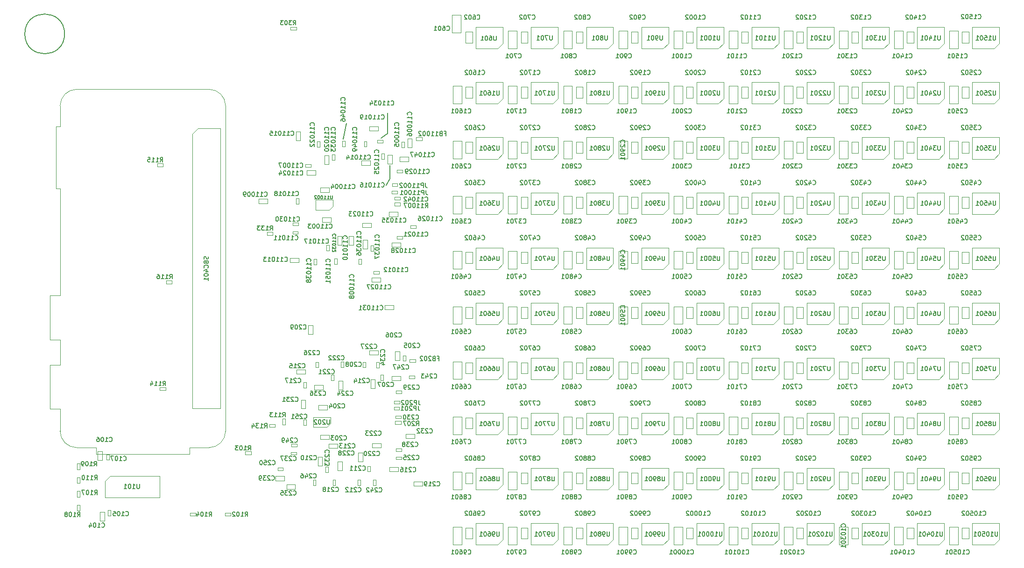
<source format=gbr>
G04 #@! TF.GenerationSoftware,KiCad,Pcbnew,(5.1.9)-1*
G04 #@! TF.CreationDate,2021-06-02T00:25:47+02:00*
G04 #@! TF.ProjectId,floater,666c6f61-7465-4722-9e6b-696361645f70,rev?*
G04 #@! TF.SameCoordinates,Original*
G04 #@! TF.FileFunction,Other,Fab,Bot*
%FSLAX46Y46*%
G04 Gerber Fmt 4.6, Leading zero omitted, Abs format (unit mm)*
G04 Created by KiCad (PCBNEW (5.1.9)-1) date 2021-06-02 00:25:47*
%MOMM*%
%LPD*%
G01*
G04 APERTURE LIST*
%ADD10C,0.152400*%
%ADD11C,0.100000*%
%ADD12C,0.153000*%
%ADD13C,0.140000*%
G04 APERTURE END LIST*
D10*
X62105551Y-46000000D02*
G75*
G03*
X62105551Y-46000000I-3605551J0D01*
G01*
X113200000Y-62200000D02*
X112600000Y-65100000D01*
X121100000Y-72300000D02*
X120400000Y-73500000D01*
X121100000Y-69800000D02*
X121100000Y-72300000D01*
X120700000Y-64050000D02*
X119500000Y-64950000D01*
X120700000Y-60350000D02*
X120700000Y-64050000D01*
D11*
X122049740Y-105182120D02*
X122849740Y-105182120D01*
X122849740Y-105182120D02*
X122849740Y-103582120D01*
X122849740Y-103582120D02*
X122049740Y-103582120D01*
X122049740Y-103582120D02*
X122049740Y-105182120D01*
X107111900Y-98872960D02*
X106311900Y-98872960D01*
X106311900Y-98872960D02*
X106311900Y-100472960D01*
X106311900Y-100472960D02*
X107111900Y-100472960D01*
X107111900Y-100472960D02*
X107111900Y-98872960D01*
X108036560Y-124323560D02*
X108836560Y-124323560D01*
X108836560Y-124323560D02*
X108836560Y-122723560D01*
X108836560Y-122723560D02*
X108036560Y-122723560D01*
X108036560Y-122723560D02*
X108036560Y-124323560D01*
X110001300Y-120365120D02*
X110001300Y-121165120D01*
X110001300Y-121165120D02*
X111601300Y-121165120D01*
X111601300Y-121165120D02*
X111601300Y-120365120D01*
X111601300Y-120365120D02*
X110001300Y-120365120D01*
X118419980Y-108692600D02*
X117619980Y-108692600D01*
X117619980Y-108692600D02*
X117619980Y-110292600D01*
X117619980Y-110292600D02*
X118419980Y-110292600D01*
X118419980Y-110292600D02*
X118419980Y-108692600D01*
X104133900Y-106887880D02*
X104133900Y-107687880D01*
X104133900Y-107687880D02*
X105733900Y-107687880D01*
X105733900Y-107687880D02*
X105733900Y-106887880D01*
X105733900Y-106887880D02*
X104133900Y-106887880D01*
X122645220Y-125368820D02*
X122645220Y-124568820D01*
X122645220Y-124568820D02*
X121045220Y-124568820D01*
X121045220Y-124568820D02*
X121045220Y-125368820D01*
X121045220Y-125368820D02*
X122645220Y-125368820D01*
X125403860Y-127223120D02*
X125403860Y-128023120D01*
X125403860Y-128023120D02*
X127003860Y-128023120D01*
X127003860Y-128023120D02*
X127003860Y-127223120D01*
X127003860Y-127223120D02*
X125403860Y-127223120D01*
X115341600Y-123571720D02*
X116141600Y-123571720D01*
X116141600Y-123571720D02*
X116141600Y-121971720D01*
X116141600Y-121971720D02*
X115341600Y-121971720D01*
X115341600Y-121971720D02*
X115341600Y-123571720D01*
X119490540Y-121060980D02*
X119490540Y-120260980D01*
X119490540Y-120260980D02*
X117890540Y-120260980D01*
X117890540Y-120260980D02*
X117890540Y-121060980D01*
X117890540Y-121060980D02*
X119490540Y-121060980D01*
X112560200Y-108908500D02*
X111760200Y-108908500D01*
X111760200Y-108908500D02*
X111760200Y-110508500D01*
X111760200Y-110508500D02*
X112560200Y-110508500D01*
X112560200Y-110508500D02*
X112560200Y-108908500D01*
X118974920Y-104197920D02*
X118974920Y-103397920D01*
X118974920Y-103397920D02*
X117374920Y-103397920D01*
X117374920Y-103397920D02*
X117374920Y-104197920D01*
X117374920Y-104197920D02*
X118974920Y-104197920D01*
X111648440Y-125215100D02*
X112448440Y-125215100D01*
X112448440Y-125215100D02*
X112448440Y-123615100D01*
X112448440Y-123615100D02*
X111648440Y-123615100D01*
X111648440Y-123615100D02*
X111648440Y-125215100D01*
X105003800Y-113975600D02*
X105803800Y-113975600D01*
X105803800Y-113975600D02*
X105803800Y-112375600D01*
X105803800Y-112375600D02*
X105003800Y-112375600D01*
X105003800Y-112375600D02*
X105003800Y-113975600D01*
X125596700Y-119351560D02*
X125596700Y-118551560D01*
X125596700Y-118551560D02*
X123996700Y-118551560D01*
X123996700Y-118551560D02*
X123996700Y-119351560D01*
X123996700Y-119351560D02*
X125596700Y-119351560D01*
X103940560Y-128559060D02*
X103940560Y-127759060D01*
X103940560Y-127759060D02*
X102340560Y-127759060D01*
X102340560Y-127759060D02*
X102340560Y-128559060D01*
X102340560Y-128559060D02*
X103940560Y-128559060D01*
X107390180Y-109707280D02*
X107390180Y-110507280D01*
X107390180Y-110507280D02*
X108990180Y-110507280D01*
X108990180Y-110507280D02*
X108990180Y-109707280D01*
X108990180Y-109707280D02*
X107390180Y-109707280D01*
X101956920Y-127027440D02*
X101956920Y-126227440D01*
X101956920Y-126227440D02*
X100356920Y-126227440D01*
X100356920Y-126227440D02*
X100356920Y-127027440D01*
X100356920Y-127027440D02*
X101956920Y-127027440D01*
X123023680Y-108861360D02*
X123023680Y-108061360D01*
X123023680Y-108061360D02*
X121423680Y-108061360D01*
X121423680Y-108061360D02*
X121423680Y-108861360D01*
X121423680Y-108861360D02*
X123023680Y-108861360D01*
X125107800Y-65030000D02*
X124307800Y-65030000D01*
X124307800Y-65030000D02*
X124307800Y-66630000D01*
X124307800Y-66630000D02*
X125107800Y-66630000D01*
X125107800Y-66630000D02*
X125107800Y-65030000D01*
X98914000Y-76750680D02*
X98914000Y-75950680D01*
X98914000Y-75950680D02*
X97314000Y-75950680D01*
X97314000Y-75950680D02*
X97314000Y-76750680D01*
X97314000Y-76750680D02*
X98914000Y-76750680D01*
X102957880Y-86646620D02*
X102957880Y-87446620D01*
X102957880Y-87446620D02*
X104557880Y-87446620D01*
X104557880Y-87446620D02*
X104557880Y-86646620D01*
X104557880Y-86646620D02*
X102957880Y-86646620D01*
X117542360Y-69811400D02*
X117542360Y-69011400D01*
X117542360Y-69011400D02*
X115942360Y-69011400D01*
X115942360Y-69011400D02*
X115942360Y-69811400D01*
X115942360Y-69811400D02*
X117542360Y-69811400D01*
X104841140Y-63714280D02*
X104041140Y-63714280D01*
X104041140Y-63714280D02*
X104041140Y-65314280D01*
X104041140Y-65314280D02*
X104841140Y-65314280D01*
X104841140Y-65314280D02*
X104841140Y-63714280D01*
X121475600Y-68001800D02*
X120675600Y-68001800D01*
X120675600Y-68001800D02*
X120675600Y-69601800D01*
X120675600Y-69601800D02*
X121475600Y-69601800D01*
X121475600Y-69601800D02*
X121475600Y-68001800D01*
X117372380Y-62780780D02*
X117372380Y-63580780D01*
X117372380Y-63580780D02*
X118972380Y-63580780D01*
X118972380Y-63580780D02*
X118972380Y-62780780D01*
X118972380Y-62780780D02*
X117372380Y-62780780D01*
X110030360Y-68034820D02*
X109230360Y-68034820D01*
X109230360Y-68034820D02*
X109230360Y-69634820D01*
X109230360Y-69634820D02*
X110030360Y-69634820D01*
X110030360Y-69634820D02*
X110030360Y-68034820D01*
X117684600Y-81099160D02*
X117684600Y-80299160D01*
X117684600Y-80299160D02*
X116084600Y-80299160D01*
X116084600Y-80299160D02*
X116084600Y-81099160D01*
X116084600Y-81099160D02*
X117684600Y-81099160D01*
X106008420Y-70766540D02*
X106008420Y-71566540D01*
X106008420Y-71566540D02*
X107608420Y-71566540D01*
X107608420Y-71566540D02*
X107608420Y-70766540D01*
X107608420Y-70766540D02*
X106008420Y-70766540D01*
X117829580Y-90189920D02*
X117829580Y-90989920D01*
X117829580Y-90989920D02*
X119429580Y-90989920D01*
X119429580Y-90989920D02*
X119429580Y-90189920D01*
X119429580Y-90189920D02*
X117829580Y-90189920D01*
X123005900Y-84645000D02*
X123005900Y-83845000D01*
X123005900Y-83845000D02*
X121405900Y-83845000D01*
X121405900Y-83845000D02*
X121405900Y-84645000D01*
X121405900Y-84645000D02*
X123005900Y-84645000D01*
X120184160Y-95198800D02*
X120184160Y-95998800D01*
X120184160Y-95998800D02*
X121784160Y-95998800D01*
X121784160Y-95998800D02*
X121784160Y-95198800D01*
X121784160Y-95198800D02*
X120184160Y-95198800D01*
X116215360Y-84961180D02*
X117015360Y-84961180D01*
X117015360Y-84961180D02*
X117015360Y-83361180D01*
X117015360Y-83361180D02*
X116215360Y-83361180D01*
X116215360Y-83361180D02*
X116215360Y-84961180D01*
X122846080Y-69105280D02*
X124446080Y-69105280D01*
X122846080Y-68305280D02*
X122846080Y-69105280D01*
X124446080Y-68305280D02*
X122846080Y-68305280D01*
X124446080Y-69105280D02*
X124446080Y-68305280D01*
X110064600Y-119559840D02*
X110064600Y-118759840D01*
X110064600Y-118759840D02*
X108464600Y-118759840D01*
X108464600Y-118759840D02*
X108464600Y-119559840D01*
X108464600Y-119559840D02*
X110064600Y-119559840D01*
X109736940Y-114167420D02*
X109736940Y-113367420D01*
X109736940Y-113367420D02*
X108136940Y-113367420D01*
X108136940Y-113367420D02*
X108136940Y-114167420D01*
X108136940Y-114167420D02*
X109736940Y-114167420D01*
X110402420Y-80141580D02*
X110402420Y-79341580D01*
X110402420Y-79341580D02*
X108802420Y-79341580D01*
X108802420Y-79341580D02*
X108802420Y-80141580D01*
X108802420Y-80141580D02*
X110402420Y-80141580D01*
X108512860Y-74708520D02*
X110112860Y-74708520D01*
X108512860Y-73908520D02*
X108512860Y-74708520D01*
X110112860Y-73908520D02*
X108512860Y-73908520D01*
X110112860Y-74708520D02*
X110112860Y-73908520D01*
X111584940Y-84308400D02*
X112384940Y-84308400D01*
X112384940Y-84308400D02*
X112384940Y-82708400D01*
X112384940Y-82708400D02*
X111584940Y-82708400D01*
X111584940Y-82708400D02*
X111584940Y-84308400D01*
X113665200Y-84321100D02*
X114465200Y-84321100D01*
X114465200Y-84321100D02*
X114465200Y-82721100D01*
X114465200Y-82721100D02*
X113665200Y-82721100D01*
X113665200Y-82721100D02*
X113665200Y-84321100D01*
X122566480Y-79117960D02*
X122566480Y-78317960D01*
X122566480Y-78317960D02*
X120966480Y-78317960D01*
X120966480Y-78317960D02*
X120966480Y-79117960D01*
X120966480Y-79117960D02*
X122566480Y-79117960D01*
X69347180Y-132743860D02*
X68547180Y-132743860D01*
X68547180Y-132743860D02*
X68547180Y-134343860D01*
X68547180Y-134343860D02*
X69347180Y-134343860D01*
X69347180Y-134343860D02*
X69347180Y-132743860D01*
X68117920Y-123317720D02*
X68917920Y-123317720D01*
X68917920Y-123317720D02*
X68917920Y-121717720D01*
X68917920Y-121717720D02*
X68117920Y-121717720D01*
X68117920Y-121717720D02*
X68117920Y-123317720D01*
X69672540Y-122281880D02*
X69672540Y-123281880D01*
X70172540Y-122281880D02*
X69672540Y-122281880D01*
X70172540Y-123281880D02*
X70172540Y-122281880D01*
X69672540Y-123281880D02*
X70172540Y-123281880D01*
X119157520Y-89016580D02*
X118157520Y-89016580D01*
X119157520Y-89516580D02*
X119157520Y-89016580D01*
X118157520Y-89516580D02*
X119157520Y-89516580D01*
X118157520Y-89016580D02*
X118157520Y-89516580D01*
X117615040Y-84392700D02*
X117615040Y-85392700D01*
X118115040Y-84392700D02*
X117615040Y-84392700D01*
X118115040Y-85392700D02*
X118115040Y-84392700D01*
X117615040Y-85392700D02*
X118115040Y-85392700D01*
X70492580Y-133421560D02*
X70492580Y-132421560D01*
X69992580Y-133421560D02*
X70492580Y-133421560D01*
X69992580Y-132421560D02*
X69992580Y-133421560D01*
X70492580Y-132421560D02*
X69992580Y-132421560D01*
X111049140Y-86759980D02*
X111049140Y-87759980D01*
X111549140Y-86759980D02*
X111049140Y-86759980D01*
X111549140Y-87759980D02*
X111549140Y-86759980D01*
X111049140Y-87759980D02*
X111549140Y-87759980D01*
X116898380Y-66464620D02*
X116898380Y-65464620D01*
X116398380Y-66464620D02*
X116898380Y-66464620D01*
X116398380Y-65464620D02*
X116398380Y-66464620D01*
X116898380Y-65464620D02*
X116398380Y-65464620D01*
X112923280Y-66457000D02*
X112923280Y-65457000D01*
X112423280Y-66457000D02*
X112923280Y-66457000D01*
X112423280Y-65457000D02*
X112423280Y-66457000D01*
X112923280Y-65457000D02*
X112423280Y-65457000D01*
X121926880Y-76120620D02*
X122926880Y-76120620D01*
X121926880Y-75620620D02*
X121926880Y-76120620D01*
X122926880Y-75620620D02*
X121926880Y-75620620D01*
X122926880Y-76120620D02*
X122926880Y-75620620D01*
X107317880Y-86828560D02*
X107317880Y-87828560D01*
X107817880Y-86828560D02*
X107317880Y-86828560D01*
X107817880Y-87828560D02*
X107817880Y-86828560D01*
X107317880Y-87828560D02*
X107817880Y-87828560D01*
X118797600Y-65737100D02*
X119797600Y-65737100D01*
X118797600Y-65237100D02*
X118797600Y-65737100D01*
X119797600Y-65237100D02*
X118797600Y-65237100D01*
X119797600Y-65737100D02*
X119797600Y-65237100D01*
X111137020Y-68867440D02*
X111137020Y-67867440D01*
X110637020Y-68867440D02*
X111137020Y-68867440D01*
X110637020Y-67867440D02*
X110637020Y-68867440D01*
X111137020Y-67867440D02*
X110637020Y-67867440D01*
X103509340Y-80735800D02*
X104509340Y-80735800D01*
X103509340Y-80235800D02*
X103509340Y-80735800D01*
X104509340Y-80235800D02*
X103509340Y-80235800D01*
X104509340Y-80735800D02*
X104509340Y-80235800D01*
X122340900Y-71160000D02*
X123340900Y-71160000D01*
X122340900Y-70660000D02*
X122340900Y-71160000D01*
X123340900Y-70660000D02*
X122340900Y-70660000D01*
X123340900Y-71160000D02*
X123340900Y-70660000D01*
X125797080Y-80771740D02*
X124797080Y-80771740D01*
X125797080Y-81271740D02*
X125797080Y-80771740D01*
X124797080Y-81271740D02*
X125797080Y-81271740D01*
X124797080Y-80771740D02*
X124797080Y-81271740D01*
X120063220Y-68730300D02*
X120063220Y-67730300D01*
X119563220Y-68730300D02*
X120063220Y-68730300D01*
X119563220Y-67730300D02*
X119563220Y-68730300D01*
X120063220Y-67730300D02*
X119563220Y-67730300D01*
X108358900Y-66507800D02*
X108358900Y-65507800D01*
X107858900Y-66507800D02*
X108358900Y-66507800D01*
X107858900Y-65507800D02*
X107858900Y-66507800D01*
X108358900Y-65507800D02*
X107858900Y-65507800D01*
X122404400Y-83161500D02*
X123404400Y-83161500D01*
X122404400Y-82661500D02*
X122404400Y-83161500D01*
X123404400Y-82661500D02*
X122404400Y-82661500D01*
X123404400Y-83161500D02*
X123404400Y-82661500D01*
X104612400Y-76850680D02*
X104612400Y-75850680D01*
X104112400Y-76850680D02*
X104612400Y-76850680D01*
X104112400Y-75850680D02*
X104112400Y-76850680D01*
X104612400Y-75850680D02*
X104112400Y-75850680D01*
X109618640Y-84310000D02*
X109618640Y-85310000D01*
X110118640Y-84310000D02*
X109618640Y-84310000D01*
X110118640Y-85310000D02*
X110118640Y-84310000D01*
X109618640Y-85310000D02*
X110118640Y-85310000D01*
X103445840Y-82305520D02*
X104445840Y-82305520D01*
X103445840Y-81805520D02*
X103445840Y-82305520D01*
X104445840Y-81805520D02*
X103445840Y-81805520D01*
X104445840Y-82305520D02*
X104445840Y-81805520D01*
X115397620Y-86810780D02*
X115397620Y-87810780D01*
X115897620Y-86810780D02*
X115397620Y-86810780D01*
X115897620Y-87810780D02*
X115897620Y-86810780D01*
X115397620Y-87810780D02*
X115897620Y-87810780D01*
X106779460Y-69645740D02*
X105779460Y-69645740D01*
X106779460Y-70145740D02*
X106779460Y-69645740D01*
X105779460Y-70145740D02*
X106779460Y-70145740D01*
X105779460Y-69645740D02*
X105779460Y-70145740D01*
X123697960Y-66632260D02*
X123697960Y-65632260D01*
X123197960Y-66632260D02*
X123697960Y-66632260D01*
X123197960Y-65632260D02*
X123197960Y-66632260D01*
X123697960Y-65632260D02*
X123197960Y-65632260D01*
X105938280Y-116967440D02*
X105938280Y-115967440D01*
X105438280Y-116967440D02*
X105938280Y-116967440D01*
X105438280Y-115967440D02*
X105438280Y-116967440D01*
X105938280Y-115967440D02*
X105438280Y-115967440D01*
X100743280Y-125206120D02*
X101743280Y-125206120D01*
X100743280Y-124706120D02*
X100743280Y-125206120D01*
X101743280Y-124706120D02*
X100743280Y-124706120D01*
X101743280Y-125206120D02*
X101743280Y-124706120D01*
X103217240Y-120860180D02*
X104217240Y-120860180D01*
X103217240Y-120360180D02*
X103217240Y-120860180D01*
X104217240Y-120360180D02*
X103217240Y-120360180D01*
X104217240Y-120860180D02*
X104217240Y-120360180D01*
X107168020Y-126897060D02*
X107168020Y-127897060D01*
X107668020Y-126897060D02*
X107168020Y-126897060D01*
X107668020Y-127897060D02*
X107668020Y-126897060D01*
X107168020Y-127897060D02*
X107668020Y-127897060D01*
X125591340Y-107992920D02*
X124591340Y-107992920D01*
X125591340Y-108492920D02*
X125591340Y-107992920D01*
X124591340Y-108492920D02*
X125591340Y-108492920D01*
X124591340Y-107992920D02*
X124591340Y-108492920D01*
X118046840Y-126891980D02*
X118046840Y-127891980D01*
X118546840Y-126891980D02*
X118046840Y-126891980D01*
X118546840Y-127891980D02*
X118546840Y-126891980D01*
X118046840Y-127891980D02*
X118546840Y-127891980D01*
X122196120Y-121741560D02*
X123196120Y-121741560D01*
X122196120Y-121241560D02*
X122196120Y-121741560D01*
X123196120Y-121241560D02*
X122196120Y-121241560D01*
X123196120Y-121741560D02*
X123196120Y-121241560D01*
X103184220Y-122358780D02*
X104184220Y-122358780D01*
X103184220Y-121858780D02*
X103184220Y-122358780D01*
X104184220Y-121858780D02*
X103184220Y-121858780D01*
X104184220Y-122358780D02*
X104184220Y-121858780D01*
X119136120Y-106530580D02*
X119136120Y-105530580D01*
X118636120Y-106530580D02*
X119136120Y-106530580D01*
X118636120Y-105530580D02*
X118636120Y-106530580D01*
X119136120Y-105530580D02*
X118636120Y-105530580D01*
X109428620Y-124539940D02*
X109428620Y-125539940D01*
X109928620Y-124539940D02*
X109428620Y-124539940D01*
X109928620Y-125539940D02*
X109928620Y-124539940D01*
X109428620Y-125539940D02*
X109928620Y-125539940D01*
X122097060Y-115754780D02*
X123097060Y-115754780D01*
X122097060Y-115254780D02*
X122097060Y-115754780D01*
X123097060Y-115254780D02*
X122097060Y-115254780D01*
X123097060Y-115754780D02*
X123097060Y-115254780D01*
X122188500Y-111228500D02*
X123188500Y-111228500D01*
X122188500Y-110728500D02*
X122188500Y-111228500D01*
X123188500Y-110728500D02*
X122188500Y-110728500D01*
X123188500Y-111228500D02*
X123188500Y-110728500D01*
X108143000Y-106525500D02*
X108143000Y-105525500D01*
X107643000Y-106525500D02*
X108143000Y-106525500D01*
X107643000Y-105525500D02*
X107643000Y-106525500D01*
X108143000Y-105525500D02*
X107643000Y-105525500D01*
X122221520Y-123199520D02*
X123221520Y-123199520D01*
X122221520Y-122699520D02*
X122221520Y-123199520D01*
X123221520Y-122699520D02*
X122221520Y-122699520D01*
X123221520Y-123199520D02*
X123221520Y-122699520D01*
X112689600Y-106479780D02*
X112689600Y-105479780D01*
X112189600Y-106479780D02*
X112689600Y-106479780D01*
X112189600Y-105479780D02*
X112189600Y-106479780D01*
X112689600Y-105479780D02*
X112189600Y-105479780D01*
X110921760Y-108859760D02*
X110921760Y-107859760D01*
X110421760Y-108859760D02*
X110921760Y-108859760D01*
X110421760Y-107859760D02*
X110421760Y-108859760D01*
X110921760Y-107859760D02*
X110421760Y-107859760D01*
X110729100Y-126869120D02*
X110729100Y-127869120D01*
X111229100Y-126869120D02*
X110729100Y-126869120D01*
X111229100Y-127869120D02*
X111229100Y-126869120D01*
X110729100Y-127869120D02*
X111229100Y-127869120D01*
X105453520Y-109221200D02*
X105453520Y-110221200D01*
X105953520Y-109221200D02*
X105453520Y-109221200D01*
X105953520Y-110221200D02*
X105953520Y-109221200D01*
X105453520Y-110221200D02*
X105953520Y-110221200D01*
X115242680Y-126869120D02*
X115242680Y-127869120D01*
X115742680Y-126869120D02*
X115242680Y-126869120D01*
X115742680Y-127869120D02*
X115742680Y-126869120D01*
X115242680Y-127869120D02*
X115742680Y-127869120D01*
X117030840Y-124397700D02*
X117030840Y-125397700D01*
X117530840Y-124397700D02*
X117030840Y-124397700D01*
X117530840Y-125397700D02*
X117530840Y-124397700D01*
X117030840Y-125397700D02*
X117530840Y-125397700D01*
X116667240Y-106512800D02*
X116667240Y-105512800D01*
X116167240Y-106512800D02*
X116667240Y-106512800D01*
X116167240Y-105512800D02*
X116167240Y-106512800D01*
X116667240Y-105512800D02*
X116167240Y-105512800D01*
X119928600Y-108877540D02*
X119928600Y-107877540D01*
X119428600Y-108877540D02*
X119928600Y-108877540D01*
X119428600Y-107877540D02*
X119428600Y-108877540D01*
X119928600Y-107877540D02*
X119428600Y-107877540D01*
X123479900Y-104341860D02*
X123479900Y-105341860D01*
X123979900Y-104341860D02*
X123479900Y-104341860D01*
X123979900Y-105341860D02*
X123979900Y-104341860D01*
X123479900Y-105341860D02*
X123979900Y-105341860D01*
X100292680Y-116796880D02*
X99242680Y-116796880D01*
X100292680Y-117336880D02*
X100292680Y-116796880D01*
X99242680Y-117336880D02*
X100292680Y-117336880D01*
X99242680Y-116796880D02*
X99242680Y-117336880D01*
X99840420Y-81955700D02*
X98790420Y-81955700D01*
X99840420Y-82495700D02*
X99840420Y-81955700D01*
X98790420Y-82495700D02*
X99840420Y-82495700D01*
X98790420Y-81955700D02*
X98790420Y-82495700D01*
X81562580Y-90774580D02*
X80512580Y-90774580D01*
X81562580Y-91314580D02*
X81562580Y-90774580D01*
X80512580Y-91314580D02*
X81562580Y-91314580D01*
X80512580Y-90774580D02*
X80512580Y-91314580D01*
X79954760Y-69512240D02*
X78904760Y-69512240D01*
X79954760Y-70052240D02*
X79954760Y-69512240D01*
X78904760Y-70052240D02*
X79954760Y-70052240D01*
X78904760Y-69512240D02*
X78904760Y-70052240D01*
X80417040Y-110101440D02*
X79367040Y-110101440D01*
X80417040Y-110641440D02*
X80417040Y-110101440D01*
X79367040Y-110641440D02*
X80417040Y-110641440D01*
X79367040Y-110101440D02*
X79367040Y-110641440D01*
X101590500Y-115817980D02*
X101590500Y-116867980D01*
X102130500Y-115817980D02*
X101590500Y-115817980D01*
X102130500Y-116867980D02*
X102130500Y-115817980D01*
X101590500Y-116867980D02*
X102130500Y-116867980D01*
X104148260Y-44744700D02*
X103098260Y-44744700D01*
X104148260Y-45284700D02*
X104148260Y-44744700D01*
X103098260Y-45284700D02*
X104148260Y-45284700D01*
X103098260Y-44744700D02*
X103098260Y-45284700D01*
X121932360Y-77151540D02*
X122982360Y-77151540D01*
X121932360Y-76611540D02*
X121932360Y-77151540D01*
X122982360Y-76611540D02*
X121932360Y-76611540D01*
X122982360Y-77151540D02*
X122982360Y-76611540D01*
X122066980Y-116780620D02*
X123116980Y-116780620D01*
X122066980Y-116240620D02*
X122066980Y-116780620D01*
X123116980Y-116240620D02*
X122066980Y-116240620D01*
X123116980Y-116780620D02*
X123116980Y-116240620D01*
X64371880Y-126452960D02*
X64371880Y-127502960D01*
X64911880Y-126452960D02*
X64371880Y-126452960D01*
X64911880Y-127502960D02*
X64911880Y-126452960D01*
X64371880Y-127502960D02*
X64911880Y-127502960D01*
X64911880Y-125003600D02*
X64911880Y-123953600D01*
X64371880Y-125003600D02*
X64911880Y-125003600D01*
X64371880Y-123953600D02*
X64371880Y-125003600D01*
X64911880Y-123953600D02*
X64371880Y-123953600D01*
X64371880Y-131451680D02*
X64371880Y-132501680D01*
X64911880Y-131451680D02*
X64371880Y-131451680D01*
X64911880Y-132501680D02*
X64911880Y-131451680D01*
X64371880Y-132501680D02*
X64911880Y-132501680D01*
X64911880Y-130002320D02*
X64911880Y-128952320D01*
X64371880Y-130002320D02*
X64911880Y-130002320D01*
X64371880Y-128952320D02*
X64371880Y-130002320D01*
X64911880Y-128952320D02*
X64371880Y-128952320D01*
X84830580Y-133404920D02*
X85880580Y-133404920D01*
X84830580Y-132864920D02*
X84830580Y-133404920D01*
X85880580Y-132864920D02*
X84830580Y-132864920D01*
X85880580Y-133404920D02*
X85880580Y-132864920D01*
X95916120Y-121747340D02*
X94866120Y-121747340D01*
X95916120Y-122287340D02*
X95916120Y-121747340D01*
X94866120Y-122287340D02*
X95916120Y-122287340D01*
X94866120Y-121747340D02*
X94866120Y-122287340D01*
X91193280Y-133404920D02*
X92243280Y-133404920D01*
X91193280Y-132864920D02*
X91193280Y-133404920D01*
X92243280Y-132864920D02*
X91193280Y-132864920D01*
X92243280Y-133404920D02*
X92243280Y-132864920D01*
X125846500Y-65312600D02*
X126896500Y-65312600D01*
X125846500Y-64772600D02*
X125846500Y-65312600D01*
X126896500Y-64772600D02*
X125846500Y-64772600D01*
X126896500Y-65312600D02*
X126896500Y-64772600D01*
X124662860Y-105594460D02*
X125712860Y-105594460D01*
X124662860Y-105054460D02*
X124662860Y-105594460D01*
X125712860Y-105054460D02*
X124662860Y-105054460D01*
X125712860Y-105594460D02*
X125712860Y-105054460D01*
X59496520Y-106050300D02*
X61296520Y-106050300D01*
X59496520Y-114050300D02*
X59496520Y-106050300D01*
X61296520Y-114050300D02*
X59496520Y-114050300D01*
X61296520Y-62800300D02*
X61296520Y-59050300D01*
X60596520Y-74100300D02*
X60596520Y-62800300D01*
X61296520Y-74100300D02*
X60596520Y-74100300D01*
X61296520Y-62800300D02*
X60596520Y-62800300D01*
X85256520Y-64150300D02*
X85256520Y-113950300D01*
X90336520Y-63150300D02*
X86256520Y-63150300D01*
X86256520Y-63150300D02*
X85256520Y-64150300D01*
X85256520Y-113950300D02*
X90336520Y-113950300D01*
X90336520Y-113950300D02*
X90336520Y-63150300D01*
X88296520Y-121050300D02*
X84796520Y-121050300D01*
X88296520Y-56050300D02*
X64296520Y-56050300D01*
X91296520Y-118050300D02*
X91296520Y-59050300D01*
X59496520Y-93450300D02*
X61296520Y-93450300D01*
X61296520Y-101450300D02*
X59496520Y-101450300D01*
X59496520Y-101450300D02*
X59496520Y-93450300D01*
X61296520Y-114050300D02*
X61296520Y-118050300D01*
X61296520Y-106050300D02*
X61296520Y-101450300D01*
X61296520Y-93450300D02*
X61296520Y-74100300D01*
X84796520Y-121050300D02*
X84796520Y-122250300D01*
X84796520Y-122250300D02*
X67796520Y-122250300D01*
X67796520Y-121050300D02*
X67796520Y-122250300D01*
X64296520Y-121050300D02*
X67796520Y-121050300D01*
X91296520Y-118050300D02*
G75*
G02*
X88296520Y-121050300I-3000000J0D01*
G01*
X88296520Y-56050300D02*
G75*
G02*
X91296520Y-59050300I0J-3000000D01*
G01*
X61296520Y-59050300D02*
G75*
G02*
X64296520Y-56050300I3000000J0D01*
G01*
X64296520Y-121050300D02*
G75*
G02*
X61296520Y-118050300I0J3000000D01*
G01*
X122837980Y-113095400D02*
X122837980Y-112595400D01*
X122837980Y-112595400D02*
X121837980Y-112595400D01*
X121837980Y-112595400D02*
X121837980Y-113095400D01*
X121837980Y-113095400D02*
X122837980Y-113095400D01*
X121483800Y-73656820D02*
X122483800Y-73656820D01*
X121483800Y-73156820D02*
X121483800Y-73656820D01*
X122483800Y-73156820D02*
X121483800Y-73156820D01*
X122483800Y-73656820D02*
X122483800Y-73156820D01*
X110078240Y-77931400D02*
X110728240Y-77281400D01*
X110728240Y-76131400D02*
X110728240Y-77281400D01*
X110078240Y-77931400D02*
X107628240Y-77931400D01*
X107628240Y-76131400D02*
X107628240Y-77931400D01*
X110728240Y-76131400D02*
X107628240Y-76131400D01*
X109681820Y-117334660D02*
X110331820Y-116684660D01*
X110331820Y-115534660D02*
X110331820Y-116684660D01*
X109681820Y-117334660D02*
X107231820Y-117334660D01*
X107231820Y-115534660D02*
X107231820Y-117334660D01*
X110331820Y-115534660D02*
X107231820Y-115534660D01*
X231600000Y-137710000D02*
X231600000Y-134785000D01*
X231600000Y-134785000D02*
X226700000Y-134785000D01*
X226700000Y-134785000D02*
X226700000Y-138685000D01*
X226700000Y-138685000D02*
X230625000Y-138685000D01*
X230625000Y-138685000D02*
X231600000Y-137710000D01*
X221600000Y-137710000D02*
X221600000Y-134785000D01*
X221600000Y-134785000D02*
X216700000Y-134785000D01*
X216700000Y-134785000D02*
X216700000Y-138685000D01*
X216700000Y-138685000D02*
X220625000Y-138685000D01*
X220625000Y-138685000D02*
X221600000Y-137710000D01*
X211600000Y-137710000D02*
X211600000Y-134785000D01*
X211600000Y-134785000D02*
X206700000Y-134785000D01*
X206700000Y-134785000D02*
X206700000Y-138685000D01*
X206700000Y-138685000D02*
X210625000Y-138685000D01*
X210625000Y-138685000D02*
X211600000Y-137710000D01*
X201600000Y-137710000D02*
X201600000Y-134785000D01*
X201600000Y-134785000D02*
X196700000Y-134785000D01*
X196700000Y-134785000D02*
X196700000Y-138685000D01*
X196700000Y-138685000D02*
X200625000Y-138685000D01*
X200625000Y-138685000D02*
X201600000Y-137710000D01*
X191600000Y-137710000D02*
X191600000Y-134785000D01*
X191600000Y-134785000D02*
X186700000Y-134785000D01*
X186700000Y-134785000D02*
X186700000Y-138685000D01*
X186700000Y-138685000D02*
X190625000Y-138685000D01*
X190625000Y-138685000D02*
X191600000Y-137710000D01*
X181600000Y-137710000D02*
X181600000Y-134785000D01*
X181600000Y-134785000D02*
X176700000Y-134785000D01*
X176700000Y-134785000D02*
X176700000Y-138685000D01*
X176700000Y-138685000D02*
X180625000Y-138685000D01*
X180625000Y-138685000D02*
X181600000Y-137710000D01*
X171600000Y-137710000D02*
X171600000Y-134785000D01*
X171600000Y-134785000D02*
X166700000Y-134785000D01*
X166700000Y-134785000D02*
X166700000Y-138685000D01*
X166700000Y-138685000D02*
X170625000Y-138685000D01*
X170625000Y-138685000D02*
X171600000Y-137710000D01*
X161600000Y-137710000D02*
X161600000Y-134785000D01*
X161600000Y-134785000D02*
X156700000Y-134785000D01*
X156700000Y-134785000D02*
X156700000Y-138685000D01*
X156700000Y-138685000D02*
X160625000Y-138685000D01*
X160625000Y-138685000D02*
X161600000Y-137710000D01*
X151600000Y-137710000D02*
X151600000Y-134785000D01*
X151600000Y-134785000D02*
X146700000Y-134785000D01*
X146700000Y-134785000D02*
X146700000Y-138685000D01*
X146700000Y-138685000D02*
X150625000Y-138685000D01*
X150625000Y-138685000D02*
X151600000Y-137710000D01*
X141600000Y-137710000D02*
X141600000Y-134785000D01*
X141600000Y-134785000D02*
X136700000Y-134785000D01*
X136700000Y-134785000D02*
X136700000Y-138685000D01*
X136700000Y-138685000D02*
X140625000Y-138685000D01*
X140625000Y-138685000D02*
X141600000Y-137710000D01*
X231600000Y-127710000D02*
X231600000Y-124785000D01*
X231600000Y-124785000D02*
X226700000Y-124785000D01*
X226700000Y-124785000D02*
X226700000Y-128685000D01*
X226700000Y-128685000D02*
X230625000Y-128685000D01*
X230625000Y-128685000D02*
X231600000Y-127710000D01*
X221600000Y-127710000D02*
X221600000Y-124785000D01*
X221600000Y-124785000D02*
X216700000Y-124785000D01*
X216700000Y-124785000D02*
X216700000Y-128685000D01*
X216700000Y-128685000D02*
X220625000Y-128685000D01*
X220625000Y-128685000D02*
X221600000Y-127710000D01*
X211600000Y-127710000D02*
X211600000Y-124785000D01*
X211600000Y-124785000D02*
X206700000Y-124785000D01*
X206700000Y-124785000D02*
X206700000Y-128685000D01*
X206700000Y-128685000D02*
X210625000Y-128685000D01*
X210625000Y-128685000D02*
X211600000Y-127710000D01*
X201600000Y-127710000D02*
X201600000Y-124785000D01*
X201600000Y-124785000D02*
X196700000Y-124785000D01*
X196700000Y-124785000D02*
X196700000Y-128685000D01*
X196700000Y-128685000D02*
X200625000Y-128685000D01*
X200625000Y-128685000D02*
X201600000Y-127710000D01*
X191600000Y-127710000D02*
X191600000Y-124785000D01*
X191600000Y-124785000D02*
X186700000Y-124785000D01*
X186700000Y-124785000D02*
X186700000Y-128685000D01*
X186700000Y-128685000D02*
X190625000Y-128685000D01*
X190625000Y-128685000D02*
X191600000Y-127710000D01*
X181600000Y-127710000D02*
X181600000Y-124785000D01*
X181600000Y-124785000D02*
X176700000Y-124785000D01*
X176700000Y-124785000D02*
X176700000Y-128685000D01*
X176700000Y-128685000D02*
X180625000Y-128685000D01*
X180625000Y-128685000D02*
X181600000Y-127710000D01*
X171600000Y-127710000D02*
X171600000Y-124785000D01*
X171600000Y-124785000D02*
X166700000Y-124785000D01*
X166700000Y-124785000D02*
X166700000Y-128685000D01*
X166700000Y-128685000D02*
X170625000Y-128685000D01*
X170625000Y-128685000D02*
X171600000Y-127710000D01*
X161600000Y-127710000D02*
X161600000Y-124785000D01*
X161600000Y-124785000D02*
X156700000Y-124785000D01*
X156700000Y-124785000D02*
X156700000Y-128685000D01*
X156700000Y-128685000D02*
X160625000Y-128685000D01*
X160625000Y-128685000D02*
X161600000Y-127710000D01*
X151600000Y-127710000D02*
X151600000Y-124785000D01*
X151600000Y-124785000D02*
X146700000Y-124785000D01*
X146700000Y-124785000D02*
X146700000Y-128685000D01*
X146700000Y-128685000D02*
X150625000Y-128685000D01*
X150625000Y-128685000D02*
X151600000Y-127710000D01*
X141600000Y-127710000D02*
X141600000Y-124785000D01*
X141600000Y-124785000D02*
X136700000Y-124785000D01*
X136700000Y-124785000D02*
X136700000Y-128685000D01*
X136700000Y-128685000D02*
X140625000Y-128685000D01*
X140625000Y-128685000D02*
X141600000Y-127710000D01*
X231600000Y-117710000D02*
X231600000Y-114785000D01*
X231600000Y-114785000D02*
X226700000Y-114785000D01*
X226700000Y-114785000D02*
X226700000Y-118685000D01*
X226700000Y-118685000D02*
X230625000Y-118685000D01*
X230625000Y-118685000D02*
X231600000Y-117710000D01*
X221600000Y-117710000D02*
X221600000Y-114785000D01*
X221600000Y-114785000D02*
X216700000Y-114785000D01*
X216700000Y-114785000D02*
X216700000Y-118685000D01*
X216700000Y-118685000D02*
X220625000Y-118685000D01*
X220625000Y-118685000D02*
X221600000Y-117710000D01*
X211600000Y-117710000D02*
X211600000Y-114785000D01*
X211600000Y-114785000D02*
X206700000Y-114785000D01*
X206700000Y-114785000D02*
X206700000Y-118685000D01*
X206700000Y-118685000D02*
X210625000Y-118685000D01*
X210625000Y-118685000D02*
X211600000Y-117710000D01*
X201600000Y-117710000D02*
X201600000Y-114785000D01*
X201600000Y-114785000D02*
X196700000Y-114785000D01*
X196700000Y-114785000D02*
X196700000Y-118685000D01*
X196700000Y-118685000D02*
X200625000Y-118685000D01*
X200625000Y-118685000D02*
X201600000Y-117710000D01*
X191600000Y-117710000D02*
X191600000Y-114785000D01*
X191600000Y-114785000D02*
X186700000Y-114785000D01*
X186700000Y-114785000D02*
X186700000Y-118685000D01*
X186700000Y-118685000D02*
X190625000Y-118685000D01*
X190625000Y-118685000D02*
X191600000Y-117710000D01*
X181600000Y-117710000D02*
X181600000Y-114785000D01*
X181600000Y-114785000D02*
X176700000Y-114785000D01*
X176700000Y-114785000D02*
X176700000Y-118685000D01*
X176700000Y-118685000D02*
X180625000Y-118685000D01*
X180625000Y-118685000D02*
X181600000Y-117710000D01*
X171600000Y-117710000D02*
X171600000Y-114785000D01*
X171600000Y-114785000D02*
X166700000Y-114785000D01*
X166700000Y-114785000D02*
X166700000Y-118685000D01*
X166700000Y-118685000D02*
X170625000Y-118685000D01*
X170625000Y-118685000D02*
X171600000Y-117710000D01*
X161600000Y-117710000D02*
X161600000Y-114785000D01*
X161600000Y-114785000D02*
X156700000Y-114785000D01*
X156700000Y-114785000D02*
X156700000Y-118685000D01*
X156700000Y-118685000D02*
X160625000Y-118685000D01*
X160625000Y-118685000D02*
X161600000Y-117710000D01*
X151600000Y-117710000D02*
X151600000Y-114785000D01*
X151600000Y-114785000D02*
X146700000Y-114785000D01*
X146700000Y-114785000D02*
X146700000Y-118685000D01*
X146700000Y-118685000D02*
X150625000Y-118685000D01*
X150625000Y-118685000D02*
X151600000Y-117710000D01*
X141600000Y-117710000D02*
X141600000Y-114785000D01*
X141600000Y-114785000D02*
X136700000Y-114785000D01*
X136700000Y-114785000D02*
X136700000Y-118685000D01*
X136700000Y-118685000D02*
X140625000Y-118685000D01*
X140625000Y-118685000D02*
X141600000Y-117710000D01*
X231600000Y-107710000D02*
X231600000Y-104785000D01*
X231600000Y-104785000D02*
X226700000Y-104785000D01*
X226700000Y-104785000D02*
X226700000Y-108685000D01*
X226700000Y-108685000D02*
X230625000Y-108685000D01*
X230625000Y-108685000D02*
X231600000Y-107710000D01*
X221600000Y-107710000D02*
X221600000Y-104785000D01*
X221600000Y-104785000D02*
X216700000Y-104785000D01*
X216700000Y-104785000D02*
X216700000Y-108685000D01*
X216700000Y-108685000D02*
X220625000Y-108685000D01*
X220625000Y-108685000D02*
X221600000Y-107710000D01*
X211600000Y-107710000D02*
X211600000Y-104785000D01*
X211600000Y-104785000D02*
X206700000Y-104785000D01*
X206700000Y-104785000D02*
X206700000Y-108685000D01*
X206700000Y-108685000D02*
X210625000Y-108685000D01*
X210625000Y-108685000D02*
X211600000Y-107710000D01*
X201600000Y-107710000D02*
X201600000Y-104785000D01*
X201600000Y-104785000D02*
X196700000Y-104785000D01*
X196700000Y-104785000D02*
X196700000Y-108685000D01*
X196700000Y-108685000D02*
X200625000Y-108685000D01*
X200625000Y-108685000D02*
X201600000Y-107710000D01*
X191600000Y-107710000D02*
X191600000Y-104785000D01*
X191600000Y-104785000D02*
X186700000Y-104785000D01*
X186700000Y-104785000D02*
X186700000Y-108685000D01*
X186700000Y-108685000D02*
X190625000Y-108685000D01*
X190625000Y-108685000D02*
X191600000Y-107710000D01*
X181600000Y-107710000D02*
X181600000Y-104785000D01*
X181600000Y-104785000D02*
X176700000Y-104785000D01*
X176700000Y-104785000D02*
X176700000Y-108685000D01*
X176700000Y-108685000D02*
X180625000Y-108685000D01*
X180625000Y-108685000D02*
X181600000Y-107710000D01*
X171600000Y-107710000D02*
X171600000Y-104785000D01*
X171600000Y-104785000D02*
X166700000Y-104785000D01*
X166700000Y-104785000D02*
X166700000Y-108685000D01*
X166700000Y-108685000D02*
X170625000Y-108685000D01*
X170625000Y-108685000D02*
X171600000Y-107710000D01*
X161600000Y-107710000D02*
X161600000Y-104785000D01*
X161600000Y-104785000D02*
X156700000Y-104785000D01*
X156700000Y-104785000D02*
X156700000Y-108685000D01*
X156700000Y-108685000D02*
X160625000Y-108685000D01*
X160625000Y-108685000D02*
X161600000Y-107710000D01*
X151600000Y-107710000D02*
X151600000Y-104785000D01*
X151600000Y-104785000D02*
X146700000Y-104785000D01*
X146700000Y-104785000D02*
X146700000Y-108685000D01*
X146700000Y-108685000D02*
X150625000Y-108685000D01*
X150625000Y-108685000D02*
X151600000Y-107710000D01*
X141600000Y-107710000D02*
X141600000Y-104785000D01*
X141600000Y-104785000D02*
X136700000Y-104785000D01*
X136700000Y-104785000D02*
X136700000Y-108685000D01*
X136700000Y-108685000D02*
X140625000Y-108685000D01*
X140625000Y-108685000D02*
X141600000Y-107710000D01*
X231600000Y-97710000D02*
X231600000Y-94785000D01*
X231600000Y-94785000D02*
X226700000Y-94785000D01*
X226700000Y-94785000D02*
X226700000Y-98685000D01*
X226700000Y-98685000D02*
X230625000Y-98685000D01*
X230625000Y-98685000D02*
X231600000Y-97710000D01*
X221600000Y-97710000D02*
X221600000Y-94785000D01*
X221600000Y-94785000D02*
X216700000Y-94785000D01*
X216700000Y-94785000D02*
X216700000Y-98685000D01*
X216700000Y-98685000D02*
X220625000Y-98685000D01*
X220625000Y-98685000D02*
X221600000Y-97710000D01*
X211600000Y-97710000D02*
X211600000Y-94785000D01*
X211600000Y-94785000D02*
X206700000Y-94785000D01*
X206700000Y-94785000D02*
X206700000Y-98685000D01*
X206700000Y-98685000D02*
X210625000Y-98685000D01*
X210625000Y-98685000D02*
X211600000Y-97710000D01*
X201600000Y-97710000D02*
X201600000Y-94785000D01*
X201600000Y-94785000D02*
X196700000Y-94785000D01*
X196700000Y-94785000D02*
X196700000Y-98685000D01*
X196700000Y-98685000D02*
X200625000Y-98685000D01*
X200625000Y-98685000D02*
X201600000Y-97710000D01*
X191600000Y-97710000D02*
X191600000Y-94785000D01*
X191600000Y-94785000D02*
X186700000Y-94785000D01*
X186700000Y-94785000D02*
X186700000Y-98685000D01*
X186700000Y-98685000D02*
X190625000Y-98685000D01*
X190625000Y-98685000D02*
X191600000Y-97710000D01*
X181600000Y-97710000D02*
X181600000Y-94785000D01*
X181600000Y-94785000D02*
X176700000Y-94785000D01*
X176700000Y-94785000D02*
X176700000Y-98685000D01*
X176700000Y-98685000D02*
X180625000Y-98685000D01*
X180625000Y-98685000D02*
X181600000Y-97710000D01*
X171600000Y-97710000D02*
X171600000Y-94785000D01*
X171600000Y-94785000D02*
X166700000Y-94785000D01*
X166700000Y-94785000D02*
X166700000Y-98685000D01*
X166700000Y-98685000D02*
X170625000Y-98685000D01*
X170625000Y-98685000D02*
X171600000Y-97710000D01*
X161600000Y-97710000D02*
X161600000Y-94785000D01*
X161600000Y-94785000D02*
X156700000Y-94785000D01*
X156700000Y-94785000D02*
X156700000Y-98685000D01*
X156700000Y-98685000D02*
X160625000Y-98685000D01*
X160625000Y-98685000D02*
X161600000Y-97710000D01*
X151600000Y-97710000D02*
X151600000Y-94785000D01*
X151600000Y-94785000D02*
X146700000Y-94785000D01*
X146700000Y-94785000D02*
X146700000Y-98685000D01*
X146700000Y-98685000D02*
X150625000Y-98685000D01*
X150625000Y-98685000D02*
X151600000Y-97710000D01*
X141600000Y-97710000D02*
X141600000Y-94785000D01*
X141600000Y-94785000D02*
X136700000Y-94785000D01*
X136700000Y-94785000D02*
X136700000Y-98685000D01*
X136700000Y-98685000D02*
X140625000Y-98685000D01*
X140625000Y-98685000D02*
X141600000Y-97710000D01*
X231600000Y-87710000D02*
X231600000Y-84785000D01*
X231600000Y-84785000D02*
X226700000Y-84785000D01*
X226700000Y-84785000D02*
X226700000Y-88685000D01*
X226700000Y-88685000D02*
X230625000Y-88685000D01*
X230625000Y-88685000D02*
X231600000Y-87710000D01*
X221600000Y-87710000D02*
X221600000Y-84785000D01*
X221600000Y-84785000D02*
X216700000Y-84785000D01*
X216700000Y-84785000D02*
X216700000Y-88685000D01*
X216700000Y-88685000D02*
X220625000Y-88685000D01*
X220625000Y-88685000D02*
X221600000Y-87710000D01*
X211600000Y-87710000D02*
X211600000Y-84785000D01*
X211600000Y-84785000D02*
X206700000Y-84785000D01*
X206700000Y-84785000D02*
X206700000Y-88685000D01*
X206700000Y-88685000D02*
X210625000Y-88685000D01*
X210625000Y-88685000D02*
X211600000Y-87710000D01*
X201600000Y-87710000D02*
X201600000Y-84785000D01*
X201600000Y-84785000D02*
X196700000Y-84785000D01*
X196700000Y-84785000D02*
X196700000Y-88685000D01*
X196700000Y-88685000D02*
X200625000Y-88685000D01*
X200625000Y-88685000D02*
X201600000Y-87710000D01*
X191600000Y-87710000D02*
X191600000Y-84785000D01*
X191600000Y-84785000D02*
X186700000Y-84785000D01*
X186700000Y-84785000D02*
X186700000Y-88685000D01*
X186700000Y-88685000D02*
X190625000Y-88685000D01*
X190625000Y-88685000D02*
X191600000Y-87710000D01*
X181600000Y-87710000D02*
X181600000Y-84785000D01*
X181600000Y-84785000D02*
X176700000Y-84785000D01*
X176700000Y-84785000D02*
X176700000Y-88685000D01*
X176700000Y-88685000D02*
X180625000Y-88685000D01*
X180625000Y-88685000D02*
X181600000Y-87710000D01*
X171600000Y-87710000D02*
X171600000Y-84785000D01*
X171600000Y-84785000D02*
X166700000Y-84785000D01*
X166700000Y-84785000D02*
X166700000Y-88685000D01*
X166700000Y-88685000D02*
X170625000Y-88685000D01*
X170625000Y-88685000D02*
X171600000Y-87710000D01*
X161600000Y-87710000D02*
X161600000Y-84785000D01*
X161600000Y-84785000D02*
X156700000Y-84785000D01*
X156700000Y-84785000D02*
X156700000Y-88685000D01*
X156700000Y-88685000D02*
X160625000Y-88685000D01*
X160625000Y-88685000D02*
X161600000Y-87710000D01*
X151600000Y-87710000D02*
X151600000Y-84785000D01*
X151600000Y-84785000D02*
X146700000Y-84785000D01*
X146700000Y-84785000D02*
X146700000Y-88685000D01*
X146700000Y-88685000D02*
X150625000Y-88685000D01*
X150625000Y-88685000D02*
X151600000Y-87710000D01*
X141600000Y-87710000D02*
X141600000Y-84785000D01*
X141600000Y-84785000D02*
X136700000Y-84785000D01*
X136700000Y-84785000D02*
X136700000Y-88685000D01*
X136700000Y-88685000D02*
X140625000Y-88685000D01*
X140625000Y-88685000D02*
X141600000Y-87710000D01*
X231600000Y-77710000D02*
X231600000Y-74785000D01*
X231600000Y-74785000D02*
X226700000Y-74785000D01*
X226700000Y-74785000D02*
X226700000Y-78685000D01*
X226700000Y-78685000D02*
X230625000Y-78685000D01*
X230625000Y-78685000D02*
X231600000Y-77710000D01*
X221600000Y-77710000D02*
X221600000Y-74785000D01*
X221600000Y-74785000D02*
X216700000Y-74785000D01*
X216700000Y-74785000D02*
X216700000Y-78685000D01*
X216700000Y-78685000D02*
X220625000Y-78685000D01*
X220625000Y-78685000D02*
X221600000Y-77710000D01*
X211600000Y-77710000D02*
X211600000Y-74785000D01*
X211600000Y-74785000D02*
X206700000Y-74785000D01*
X206700000Y-74785000D02*
X206700000Y-78685000D01*
X206700000Y-78685000D02*
X210625000Y-78685000D01*
X210625000Y-78685000D02*
X211600000Y-77710000D01*
X201600000Y-77710000D02*
X201600000Y-74785000D01*
X201600000Y-74785000D02*
X196700000Y-74785000D01*
X196700000Y-74785000D02*
X196700000Y-78685000D01*
X196700000Y-78685000D02*
X200625000Y-78685000D01*
X200625000Y-78685000D02*
X201600000Y-77710000D01*
X191600000Y-77710000D02*
X191600000Y-74785000D01*
X191600000Y-74785000D02*
X186700000Y-74785000D01*
X186700000Y-74785000D02*
X186700000Y-78685000D01*
X186700000Y-78685000D02*
X190625000Y-78685000D01*
X190625000Y-78685000D02*
X191600000Y-77710000D01*
X181600000Y-77710000D02*
X181600000Y-74785000D01*
X181600000Y-74785000D02*
X176700000Y-74785000D01*
X176700000Y-74785000D02*
X176700000Y-78685000D01*
X176700000Y-78685000D02*
X180625000Y-78685000D01*
X180625000Y-78685000D02*
X181600000Y-77710000D01*
X171600000Y-77710000D02*
X171600000Y-74785000D01*
X171600000Y-74785000D02*
X166700000Y-74785000D01*
X166700000Y-74785000D02*
X166700000Y-78685000D01*
X166700000Y-78685000D02*
X170625000Y-78685000D01*
X170625000Y-78685000D02*
X171600000Y-77710000D01*
X161600000Y-77710000D02*
X161600000Y-74785000D01*
X161600000Y-74785000D02*
X156700000Y-74785000D01*
X156700000Y-74785000D02*
X156700000Y-78685000D01*
X156700000Y-78685000D02*
X160625000Y-78685000D01*
X160625000Y-78685000D02*
X161600000Y-77710000D01*
X151600000Y-77710000D02*
X151600000Y-74785000D01*
X151600000Y-74785000D02*
X146700000Y-74785000D01*
X146700000Y-74785000D02*
X146700000Y-78685000D01*
X146700000Y-78685000D02*
X150625000Y-78685000D01*
X150625000Y-78685000D02*
X151600000Y-77710000D01*
X141600000Y-77710000D02*
X141600000Y-74785000D01*
X141600000Y-74785000D02*
X136700000Y-74785000D01*
X136700000Y-74785000D02*
X136700000Y-78685000D01*
X136700000Y-78685000D02*
X140625000Y-78685000D01*
X140625000Y-78685000D02*
X141600000Y-77710000D01*
X231600000Y-67710000D02*
X231600000Y-64785000D01*
X231600000Y-64785000D02*
X226700000Y-64785000D01*
X226700000Y-64785000D02*
X226700000Y-68685000D01*
X226700000Y-68685000D02*
X230625000Y-68685000D01*
X230625000Y-68685000D02*
X231600000Y-67710000D01*
X221600000Y-67710000D02*
X221600000Y-64785000D01*
X221600000Y-64785000D02*
X216700000Y-64785000D01*
X216700000Y-64785000D02*
X216700000Y-68685000D01*
X216700000Y-68685000D02*
X220625000Y-68685000D01*
X220625000Y-68685000D02*
X221600000Y-67710000D01*
X211600000Y-67710000D02*
X211600000Y-64785000D01*
X211600000Y-64785000D02*
X206700000Y-64785000D01*
X206700000Y-64785000D02*
X206700000Y-68685000D01*
X206700000Y-68685000D02*
X210625000Y-68685000D01*
X210625000Y-68685000D02*
X211600000Y-67710000D01*
X201600000Y-67710000D02*
X201600000Y-64785000D01*
X201600000Y-64785000D02*
X196700000Y-64785000D01*
X196700000Y-64785000D02*
X196700000Y-68685000D01*
X196700000Y-68685000D02*
X200625000Y-68685000D01*
X200625000Y-68685000D02*
X201600000Y-67710000D01*
X191600000Y-67710000D02*
X191600000Y-64785000D01*
X191600000Y-64785000D02*
X186700000Y-64785000D01*
X186700000Y-64785000D02*
X186700000Y-68685000D01*
X186700000Y-68685000D02*
X190625000Y-68685000D01*
X190625000Y-68685000D02*
X191600000Y-67710000D01*
X181600000Y-67710000D02*
X181600000Y-64785000D01*
X181600000Y-64785000D02*
X176700000Y-64785000D01*
X176700000Y-64785000D02*
X176700000Y-68685000D01*
X176700000Y-68685000D02*
X180625000Y-68685000D01*
X180625000Y-68685000D02*
X181600000Y-67710000D01*
X171600000Y-67710000D02*
X171600000Y-64785000D01*
X171600000Y-64785000D02*
X166700000Y-64785000D01*
X166700000Y-64785000D02*
X166700000Y-68685000D01*
X166700000Y-68685000D02*
X170625000Y-68685000D01*
X170625000Y-68685000D02*
X171600000Y-67710000D01*
X161600000Y-67710000D02*
X161600000Y-64785000D01*
X161600000Y-64785000D02*
X156700000Y-64785000D01*
X156700000Y-64785000D02*
X156700000Y-68685000D01*
X156700000Y-68685000D02*
X160625000Y-68685000D01*
X160625000Y-68685000D02*
X161600000Y-67710000D01*
X151600000Y-67710000D02*
X151600000Y-64785000D01*
X151600000Y-64785000D02*
X146700000Y-64785000D01*
X146700000Y-64785000D02*
X146700000Y-68685000D01*
X146700000Y-68685000D02*
X150625000Y-68685000D01*
X150625000Y-68685000D02*
X151600000Y-67710000D01*
X141600000Y-67710000D02*
X141600000Y-64785000D01*
X141600000Y-64785000D02*
X136700000Y-64785000D01*
X136700000Y-64785000D02*
X136700000Y-68685000D01*
X136700000Y-68685000D02*
X140625000Y-68685000D01*
X140625000Y-68685000D02*
X141600000Y-67710000D01*
X231600000Y-57710000D02*
X231600000Y-54785000D01*
X231600000Y-54785000D02*
X226700000Y-54785000D01*
X226700000Y-54785000D02*
X226700000Y-58685000D01*
X226700000Y-58685000D02*
X230625000Y-58685000D01*
X230625000Y-58685000D02*
X231600000Y-57710000D01*
X221600000Y-57710000D02*
X221600000Y-54785000D01*
X221600000Y-54785000D02*
X216700000Y-54785000D01*
X216700000Y-54785000D02*
X216700000Y-58685000D01*
X216700000Y-58685000D02*
X220625000Y-58685000D01*
X220625000Y-58685000D02*
X221600000Y-57710000D01*
X211600000Y-57710000D02*
X211600000Y-54785000D01*
X211600000Y-54785000D02*
X206700000Y-54785000D01*
X206700000Y-54785000D02*
X206700000Y-58685000D01*
X206700000Y-58685000D02*
X210625000Y-58685000D01*
X210625000Y-58685000D02*
X211600000Y-57710000D01*
X201600000Y-57710000D02*
X201600000Y-54785000D01*
X201600000Y-54785000D02*
X196700000Y-54785000D01*
X196700000Y-54785000D02*
X196700000Y-58685000D01*
X196700000Y-58685000D02*
X200625000Y-58685000D01*
X200625000Y-58685000D02*
X201600000Y-57710000D01*
X191600000Y-57710000D02*
X191600000Y-54785000D01*
X191600000Y-54785000D02*
X186700000Y-54785000D01*
X186700000Y-54785000D02*
X186700000Y-58685000D01*
X186700000Y-58685000D02*
X190625000Y-58685000D01*
X190625000Y-58685000D02*
X191600000Y-57710000D01*
X181600000Y-57710000D02*
X181600000Y-54785000D01*
X181600000Y-54785000D02*
X176700000Y-54785000D01*
X176700000Y-54785000D02*
X176700000Y-58685000D01*
X176700000Y-58685000D02*
X180625000Y-58685000D01*
X180625000Y-58685000D02*
X181600000Y-57710000D01*
X171600000Y-57710000D02*
X171600000Y-54785000D01*
X171600000Y-54785000D02*
X166700000Y-54785000D01*
X166700000Y-54785000D02*
X166700000Y-58685000D01*
X166700000Y-58685000D02*
X170625000Y-58685000D01*
X170625000Y-58685000D02*
X171600000Y-57710000D01*
X161600000Y-57710000D02*
X161600000Y-54785000D01*
X161600000Y-54785000D02*
X156700000Y-54785000D01*
X156700000Y-54785000D02*
X156700000Y-58685000D01*
X156700000Y-58685000D02*
X160625000Y-58685000D01*
X160625000Y-58685000D02*
X161600000Y-57710000D01*
X151600000Y-57710000D02*
X151600000Y-54785000D01*
X151600000Y-54785000D02*
X146700000Y-54785000D01*
X146700000Y-54785000D02*
X146700000Y-58685000D01*
X146700000Y-58685000D02*
X150625000Y-58685000D01*
X150625000Y-58685000D02*
X151600000Y-57710000D01*
X141600000Y-57710000D02*
X141600000Y-54785000D01*
X141600000Y-54785000D02*
X136700000Y-54785000D01*
X136700000Y-54785000D02*
X136700000Y-58685000D01*
X136700000Y-58685000D02*
X140625000Y-58685000D01*
X140625000Y-58685000D02*
X141600000Y-57710000D01*
X231600000Y-47710000D02*
X231600000Y-44785000D01*
X231600000Y-44785000D02*
X226700000Y-44785000D01*
X226700000Y-44785000D02*
X226700000Y-48685000D01*
X226700000Y-48685000D02*
X230625000Y-48685000D01*
X230625000Y-48685000D02*
X231600000Y-47710000D01*
X221600000Y-47710000D02*
X221600000Y-44785000D01*
X221600000Y-44785000D02*
X216700000Y-44785000D01*
X216700000Y-44785000D02*
X216700000Y-48685000D01*
X216700000Y-48685000D02*
X220625000Y-48685000D01*
X220625000Y-48685000D02*
X221600000Y-47710000D01*
X211600000Y-47710000D02*
X211600000Y-44785000D01*
X211600000Y-44785000D02*
X206700000Y-44785000D01*
X206700000Y-44785000D02*
X206700000Y-48685000D01*
X206700000Y-48685000D02*
X210625000Y-48685000D01*
X210625000Y-48685000D02*
X211600000Y-47710000D01*
X201600000Y-47710000D02*
X201600000Y-44785000D01*
X201600000Y-44785000D02*
X196700000Y-44785000D01*
X196700000Y-44785000D02*
X196700000Y-48685000D01*
X196700000Y-48685000D02*
X200625000Y-48685000D01*
X200625000Y-48685000D02*
X201600000Y-47710000D01*
X191600000Y-47710000D02*
X191600000Y-44785000D01*
X191600000Y-44785000D02*
X186700000Y-44785000D01*
X186700000Y-44785000D02*
X186700000Y-48685000D01*
X186700000Y-48685000D02*
X190625000Y-48685000D01*
X190625000Y-48685000D02*
X191600000Y-47710000D01*
X181600000Y-47710000D02*
X181600000Y-44785000D01*
X181600000Y-44785000D02*
X176700000Y-44785000D01*
X176700000Y-44785000D02*
X176700000Y-48685000D01*
X176700000Y-48685000D02*
X180625000Y-48685000D01*
X180625000Y-48685000D02*
X181600000Y-47710000D01*
X171600000Y-47710000D02*
X171600000Y-44785000D01*
X171600000Y-44785000D02*
X166700000Y-44785000D01*
X166700000Y-44785000D02*
X166700000Y-48685000D01*
X166700000Y-48685000D02*
X170625000Y-48685000D01*
X170625000Y-48685000D02*
X171600000Y-47710000D01*
X161600000Y-47710000D02*
X161600000Y-44785000D01*
X161600000Y-44785000D02*
X156700000Y-44785000D01*
X156700000Y-44785000D02*
X156700000Y-48685000D01*
X156700000Y-48685000D02*
X160625000Y-48685000D01*
X160625000Y-48685000D02*
X161600000Y-47710000D01*
X151600000Y-47710000D02*
X151600000Y-44785000D01*
X151600000Y-44785000D02*
X146700000Y-44785000D01*
X146700000Y-44785000D02*
X146700000Y-48685000D01*
X146700000Y-48685000D02*
X150625000Y-48685000D01*
X150625000Y-48685000D02*
X151600000Y-47710000D01*
X141600000Y-47710000D02*
X141600000Y-44785000D01*
X141600000Y-44785000D02*
X136700000Y-44785000D01*
X136700000Y-44785000D02*
X136700000Y-48685000D01*
X136700000Y-48685000D02*
X140625000Y-48685000D01*
X140625000Y-48685000D02*
X141600000Y-47710000D01*
X70390000Y-126173500D02*
X69415000Y-127148500D01*
X79315000Y-126173500D02*
X70390000Y-126173500D01*
X79315000Y-130073500D02*
X79315000Y-126173500D01*
X69415000Y-130073500D02*
X79315000Y-130073500D01*
X69415000Y-127148500D02*
X69415000Y-130073500D01*
X121459520Y-74975080D02*
X122459520Y-74975080D01*
X121459520Y-74475080D02*
X121459520Y-74975080D01*
X122459520Y-74475080D02*
X121459520Y-74475080D01*
X122459520Y-74975080D02*
X122459520Y-74475080D01*
X122817660Y-114169820D02*
X122817660Y-113669820D01*
X122817660Y-113669820D02*
X121817660Y-113669820D01*
X121817660Y-113669820D02*
X121817660Y-114169820D01*
X121817660Y-114169820D02*
X122817660Y-114169820D01*
X226050000Y-135600000D02*
X224850000Y-135600000D01*
X224850000Y-135600000D02*
X224850000Y-137600000D01*
X224850000Y-137600000D02*
X226050000Y-137600000D01*
X226050000Y-137600000D02*
X226050000Y-135600000D01*
X224150000Y-135440000D02*
X222550000Y-135440000D01*
X222550000Y-135440000D02*
X222550000Y-138640000D01*
X222550000Y-138640000D02*
X224150000Y-138640000D01*
X224150000Y-138640000D02*
X224150000Y-135440000D01*
X216050000Y-135600000D02*
X214850000Y-135600000D01*
X214850000Y-135600000D02*
X214850000Y-137600000D01*
X214850000Y-137600000D02*
X216050000Y-137600000D01*
X216050000Y-137600000D02*
X216050000Y-135600000D01*
X214150000Y-135440000D02*
X212550000Y-135440000D01*
X212550000Y-135440000D02*
X212550000Y-138640000D01*
X212550000Y-138640000D02*
X214150000Y-138640000D01*
X214150000Y-138640000D02*
X214150000Y-135440000D01*
X206050000Y-135600000D02*
X204850000Y-135600000D01*
X204850000Y-135600000D02*
X204850000Y-137600000D01*
X204850000Y-137600000D02*
X206050000Y-137600000D01*
X206050000Y-137600000D02*
X206050000Y-135600000D01*
X204149999Y-135440000D02*
X202549999Y-135440000D01*
X202549999Y-135440000D02*
X202549999Y-138640000D01*
X202549999Y-138640000D02*
X204149999Y-138640000D01*
X204149999Y-138640000D02*
X204149999Y-135440000D01*
X196050000Y-135600000D02*
X194850000Y-135600000D01*
X194850000Y-135600000D02*
X194850000Y-137600000D01*
X194850000Y-137600000D02*
X196050000Y-137600000D01*
X196050000Y-137600000D02*
X196050000Y-135600000D01*
X194150000Y-135440000D02*
X192550000Y-135440000D01*
X192550000Y-135440000D02*
X192550000Y-138640000D01*
X192550000Y-138640000D02*
X194150000Y-138640000D01*
X194150000Y-138640000D02*
X194150000Y-135440000D01*
X186050000Y-135600000D02*
X184850000Y-135600000D01*
X184850000Y-135600000D02*
X184850000Y-137600000D01*
X184850000Y-137600000D02*
X186050000Y-137600000D01*
X186050000Y-137600000D02*
X186050000Y-135600000D01*
X184150000Y-135440000D02*
X182550000Y-135440000D01*
X182550000Y-135440000D02*
X182550000Y-138640000D01*
X182550000Y-138640000D02*
X184150000Y-138640000D01*
X184150000Y-138640000D02*
X184150000Y-135440000D01*
X176050000Y-135600000D02*
X174850000Y-135600000D01*
X174850000Y-135600000D02*
X174850000Y-137600000D01*
X174850000Y-137600000D02*
X176050000Y-137600000D01*
X176050000Y-137600000D02*
X176050000Y-135600000D01*
X174150000Y-135440000D02*
X172550000Y-135440000D01*
X172550000Y-135440000D02*
X172550000Y-138640000D01*
X172550000Y-138640000D02*
X174150000Y-138640000D01*
X174150000Y-138640000D02*
X174150000Y-135440000D01*
X166050000Y-135600000D02*
X164850000Y-135600000D01*
X164850000Y-135600000D02*
X164850000Y-137600000D01*
X164850000Y-137600000D02*
X166050000Y-137600000D01*
X166050000Y-137600000D02*
X166050000Y-135600000D01*
X164150000Y-135440000D02*
X162550000Y-135440000D01*
X162550000Y-135440000D02*
X162550000Y-138640000D01*
X162550000Y-138640000D02*
X164150000Y-138640000D01*
X164150000Y-138640000D02*
X164150000Y-135440000D01*
X156050000Y-135600000D02*
X154850000Y-135600000D01*
X154850000Y-135600000D02*
X154850000Y-137600000D01*
X154850000Y-137600000D02*
X156050000Y-137600000D01*
X156050000Y-137600000D02*
X156050000Y-135600000D01*
X154150000Y-135440000D02*
X152550000Y-135440000D01*
X152550000Y-135440000D02*
X152550000Y-138640000D01*
X152550000Y-138640000D02*
X154150000Y-138640000D01*
X154150000Y-138640000D02*
X154150000Y-135440000D01*
X146050000Y-135600000D02*
X144850000Y-135600000D01*
X144850000Y-135600000D02*
X144850000Y-137600000D01*
X144850000Y-137600000D02*
X146050000Y-137600000D01*
X146050000Y-137600000D02*
X146050000Y-135600000D01*
X144150000Y-135440000D02*
X142550000Y-135440000D01*
X142550000Y-135440000D02*
X142550000Y-138640000D01*
X142550000Y-138640000D02*
X144150000Y-138640000D01*
X144150000Y-138640000D02*
X144150000Y-135440000D01*
X136050000Y-135600000D02*
X134850000Y-135600000D01*
X134850000Y-135600000D02*
X134850000Y-137600000D01*
X134850000Y-137600000D02*
X136050000Y-137600000D01*
X136050000Y-137600000D02*
X136050000Y-135600000D01*
X134150000Y-135440000D02*
X132550000Y-135440000D01*
X132550000Y-135440000D02*
X132550000Y-138640000D01*
X132550000Y-138640000D02*
X134150000Y-138640000D01*
X134150000Y-138640000D02*
X134150000Y-135440000D01*
X226050000Y-125600000D02*
X224850000Y-125600000D01*
X224850000Y-125600000D02*
X224850000Y-127600000D01*
X224850000Y-127600000D02*
X226050000Y-127600000D01*
X226050000Y-127600000D02*
X226050000Y-125600000D01*
X224150000Y-125440000D02*
X222550000Y-125440000D01*
X222550000Y-125440000D02*
X222550000Y-128640000D01*
X222550000Y-128640000D02*
X224150000Y-128640000D01*
X224150000Y-128640000D02*
X224150000Y-125440000D01*
X216050000Y-125600000D02*
X214850000Y-125600000D01*
X214850000Y-125600000D02*
X214850000Y-127600000D01*
X214850000Y-127600000D02*
X216050000Y-127600000D01*
X216050000Y-127600000D02*
X216050000Y-125600000D01*
X214150000Y-125440000D02*
X212550000Y-125440000D01*
X212550000Y-125440000D02*
X212550000Y-128640000D01*
X212550000Y-128640000D02*
X214150000Y-128640000D01*
X214150000Y-128640000D02*
X214150000Y-125440000D01*
X206050000Y-125600000D02*
X204850000Y-125600000D01*
X204850000Y-125600000D02*
X204850000Y-127600000D01*
X204850000Y-127600000D02*
X206050000Y-127600000D01*
X206050000Y-127600000D02*
X206050000Y-125600000D01*
X204149999Y-125440000D02*
X202549999Y-125440000D01*
X202549999Y-125440000D02*
X202549999Y-128640000D01*
X202549999Y-128640000D02*
X204149999Y-128640000D01*
X204149999Y-128640000D02*
X204149999Y-125440000D01*
X196050000Y-125600000D02*
X194850000Y-125600000D01*
X194850000Y-125600000D02*
X194850000Y-127600000D01*
X194850000Y-127600000D02*
X196050000Y-127600000D01*
X196050000Y-127600000D02*
X196050000Y-125600000D01*
X194150000Y-125440000D02*
X192550000Y-125440000D01*
X192550000Y-125440000D02*
X192550000Y-128640000D01*
X192550000Y-128640000D02*
X194150000Y-128640000D01*
X194150000Y-128640000D02*
X194150000Y-125440000D01*
X186050000Y-125600000D02*
X184850000Y-125600000D01*
X184850000Y-125600000D02*
X184850000Y-127600000D01*
X184850000Y-127600000D02*
X186050000Y-127600000D01*
X186050000Y-127600000D02*
X186050000Y-125600000D01*
X184150000Y-125440000D02*
X182550000Y-125440000D01*
X182550000Y-125440000D02*
X182550000Y-128640000D01*
X182550000Y-128640000D02*
X184150000Y-128640000D01*
X184150000Y-128640000D02*
X184150000Y-125440000D01*
X176050000Y-125600000D02*
X174850000Y-125600000D01*
X174850000Y-125600000D02*
X174850000Y-127600000D01*
X174850000Y-127600000D02*
X176050000Y-127600000D01*
X176050000Y-127600000D02*
X176050000Y-125600000D01*
X174150000Y-125440000D02*
X172550000Y-125440000D01*
X172550000Y-125440000D02*
X172550000Y-128640000D01*
X172550000Y-128640000D02*
X174150000Y-128640000D01*
X174150000Y-128640000D02*
X174150000Y-125440000D01*
X166050000Y-125600000D02*
X164850000Y-125600000D01*
X164850000Y-125600000D02*
X164850000Y-127600000D01*
X164850000Y-127600000D02*
X166050000Y-127600000D01*
X166050000Y-127600000D02*
X166050000Y-125600000D01*
X164150000Y-125440000D02*
X162550000Y-125440000D01*
X162550000Y-125440000D02*
X162550000Y-128640000D01*
X162550000Y-128640000D02*
X164150000Y-128640000D01*
X164150000Y-128640000D02*
X164150000Y-125440000D01*
X156050000Y-125600000D02*
X154850000Y-125600000D01*
X154850000Y-125600000D02*
X154850000Y-127600000D01*
X154850000Y-127600000D02*
X156050000Y-127600000D01*
X156050000Y-127600000D02*
X156050000Y-125600000D01*
X154150000Y-125440000D02*
X152550000Y-125440000D01*
X152550000Y-125440000D02*
X152550000Y-128640000D01*
X152550000Y-128640000D02*
X154150000Y-128640000D01*
X154150000Y-128640000D02*
X154150000Y-125440000D01*
X146050000Y-125600000D02*
X144850000Y-125600000D01*
X144850000Y-125600000D02*
X144850000Y-127600000D01*
X144850000Y-127600000D02*
X146050000Y-127600000D01*
X146050000Y-127600000D02*
X146050000Y-125600000D01*
X144150000Y-125440000D02*
X142550000Y-125440000D01*
X142550000Y-125440000D02*
X142550000Y-128640000D01*
X142550000Y-128640000D02*
X144150000Y-128640000D01*
X144150000Y-128640000D02*
X144150000Y-125440000D01*
X136050000Y-125600000D02*
X134850000Y-125600000D01*
X134850000Y-125600000D02*
X134850000Y-127600000D01*
X134850000Y-127600000D02*
X136050000Y-127600000D01*
X136050000Y-127600000D02*
X136050000Y-125600000D01*
X134150000Y-125440000D02*
X132550000Y-125440000D01*
X132550000Y-125440000D02*
X132550000Y-128640000D01*
X132550000Y-128640000D02*
X134150000Y-128640000D01*
X134150000Y-128640000D02*
X134150000Y-125440000D01*
X226050000Y-115600000D02*
X224850000Y-115600000D01*
X224850000Y-115600000D02*
X224850000Y-117600000D01*
X224850000Y-117600000D02*
X226050000Y-117600000D01*
X226050000Y-117600000D02*
X226050000Y-115600000D01*
X224150000Y-115440000D02*
X222550000Y-115440000D01*
X222550000Y-115440000D02*
X222550000Y-118640000D01*
X222550000Y-118640000D02*
X224150000Y-118640000D01*
X224150000Y-118640000D02*
X224150000Y-115440000D01*
X216050000Y-115600000D02*
X214850000Y-115600000D01*
X214850000Y-115600000D02*
X214850000Y-117600000D01*
X214850000Y-117600000D02*
X216050000Y-117600000D01*
X216050000Y-117600000D02*
X216050000Y-115600000D01*
X214150000Y-115440000D02*
X212550000Y-115440000D01*
X212550000Y-115440000D02*
X212550000Y-118640000D01*
X212550000Y-118640000D02*
X214150000Y-118640000D01*
X214150000Y-118640000D02*
X214150000Y-115440000D01*
X206050000Y-115600000D02*
X204850000Y-115600000D01*
X204850000Y-115600000D02*
X204850000Y-117600000D01*
X204850000Y-117600000D02*
X206050000Y-117600000D01*
X206050000Y-117600000D02*
X206050000Y-115600000D01*
X204149999Y-115440000D02*
X202549999Y-115440000D01*
X202549999Y-115440000D02*
X202549999Y-118640000D01*
X202549999Y-118640000D02*
X204149999Y-118640000D01*
X204149999Y-118640000D02*
X204149999Y-115440000D01*
X196050000Y-115600000D02*
X194850000Y-115600000D01*
X194850000Y-115600000D02*
X194850000Y-117600000D01*
X194850000Y-117600000D02*
X196050000Y-117600000D01*
X196050000Y-117600000D02*
X196050000Y-115600000D01*
X194150000Y-115440000D02*
X192550000Y-115440000D01*
X192550000Y-115440000D02*
X192550000Y-118640000D01*
X192550000Y-118640000D02*
X194150000Y-118640000D01*
X194150000Y-118640000D02*
X194150000Y-115440000D01*
X186050000Y-115600000D02*
X184850000Y-115600000D01*
X184850000Y-115600000D02*
X184850000Y-117600000D01*
X184850000Y-117600000D02*
X186050000Y-117600000D01*
X186050000Y-117600000D02*
X186050000Y-115600000D01*
X184150000Y-115440000D02*
X182550000Y-115440000D01*
X182550000Y-115440000D02*
X182550000Y-118640000D01*
X182550000Y-118640000D02*
X184150000Y-118640000D01*
X184150000Y-118640000D02*
X184150000Y-115440000D01*
X176050000Y-115600000D02*
X174850000Y-115600000D01*
X174850000Y-115600000D02*
X174850000Y-117600000D01*
X174850000Y-117600000D02*
X176050000Y-117600000D01*
X176050000Y-117600000D02*
X176050000Y-115600000D01*
X174150000Y-115440000D02*
X172550000Y-115440000D01*
X172550000Y-115440000D02*
X172550000Y-118640000D01*
X172550000Y-118640000D02*
X174150000Y-118640000D01*
X174150000Y-118640000D02*
X174150000Y-115440000D01*
X166050000Y-115600000D02*
X164850000Y-115600000D01*
X164850000Y-115600000D02*
X164850000Y-117600000D01*
X164850000Y-117600000D02*
X166050000Y-117600000D01*
X166050000Y-117600000D02*
X166050000Y-115600000D01*
X164150000Y-115440000D02*
X162550000Y-115440000D01*
X162550000Y-115440000D02*
X162550000Y-118640000D01*
X162550000Y-118640000D02*
X164150000Y-118640000D01*
X164150000Y-118640000D02*
X164150000Y-115440000D01*
X156050000Y-115600000D02*
X154850000Y-115600000D01*
X154850000Y-115600000D02*
X154850000Y-117600000D01*
X154850000Y-117600000D02*
X156050000Y-117600000D01*
X156050000Y-117600000D02*
X156050000Y-115600000D01*
X154150000Y-115440000D02*
X152550000Y-115440000D01*
X152550000Y-115440000D02*
X152550000Y-118640000D01*
X152550000Y-118640000D02*
X154150000Y-118640000D01*
X154150000Y-118640000D02*
X154150000Y-115440000D01*
X146050000Y-115600000D02*
X144850000Y-115600000D01*
X144850000Y-115600000D02*
X144850000Y-117600000D01*
X144850000Y-117600000D02*
X146050000Y-117600000D01*
X146050000Y-117600000D02*
X146050000Y-115600000D01*
X144150000Y-115440000D02*
X142550000Y-115440000D01*
X142550000Y-115440000D02*
X142550000Y-118640000D01*
X142550000Y-118640000D02*
X144150000Y-118640000D01*
X144150000Y-118640000D02*
X144150000Y-115440000D01*
X136050000Y-115600000D02*
X134850000Y-115600000D01*
X134850000Y-115600000D02*
X134850000Y-117600000D01*
X134850000Y-117600000D02*
X136050000Y-117600000D01*
X136050000Y-117600000D02*
X136050000Y-115600000D01*
X134150000Y-115440000D02*
X132550000Y-115440000D01*
X132550000Y-115440000D02*
X132550000Y-118640000D01*
X132550000Y-118640000D02*
X134150000Y-118640000D01*
X134150000Y-118640000D02*
X134150000Y-115440000D01*
X226050000Y-105600000D02*
X224850000Y-105600000D01*
X224850000Y-105600000D02*
X224850000Y-107600000D01*
X224850000Y-107600000D02*
X226050000Y-107600000D01*
X226050000Y-107600000D02*
X226050000Y-105600000D01*
X224150000Y-105440000D02*
X222550000Y-105440000D01*
X222550000Y-105440000D02*
X222550000Y-108640000D01*
X222550000Y-108640000D02*
X224150000Y-108640000D01*
X224150000Y-108640000D02*
X224150000Y-105440000D01*
X216050000Y-105600000D02*
X214850000Y-105600000D01*
X214850000Y-105600000D02*
X214850000Y-107600000D01*
X214850000Y-107600000D02*
X216050000Y-107600000D01*
X216050000Y-107600000D02*
X216050000Y-105600000D01*
X214150000Y-105440000D02*
X212550000Y-105440000D01*
X212550000Y-105440000D02*
X212550000Y-108640000D01*
X212550000Y-108640000D02*
X214150000Y-108640000D01*
X214150000Y-108640000D02*
X214150000Y-105440000D01*
X206050000Y-105600000D02*
X204850000Y-105600000D01*
X204850000Y-105600000D02*
X204850000Y-107600000D01*
X204850000Y-107600000D02*
X206050000Y-107600000D01*
X206050000Y-107600000D02*
X206050000Y-105600000D01*
X204149999Y-105440000D02*
X202549999Y-105440000D01*
X202549999Y-105440000D02*
X202549999Y-108640000D01*
X202549999Y-108640000D02*
X204149999Y-108640000D01*
X204149999Y-108640000D02*
X204149999Y-105440000D01*
X196050000Y-105600000D02*
X194850000Y-105600000D01*
X194850000Y-105600000D02*
X194850000Y-107600000D01*
X194850000Y-107600000D02*
X196050000Y-107600000D01*
X196050000Y-107600000D02*
X196050000Y-105600000D01*
X194150000Y-105440000D02*
X192550000Y-105440000D01*
X192550000Y-105440000D02*
X192550000Y-108640000D01*
X192550000Y-108640000D02*
X194150000Y-108640000D01*
X194150000Y-108640000D02*
X194150000Y-105440000D01*
X186050000Y-105600000D02*
X184850000Y-105600000D01*
X184850000Y-105600000D02*
X184850000Y-107600000D01*
X184850000Y-107600000D02*
X186050000Y-107600000D01*
X186050000Y-107600000D02*
X186050000Y-105600000D01*
X184150000Y-105440000D02*
X182550000Y-105440000D01*
X182550000Y-105440000D02*
X182550000Y-108640000D01*
X182550000Y-108640000D02*
X184150000Y-108640000D01*
X184150000Y-108640000D02*
X184150000Y-105440000D01*
X176050000Y-105600000D02*
X174850000Y-105600000D01*
X174850000Y-105600000D02*
X174850000Y-107600000D01*
X174850000Y-107600000D02*
X176050000Y-107600000D01*
X176050000Y-107600000D02*
X176050000Y-105600000D01*
X174150000Y-105440000D02*
X172550000Y-105440000D01*
X172550000Y-105440000D02*
X172550000Y-108640000D01*
X172550000Y-108640000D02*
X174150000Y-108640000D01*
X174150000Y-108640000D02*
X174150000Y-105440000D01*
X166050000Y-105600000D02*
X164850000Y-105600000D01*
X164850000Y-105600000D02*
X164850000Y-107600000D01*
X164850000Y-107600000D02*
X166050000Y-107600000D01*
X166050000Y-107600000D02*
X166050000Y-105600000D01*
X164150000Y-105440000D02*
X162550000Y-105440000D01*
X162550000Y-105440000D02*
X162550000Y-108640000D01*
X162550000Y-108640000D02*
X164150000Y-108640000D01*
X164150000Y-108640000D02*
X164150000Y-105440000D01*
X156050000Y-105600000D02*
X154850000Y-105600000D01*
X154850000Y-105600000D02*
X154850000Y-107600000D01*
X154850000Y-107600000D02*
X156050000Y-107600000D01*
X156050000Y-107600000D02*
X156050000Y-105600000D01*
X154150000Y-105440000D02*
X152550000Y-105440000D01*
X152550000Y-105440000D02*
X152550000Y-108640000D01*
X152550000Y-108640000D02*
X154150000Y-108640000D01*
X154150000Y-108640000D02*
X154150000Y-105440000D01*
X146050000Y-105600000D02*
X144850000Y-105600000D01*
X144850000Y-105600000D02*
X144850000Y-107600000D01*
X144850000Y-107600000D02*
X146050000Y-107600000D01*
X146050000Y-107600000D02*
X146050000Y-105600000D01*
X144150000Y-105440000D02*
X142550000Y-105440000D01*
X142550000Y-105440000D02*
X142550000Y-108640000D01*
X142550000Y-108640000D02*
X144150000Y-108640000D01*
X144150000Y-108640000D02*
X144150000Y-105440000D01*
X136050000Y-105600000D02*
X134850000Y-105600000D01*
X134850000Y-105600000D02*
X134850000Y-107600000D01*
X134850000Y-107600000D02*
X136050000Y-107600000D01*
X136050000Y-107600000D02*
X136050000Y-105600000D01*
X134150000Y-105440000D02*
X132550000Y-105440000D01*
X132550000Y-105440000D02*
X132550000Y-108640000D01*
X132550000Y-108640000D02*
X134150000Y-108640000D01*
X134150000Y-108640000D02*
X134150000Y-105440000D01*
X226050000Y-95600000D02*
X224850000Y-95600000D01*
X224850000Y-95600000D02*
X224850000Y-97600000D01*
X224850000Y-97600000D02*
X226050000Y-97600000D01*
X226050000Y-97600000D02*
X226050000Y-95600000D01*
X224150000Y-95440000D02*
X222550000Y-95440000D01*
X222550000Y-95440000D02*
X222550000Y-98640000D01*
X222550000Y-98640000D02*
X224150000Y-98640000D01*
X224150000Y-98640000D02*
X224150000Y-95440000D01*
X216050000Y-95600000D02*
X214850000Y-95600000D01*
X214850000Y-95600000D02*
X214850000Y-97600000D01*
X214850000Y-97600000D02*
X216050000Y-97600000D01*
X216050000Y-97600000D02*
X216050000Y-95600000D01*
X214150000Y-95440000D02*
X212550000Y-95440000D01*
X212550000Y-95440000D02*
X212550000Y-98640000D01*
X212550000Y-98640000D02*
X214150000Y-98640000D01*
X214150000Y-98640000D02*
X214150000Y-95440000D01*
X206050000Y-95600000D02*
X204850000Y-95600000D01*
X204850000Y-95600000D02*
X204850000Y-97600000D01*
X204850000Y-97600000D02*
X206050000Y-97600000D01*
X206050000Y-97600000D02*
X206050000Y-95600000D01*
X204149999Y-95440000D02*
X202549999Y-95440000D01*
X202549999Y-95440000D02*
X202549999Y-98640000D01*
X202549999Y-98640000D02*
X204149999Y-98640000D01*
X204149999Y-98640000D02*
X204149999Y-95440000D01*
X196050000Y-95600000D02*
X194850000Y-95600000D01*
X194850000Y-95600000D02*
X194850000Y-97600000D01*
X194850000Y-97600000D02*
X196050000Y-97600000D01*
X196050000Y-97600000D02*
X196050000Y-95600000D01*
X194150000Y-95440000D02*
X192550000Y-95440000D01*
X192550000Y-95440000D02*
X192550000Y-98640000D01*
X192550000Y-98640000D02*
X194150000Y-98640000D01*
X194150000Y-98640000D02*
X194150000Y-95440000D01*
X186050000Y-95600000D02*
X184850000Y-95600000D01*
X184850000Y-95600000D02*
X184850000Y-97600000D01*
X184850000Y-97600000D02*
X186050000Y-97600000D01*
X186050000Y-97600000D02*
X186050000Y-95600000D01*
X184150000Y-95440000D02*
X182550000Y-95440000D01*
X182550000Y-95440000D02*
X182550000Y-98640000D01*
X182550000Y-98640000D02*
X184150000Y-98640000D01*
X184150000Y-98640000D02*
X184150000Y-95440000D01*
X176050000Y-95600000D02*
X174850000Y-95600000D01*
X174850000Y-95600000D02*
X174850000Y-97600000D01*
X174850000Y-97600000D02*
X176050000Y-97600000D01*
X176050000Y-97600000D02*
X176050000Y-95600000D01*
X174150000Y-95440000D02*
X172550000Y-95440000D01*
X172550000Y-95440000D02*
X172550000Y-98640000D01*
X172550000Y-98640000D02*
X174150000Y-98640000D01*
X174150000Y-98640000D02*
X174150000Y-95440000D01*
X166050000Y-95600000D02*
X164850000Y-95600000D01*
X164850000Y-95600000D02*
X164850000Y-97600000D01*
X164850000Y-97600000D02*
X166050000Y-97600000D01*
X166050000Y-97600000D02*
X166050000Y-95600000D01*
X164150000Y-95440000D02*
X162550000Y-95440000D01*
X162550000Y-95440000D02*
X162550000Y-98640000D01*
X162550000Y-98640000D02*
X164150000Y-98640000D01*
X164150000Y-98640000D02*
X164150000Y-95440000D01*
X156050000Y-95600000D02*
X154850000Y-95600000D01*
X154850000Y-95600000D02*
X154850000Y-97600000D01*
X154850000Y-97600000D02*
X156050000Y-97600000D01*
X156050000Y-97600000D02*
X156050000Y-95600000D01*
X154150000Y-95440000D02*
X152550000Y-95440000D01*
X152550000Y-95440000D02*
X152550000Y-98640000D01*
X152550000Y-98640000D02*
X154150000Y-98640000D01*
X154150000Y-98640000D02*
X154150000Y-95440000D01*
X146050000Y-95600000D02*
X144850000Y-95600000D01*
X144850000Y-95600000D02*
X144850000Y-97600000D01*
X144850000Y-97600000D02*
X146050000Y-97600000D01*
X146050000Y-97600000D02*
X146050000Y-95600000D01*
X144150000Y-95440000D02*
X142550000Y-95440000D01*
X142550000Y-95440000D02*
X142550000Y-98640000D01*
X142550000Y-98640000D02*
X144150000Y-98640000D01*
X144150000Y-98640000D02*
X144150000Y-95440000D01*
X136050000Y-95600000D02*
X134850000Y-95600000D01*
X134850000Y-95600000D02*
X134850000Y-97600000D01*
X134850000Y-97600000D02*
X136050000Y-97600000D01*
X136050000Y-97600000D02*
X136050000Y-95600000D01*
X134150000Y-95440000D02*
X132550000Y-95440000D01*
X132550000Y-95440000D02*
X132550000Y-98640000D01*
X132550000Y-98640000D02*
X134150000Y-98640000D01*
X134150000Y-98640000D02*
X134150000Y-95440000D01*
X226050000Y-85600000D02*
X224850000Y-85600000D01*
X224850000Y-85600000D02*
X224850000Y-87600000D01*
X224850000Y-87600000D02*
X226050000Y-87600000D01*
X226050000Y-87600000D02*
X226050000Y-85600000D01*
X224150000Y-85440000D02*
X222550000Y-85440000D01*
X222550000Y-85440000D02*
X222550000Y-88640000D01*
X222550000Y-88640000D02*
X224150000Y-88640000D01*
X224150000Y-88640000D02*
X224150000Y-85440000D01*
X216050000Y-85600000D02*
X214850000Y-85600000D01*
X214850000Y-85600000D02*
X214850000Y-87600000D01*
X214850000Y-87600000D02*
X216050000Y-87600000D01*
X216050000Y-87600000D02*
X216050000Y-85600000D01*
X214150000Y-85440000D02*
X212550000Y-85440000D01*
X212550000Y-85440000D02*
X212550000Y-88640000D01*
X212550000Y-88640000D02*
X214150000Y-88640000D01*
X214150000Y-88640000D02*
X214150000Y-85440000D01*
X206050000Y-85600000D02*
X204850000Y-85600000D01*
X204850000Y-85600000D02*
X204850000Y-87600000D01*
X204850000Y-87600000D02*
X206050000Y-87600000D01*
X206050000Y-87600000D02*
X206050000Y-85600000D01*
X204149999Y-85440000D02*
X202549999Y-85440000D01*
X202549999Y-85440000D02*
X202549999Y-88640000D01*
X202549999Y-88640000D02*
X204149999Y-88640000D01*
X204149999Y-88640000D02*
X204149999Y-85440000D01*
X196050000Y-85600000D02*
X194850000Y-85600000D01*
X194850000Y-85600000D02*
X194850000Y-87600000D01*
X194850000Y-87600000D02*
X196050000Y-87600000D01*
X196050000Y-87600000D02*
X196050000Y-85600000D01*
X194150000Y-85440000D02*
X192550000Y-85440000D01*
X192550000Y-85440000D02*
X192550000Y-88640000D01*
X192550000Y-88640000D02*
X194150000Y-88640000D01*
X194150000Y-88640000D02*
X194150000Y-85440000D01*
X186050000Y-85600000D02*
X184850000Y-85600000D01*
X184850000Y-85600000D02*
X184850000Y-87600000D01*
X184850000Y-87600000D02*
X186050000Y-87600000D01*
X186050000Y-87600000D02*
X186050000Y-85600000D01*
X184150000Y-85440000D02*
X182550000Y-85440000D01*
X182550000Y-85440000D02*
X182550000Y-88640000D01*
X182550000Y-88640000D02*
X184150000Y-88640000D01*
X184150000Y-88640000D02*
X184150000Y-85440000D01*
X176050000Y-85600000D02*
X174850000Y-85600000D01*
X174850000Y-85600000D02*
X174850000Y-87600000D01*
X174850000Y-87600000D02*
X176050000Y-87600000D01*
X176050000Y-87600000D02*
X176050000Y-85600000D01*
X174150000Y-85440000D02*
X172550000Y-85440000D01*
X172550000Y-85440000D02*
X172550000Y-88640000D01*
X172550000Y-88640000D02*
X174150000Y-88640000D01*
X174150000Y-88640000D02*
X174150000Y-85440000D01*
X166050000Y-85600000D02*
X164850000Y-85600000D01*
X164850000Y-85600000D02*
X164850000Y-87600000D01*
X164850000Y-87600000D02*
X166050000Y-87600000D01*
X166050000Y-87600000D02*
X166050000Y-85600000D01*
X164150000Y-85440000D02*
X162550000Y-85440000D01*
X162550000Y-85440000D02*
X162550000Y-88640000D01*
X162550000Y-88640000D02*
X164150000Y-88640000D01*
X164150000Y-88640000D02*
X164150000Y-85440000D01*
X156050000Y-85600000D02*
X154850000Y-85600000D01*
X154850000Y-85600000D02*
X154850000Y-87600000D01*
X154850000Y-87600000D02*
X156050000Y-87600000D01*
X156050000Y-87600000D02*
X156050000Y-85600000D01*
X154150000Y-85440000D02*
X152550000Y-85440000D01*
X152550000Y-85440000D02*
X152550000Y-88640000D01*
X152550000Y-88640000D02*
X154150000Y-88640000D01*
X154150000Y-88640000D02*
X154150000Y-85440000D01*
X146050000Y-85600000D02*
X144850000Y-85600000D01*
X144850000Y-85600000D02*
X144850000Y-87600000D01*
X144850000Y-87600000D02*
X146050000Y-87600000D01*
X146050000Y-87600000D02*
X146050000Y-85600000D01*
X144150000Y-85440000D02*
X142550000Y-85440000D01*
X142550000Y-85440000D02*
X142550000Y-88640000D01*
X142550000Y-88640000D02*
X144150000Y-88640000D01*
X144150000Y-88640000D02*
X144150000Y-85440000D01*
X136050000Y-85600000D02*
X134850000Y-85600000D01*
X134850000Y-85600000D02*
X134850000Y-87600000D01*
X134850000Y-87600000D02*
X136050000Y-87600000D01*
X136050000Y-87600000D02*
X136050000Y-85600000D01*
X134150000Y-85440000D02*
X132550000Y-85440000D01*
X132550000Y-85440000D02*
X132550000Y-88640000D01*
X132550000Y-88640000D02*
X134150000Y-88640000D01*
X134150000Y-88640000D02*
X134150000Y-85440000D01*
X226050000Y-75600000D02*
X224850000Y-75600000D01*
X224850000Y-75600000D02*
X224850000Y-77600000D01*
X224850000Y-77600000D02*
X226050000Y-77600000D01*
X226050000Y-77600000D02*
X226050000Y-75600000D01*
X224150000Y-75440000D02*
X222550000Y-75440000D01*
X222550000Y-75440000D02*
X222550000Y-78640000D01*
X222550000Y-78640000D02*
X224150000Y-78640000D01*
X224150000Y-78640000D02*
X224150000Y-75440000D01*
X216050000Y-75600000D02*
X214850000Y-75600000D01*
X214850000Y-75600000D02*
X214850000Y-77600000D01*
X214850000Y-77600000D02*
X216050000Y-77600000D01*
X216050000Y-77600000D02*
X216050000Y-75600000D01*
X214150000Y-75440000D02*
X212550000Y-75440000D01*
X212550000Y-75440000D02*
X212550000Y-78640000D01*
X212550000Y-78640000D02*
X214150000Y-78640000D01*
X214150000Y-78640000D02*
X214150000Y-75440000D01*
X206050000Y-75600000D02*
X204850000Y-75600000D01*
X204850000Y-75600000D02*
X204850000Y-77600000D01*
X204850000Y-77600000D02*
X206050000Y-77600000D01*
X206050000Y-77600000D02*
X206050000Y-75600000D01*
X204149999Y-75440000D02*
X202549999Y-75440000D01*
X202549999Y-75440000D02*
X202549999Y-78640000D01*
X202549999Y-78640000D02*
X204149999Y-78640000D01*
X204149999Y-78640000D02*
X204149999Y-75440000D01*
X196050000Y-75600000D02*
X194850000Y-75600000D01*
X194850000Y-75600000D02*
X194850000Y-77600000D01*
X194850000Y-77600000D02*
X196050000Y-77600000D01*
X196050000Y-77600000D02*
X196050000Y-75600000D01*
X194150000Y-75440000D02*
X192550000Y-75440000D01*
X192550000Y-75440000D02*
X192550000Y-78640000D01*
X192550000Y-78640000D02*
X194150000Y-78640000D01*
X194150000Y-78640000D02*
X194150000Y-75440000D01*
X186050000Y-75600000D02*
X184850000Y-75600000D01*
X184850000Y-75600000D02*
X184850000Y-77600000D01*
X184850000Y-77600000D02*
X186050000Y-77600000D01*
X186050000Y-77600000D02*
X186050000Y-75600000D01*
X184150000Y-75440000D02*
X182550000Y-75440000D01*
X182550000Y-75440000D02*
X182550000Y-78640000D01*
X182550000Y-78640000D02*
X184150000Y-78640000D01*
X184150000Y-78640000D02*
X184150000Y-75440000D01*
X176050000Y-75600000D02*
X174850000Y-75600000D01*
X174850000Y-75600000D02*
X174850000Y-77600000D01*
X174850000Y-77600000D02*
X176050000Y-77600000D01*
X176050000Y-77600000D02*
X176050000Y-75600000D01*
X174150000Y-75440000D02*
X172550000Y-75440000D01*
X172550000Y-75440000D02*
X172550000Y-78640000D01*
X172550000Y-78640000D02*
X174150000Y-78640000D01*
X174150000Y-78640000D02*
X174150000Y-75440000D01*
X166050000Y-75600000D02*
X164850000Y-75600000D01*
X164850000Y-75600000D02*
X164850000Y-77600000D01*
X164850000Y-77600000D02*
X166050000Y-77600000D01*
X166050000Y-77600000D02*
X166050000Y-75600000D01*
X164150000Y-75440000D02*
X162550000Y-75440000D01*
X162550000Y-75440000D02*
X162550000Y-78640000D01*
X162550000Y-78640000D02*
X164150000Y-78640000D01*
X164150000Y-78640000D02*
X164150000Y-75440000D01*
X156050000Y-75600000D02*
X154850000Y-75600000D01*
X154850000Y-75600000D02*
X154850000Y-77600000D01*
X154850000Y-77600000D02*
X156050000Y-77600000D01*
X156050000Y-77600000D02*
X156050000Y-75600000D01*
X154150000Y-75440000D02*
X152550000Y-75440000D01*
X152550000Y-75440000D02*
X152550000Y-78640000D01*
X152550000Y-78640000D02*
X154150000Y-78640000D01*
X154150000Y-78640000D02*
X154150000Y-75440000D01*
X146050000Y-75600000D02*
X144850000Y-75600000D01*
X144850000Y-75600000D02*
X144850000Y-77600000D01*
X144850000Y-77600000D02*
X146050000Y-77600000D01*
X146050000Y-77600000D02*
X146050000Y-75600000D01*
X144150000Y-75440000D02*
X142550000Y-75440000D01*
X142550000Y-75440000D02*
X142550000Y-78640000D01*
X142550000Y-78640000D02*
X144150000Y-78640000D01*
X144150000Y-78640000D02*
X144150000Y-75440000D01*
X136050000Y-75600000D02*
X134850000Y-75600000D01*
X134850000Y-75600000D02*
X134850000Y-77600000D01*
X134850000Y-77600000D02*
X136050000Y-77600000D01*
X136050000Y-77600000D02*
X136050000Y-75600000D01*
X134150000Y-75440000D02*
X132550000Y-75440000D01*
X132550000Y-75440000D02*
X132550000Y-78640000D01*
X132550000Y-78640000D02*
X134150000Y-78640000D01*
X134150000Y-78640000D02*
X134150000Y-75440000D01*
X226050000Y-65600000D02*
X224850000Y-65600000D01*
X224850000Y-65600000D02*
X224850000Y-67600000D01*
X224850000Y-67600000D02*
X226050000Y-67600000D01*
X226050000Y-67600000D02*
X226050000Y-65600000D01*
X224150000Y-65440000D02*
X222550000Y-65440000D01*
X222550000Y-65440000D02*
X222550000Y-68640000D01*
X222550000Y-68640000D02*
X224150000Y-68640000D01*
X224150000Y-68640000D02*
X224150000Y-65440000D01*
X216050000Y-65600000D02*
X214850000Y-65600000D01*
X214850000Y-65600000D02*
X214850000Y-67600000D01*
X214850000Y-67600000D02*
X216050000Y-67600000D01*
X216050000Y-67600000D02*
X216050000Y-65600000D01*
X214150000Y-65440000D02*
X212550000Y-65440000D01*
X212550000Y-65440000D02*
X212550000Y-68640000D01*
X212550000Y-68640000D02*
X214150000Y-68640000D01*
X214150000Y-68640000D02*
X214150000Y-65440000D01*
X206050000Y-65600000D02*
X204850000Y-65600000D01*
X204850000Y-65600000D02*
X204850000Y-67600000D01*
X204850000Y-67600000D02*
X206050000Y-67600000D01*
X206050000Y-67600000D02*
X206050000Y-65600000D01*
X204149999Y-65440000D02*
X202549999Y-65440000D01*
X202549999Y-65440000D02*
X202549999Y-68640000D01*
X202549999Y-68640000D02*
X204149999Y-68640000D01*
X204149999Y-68640000D02*
X204149999Y-65440000D01*
X196050000Y-65600000D02*
X194850000Y-65600000D01*
X194850000Y-65600000D02*
X194850000Y-67600000D01*
X194850000Y-67600000D02*
X196050000Y-67600000D01*
X196050000Y-67600000D02*
X196050000Y-65600000D01*
X194150000Y-65440000D02*
X192550000Y-65440000D01*
X192550000Y-65440000D02*
X192550000Y-68640000D01*
X192550000Y-68640000D02*
X194150000Y-68640000D01*
X194150000Y-68640000D02*
X194150000Y-65440000D01*
X186050000Y-65600000D02*
X184850000Y-65600000D01*
X184850000Y-65600000D02*
X184850000Y-67600000D01*
X184850000Y-67600000D02*
X186050000Y-67600000D01*
X186050000Y-67600000D02*
X186050000Y-65600000D01*
X184150000Y-65440000D02*
X182550000Y-65440000D01*
X182550000Y-65440000D02*
X182550000Y-68640000D01*
X182550000Y-68640000D02*
X184150000Y-68640000D01*
X184150000Y-68640000D02*
X184150000Y-65440000D01*
X176050000Y-65600000D02*
X174850000Y-65600000D01*
X174850000Y-65600000D02*
X174850000Y-67600000D01*
X174850000Y-67600000D02*
X176050000Y-67600000D01*
X176050000Y-67600000D02*
X176050000Y-65600000D01*
X174150000Y-65440000D02*
X172550000Y-65440000D01*
X172550000Y-65440000D02*
X172550000Y-68640000D01*
X172550000Y-68640000D02*
X174150000Y-68640000D01*
X174150000Y-68640000D02*
X174150000Y-65440000D01*
X166050000Y-65600000D02*
X164850000Y-65600000D01*
X164850000Y-65600000D02*
X164850000Y-67600000D01*
X164850000Y-67600000D02*
X166050000Y-67600000D01*
X166050000Y-67600000D02*
X166050000Y-65600000D01*
X164150000Y-65440000D02*
X162550000Y-65440000D01*
X162550000Y-65440000D02*
X162550000Y-68640000D01*
X162550000Y-68640000D02*
X164150000Y-68640000D01*
X164150000Y-68640000D02*
X164150000Y-65440000D01*
X156050000Y-65600000D02*
X154850000Y-65600000D01*
X154850000Y-65600000D02*
X154850000Y-67600000D01*
X154850000Y-67600000D02*
X156050000Y-67600000D01*
X156050000Y-67600000D02*
X156050000Y-65600000D01*
X154150000Y-65440000D02*
X152550000Y-65440000D01*
X152550000Y-65440000D02*
X152550000Y-68640000D01*
X152550000Y-68640000D02*
X154150000Y-68640000D01*
X154150000Y-68640000D02*
X154150000Y-65440000D01*
X146050000Y-65600000D02*
X144850000Y-65600000D01*
X144850000Y-65600000D02*
X144850000Y-67600000D01*
X144850000Y-67600000D02*
X146050000Y-67600000D01*
X146050000Y-67600000D02*
X146050000Y-65600000D01*
X144150000Y-65440000D02*
X142550000Y-65440000D01*
X142550000Y-65440000D02*
X142550000Y-68640000D01*
X142550000Y-68640000D02*
X144150000Y-68640000D01*
X144150000Y-68640000D02*
X144150000Y-65440000D01*
X136050000Y-65600000D02*
X134850000Y-65600000D01*
X134850000Y-65600000D02*
X134850000Y-67600000D01*
X134850000Y-67600000D02*
X136050000Y-67600000D01*
X136050000Y-67600000D02*
X136050000Y-65600000D01*
X134150000Y-65440000D02*
X132550000Y-65440000D01*
X132550000Y-65440000D02*
X132550000Y-68640000D01*
X132550000Y-68640000D02*
X134150000Y-68640000D01*
X134150000Y-68640000D02*
X134150000Y-65440000D01*
X226050000Y-55600000D02*
X224850000Y-55600000D01*
X224850000Y-55600000D02*
X224850000Y-57600000D01*
X224850000Y-57600000D02*
X226050000Y-57600000D01*
X226050000Y-57600000D02*
X226050000Y-55600000D01*
X224150000Y-55440000D02*
X222550000Y-55440000D01*
X222550000Y-55440000D02*
X222550000Y-58640000D01*
X222550000Y-58640000D02*
X224150000Y-58640000D01*
X224150000Y-58640000D02*
X224150000Y-55440000D01*
X216050000Y-55600000D02*
X214850000Y-55600000D01*
X214850000Y-55600000D02*
X214850000Y-57600000D01*
X214850000Y-57600000D02*
X216050000Y-57600000D01*
X216050000Y-57600000D02*
X216050000Y-55600000D01*
X214150000Y-55440000D02*
X212550000Y-55440000D01*
X212550000Y-55440000D02*
X212550000Y-58640000D01*
X212550000Y-58640000D02*
X214150000Y-58640000D01*
X214150000Y-58640000D02*
X214150000Y-55440000D01*
X206050000Y-55600000D02*
X204850000Y-55600000D01*
X204850000Y-55600000D02*
X204850000Y-57600000D01*
X204850000Y-57600000D02*
X206050000Y-57600000D01*
X206050000Y-57600000D02*
X206050000Y-55600000D01*
X204149999Y-55440000D02*
X202549999Y-55440000D01*
X202549999Y-55440000D02*
X202549999Y-58640000D01*
X202549999Y-58640000D02*
X204149999Y-58640000D01*
X204149999Y-58640000D02*
X204149999Y-55440000D01*
X196050000Y-55600000D02*
X194850000Y-55600000D01*
X194850000Y-55600000D02*
X194850000Y-57600000D01*
X194850000Y-57600000D02*
X196050000Y-57600000D01*
X196050000Y-57600000D02*
X196050000Y-55600000D01*
X194150000Y-55440000D02*
X192550000Y-55440000D01*
X192550000Y-55440000D02*
X192550000Y-58640000D01*
X192550000Y-58640000D02*
X194150000Y-58640000D01*
X194150000Y-58640000D02*
X194150000Y-55440000D01*
X186050000Y-55600000D02*
X184850000Y-55600000D01*
X184850000Y-55600000D02*
X184850000Y-57600000D01*
X184850000Y-57600000D02*
X186050000Y-57600000D01*
X186050000Y-57600000D02*
X186050000Y-55600000D01*
X184150000Y-55440000D02*
X182550000Y-55440000D01*
X182550000Y-55440000D02*
X182550000Y-58640000D01*
X182550000Y-58640000D02*
X184150000Y-58640000D01*
X184150000Y-58640000D02*
X184150000Y-55440000D01*
X176050000Y-55600000D02*
X174850000Y-55600000D01*
X174850000Y-55600000D02*
X174850000Y-57600000D01*
X174850000Y-57600000D02*
X176050000Y-57600000D01*
X176050000Y-57600000D02*
X176050000Y-55600000D01*
X174150000Y-55440000D02*
X172550000Y-55440000D01*
X172550000Y-55440000D02*
X172550000Y-58640000D01*
X172550000Y-58640000D02*
X174150000Y-58640000D01*
X174150000Y-58640000D02*
X174150000Y-55440000D01*
X166050000Y-55600000D02*
X164850000Y-55600000D01*
X164850000Y-55600000D02*
X164850000Y-57600000D01*
X164850000Y-57600000D02*
X166050000Y-57600000D01*
X166050000Y-57600000D02*
X166050000Y-55600000D01*
X164150000Y-55440000D02*
X162550000Y-55440000D01*
X162550000Y-55440000D02*
X162550000Y-58640000D01*
X162550000Y-58640000D02*
X164150000Y-58640000D01*
X164150000Y-58640000D02*
X164150000Y-55440000D01*
X156050000Y-55600000D02*
X154850000Y-55600000D01*
X154850000Y-55600000D02*
X154850000Y-57600000D01*
X154850000Y-57600000D02*
X156050000Y-57600000D01*
X156050000Y-57600000D02*
X156050000Y-55600000D01*
X154150000Y-55440000D02*
X152550000Y-55440000D01*
X152550000Y-55440000D02*
X152550000Y-58640000D01*
X152550000Y-58640000D02*
X154150000Y-58640000D01*
X154150000Y-58640000D02*
X154150000Y-55440000D01*
X146050000Y-55600000D02*
X144850000Y-55600000D01*
X144850000Y-55600000D02*
X144850000Y-57600000D01*
X144850000Y-57600000D02*
X146050000Y-57600000D01*
X146050000Y-57600000D02*
X146050000Y-55600000D01*
X144150000Y-55440000D02*
X142550000Y-55440000D01*
X142550000Y-55440000D02*
X142550000Y-58640000D01*
X142550000Y-58640000D02*
X144150000Y-58640000D01*
X144150000Y-58640000D02*
X144150000Y-55440000D01*
X136050000Y-55600000D02*
X134850000Y-55600000D01*
X134850000Y-55600000D02*
X134850000Y-57600000D01*
X134850000Y-57600000D02*
X136050000Y-57600000D01*
X136050000Y-57600000D02*
X136050000Y-55600000D01*
X134150000Y-55440000D02*
X132550000Y-55440000D01*
X132550000Y-55440000D02*
X132550000Y-58640000D01*
X132550000Y-58640000D02*
X134150000Y-58640000D01*
X134150000Y-58640000D02*
X134150000Y-55440000D01*
X226050000Y-45600000D02*
X224850000Y-45600000D01*
X224850000Y-45600000D02*
X224850000Y-47600000D01*
X224850000Y-47600000D02*
X226050000Y-47600000D01*
X226050000Y-47600000D02*
X226050000Y-45600000D01*
X224150000Y-45440000D02*
X222550000Y-45440000D01*
X222550000Y-45440000D02*
X222550000Y-48640000D01*
X222550000Y-48640000D02*
X224150000Y-48640000D01*
X224150000Y-48640000D02*
X224150000Y-45440000D01*
X216050000Y-45600000D02*
X214850000Y-45600000D01*
X214850000Y-45600000D02*
X214850000Y-47600000D01*
X214850000Y-47600000D02*
X216050000Y-47600000D01*
X216050000Y-47600000D02*
X216050000Y-45600000D01*
X214150000Y-45440000D02*
X212550000Y-45440000D01*
X212550000Y-45440000D02*
X212550000Y-48640000D01*
X212550000Y-48640000D02*
X214150000Y-48640000D01*
X214150000Y-48640000D02*
X214150000Y-45440000D01*
X206050000Y-45600000D02*
X204850000Y-45600000D01*
X204850000Y-45600000D02*
X204850000Y-47600000D01*
X204850000Y-47600000D02*
X206050000Y-47600000D01*
X206050000Y-47600000D02*
X206050000Y-45600000D01*
X204149999Y-45440000D02*
X202549999Y-45440000D01*
X202549999Y-45440000D02*
X202549999Y-48640000D01*
X202549999Y-48640000D02*
X204149999Y-48640000D01*
X204149999Y-48640000D02*
X204149999Y-45440000D01*
X196050000Y-45600000D02*
X194850000Y-45600000D01*
X194850000Y-45600000D02*
X194850000Y-47600000D01*
X194850000Y-47600000D02*
X196050000Y-47600000D01*
X196050000Y-47600000D02*
X196050000Y-45600000D01*
X194150000Y-45440000D02*
X192550000Y-45440000D01*
X192550000Y-45440000D02*
X192550000Y-48640000D01*
X192550000Y-48640000D02*
X194150000Y-48640000D01*
X194150000Y-48640000D02*
X194150000Y-45440000D01*
X186050000Y-45600000D02*
X184850000Y-45600000D01*
X184850000Y-45600000D02*
X184850000Y-47600000D01*
X184850000Y-47600000D02*
X186050000Y-47600000D01*
X186050000Y-47600000D02*
X186050000Y-45600000D01*
X184150000Y-45440000D02*
X182550000Y-45440000D01*
X182550000Y-45440000D02*
X182550000Y-48640000D01*
X182550000Y-48640000D02*
X184150000Y-48640000D01*
X184150000Y-48640000D02*
X184150000Y-45440000D01*
X176050000Y-45600000D02*
X174850000Y-45600000D01*
X174850000Y-45600000D02*
X174850000Y-47600000D01*
X174850000Y-47600000D02*
X176050000Y-47600000D01*
X176050000Y-47600000D02*
X176050000Y-45600000D01*
X174150000Y-45440000D02*
X172550000Y-45440000D01*
X172550000Y-45440000D02*
X172550000Y-48640000D01*
X172550000Y-48640000D02*
X174150000Y-48640000D01*
X174150000Y-48640000D02*
X174150000Y-45440000D01*
X166050000Y-45600000D02*
X164850000Y-45600000D01*
X164850000Y-45600000D02*
X164850000Y-47600000D01*
X164850000Y-47600000D02*
X166050000Y-47600000D01*
X166050000Y-47600000D02*
X166050000Y-45600000D01*
X164150000Y-45440000D02*
X162550000Y-45440000D01*
X162550000Y-45440000D02*
X162550000Y-48640000D01*
X162550000Y-48640000D02*
X164150000Y-48640000D01*
X164150000Y-48640000D02*
X164150000Y-45440000D01*
X156050000Y-45600000D02*
X154850000Y-45600000D01*
X154850000Y-45600000D02*
X154850000Y-47600000D01*
X154850000Y-47600000D02*
X156050000Y-47600000D01*
X156050000Y-47600000D02*
X156050000Y-45600000D01*
X154150000Y-45440000D02*
X152550000Y-45440000D01*
X152550000Y-45440000D02*
X152550000Y-48640000D01*
X152550000Y-48640000D02*
X154150000Y-48640000D01*
X154150000Y-48640000D02*
X154150000Y-45440000D01*
X146050000Y-45600000D02*
X144850000Y-45600000D01*
X144850000Y-45600000D02*
X144850000Y-47600000D01*
X144850000Y-47600000D02*
X146050000Y-47600000D01*
X146050000Y-47600000D02*
X146050000Y-45600000D01*
X144150000Y-45440000D02*
X142550000Y-45440000D01*
X142550000Y-45440000D02*
X142550000Y-48640000D01*
X142550000Y-48640000D02*
X144150000Y-48640000D01*
X144150000Y-48640000D02*
X144150000Y-45440000D01*
X136050000Y-45600000D02*
X134850000Y-45600000D01*
X134850000Y-45600000D02*
X134850000Y-47600000D01*
X134850000Y-47600000D02*
X136050000Y-47600000D01*
X136050000Y-47600000D02*
X136050000Y-45600000D01*
X133976160Y-42543480D02*
X132376160Y-42543480D01*
X132376160Y-42543480D02*
X132376160Y-45743480D01*
X132376160Y-45743480D02*
X133976160Y-45743480D01*
X133976160Y-45743480D02*
X133976160Y-42543480D01*
D12*
X122695238Y-100935714D02*
X122733333Y-100973809D01*
X122847619Y-101011904D01*
X122923809Y-101011904D01*
X123038095Y-100973809D01*
X123114285Y-100897619D01*
X123152380Y-100821428D01*
X123190476Y-100669047D01*
X123190476Y-100554761D01*
X123152380Y-100402380D01*
X123114285Y-100326190D01*
X123038095Y-100250000D01*
X122923809Y-100211904D01*
X122847619Y-100211904D01*
X122733333Y-100250000D01*
X122695238Y-100288095D01*
X122390476Y-100288095D02*
X122352380Y-100250000D01*
X122276190Y-100211904D01*
X122085714Y-100211904D01*
X122009523Y-100250000D01*
X121971428Y-100288095D01*
X121933333Y-100364285D01*
X121933333Y-100440476D01*
X121971428Y-100554761D01*
X122428571Y-101011904D01*
X121933333Y-101011904D01*
X121438095Y-100211904D02*
X121361904Y-100211904D01*
X121285714Y-100250000D01*
X121247619Y-100288095D01*
X121209523Y-100364285D01*
X121171428Y-100516666D01*
X121171428Y-100707142D01*
X121209523Y-100859523D01*
X121247619Y-100935714D01*
X121285714Y-100973809D01*
X121361904Y-101011904D01*
X121438095Y-101011904D01*
X121514285Y-100973809D01*
X121552380Y-100935714D01*
X121590476Y-100859523D01*
X121628571Y-100707142D01*
X121628571Y-100516666D01*
X121590476Y-100364285D01*
X121552380Y-100288095D01*
X121514285Y-100250000D01*
X121438095Y-100211904D01*
X120485714Y-100211904D02*
X120638095Y-100211904D01*
X120714285Y-100250000D01*
X120752380Y-100288095D01*
X120828571Y-100402380D01*
X120866666Y-100554761D01*
X120866666Y-100859523D01*
X120828571Y-100935714D01*
X120790476Y-100973809D01*
X120714285Y-101011904D01*
X120561904Y-101011904D01*
X120485714Y-100973809D01*
X120447619Y-100935714D01*
X120409523Y-100859523D01*
X120409523Y-100669047D01*
X120447619Y-100592857D01*
X120485714Y-100554761D01*
X120561904Y-100516666D01*
X120714285Y-100516666D01*
X120790476Y-100554761D01*
X120828571Y-100592857D01*
X120866666Y-100669047D01*
X105395238Y-99485714D02*
X105433333Y-99523809D01*
X105547619Y-99561904D01*
X105623809Y-99561904D01*
X105738095Y-99523809D01*
X105814285Y-99447619D01*
X105852380Y-99371428D01*
X105890476Y-99219047D01*
X105890476Y-99104761D01*
X105852380Y-98952380D01*
X105814285Y-98876190D01*
X105738095Y-98800000D01*
X105623809Y-98761904D01*
X105547619Y-98761904D01*
X105433333Y-98800000D01*
X105395238Y-98838095D01*
X105090476Y-98838095D02*
X105052380Y-98800000D01*
X104976190Y-98761904D01*
X104785714Y-98761904D01*
X104709523Y-98800000D01*
X104671428Y-98838095D01*
X104633333Y-98914285D01*
X104633333Y-98990476D01*
X104671428Y-99104761D01*
X105128571Y-99561904D01*
X104633333Y-99561904D01*
X104138095Y-98761904D02*
X104061904Y-98761904D01*
X103985714Y-98800000D01*
X103947619Y-98838095D01*
X103909523Y-98914285D01*
X103871428Y-99066666D01*
X103871428Y-99257142D01*
X103909523Y-99409523D01*
X103947619Y-99485714D01*
X103985714Y-99523809D01*
X104061904Y-99561904D01*
X104138095Y-99561904D01*
X104214285Y-99523809D01*
X104252380Y-99485714D01*
X104290476Y-99409523D01*
X104328571Y-99257142D01*
X104328571Y-99066666D01*
X104290476Y-98914285D01*
X104252380Y-98838095D01*
X104214285Y-98800000D01*
X104138095Y-98761904D01*
X103490476Y-99561904D02*
X103338095Y-99561904D01*
X103261904Y-99523809D01*
X103223809Y-99485714D01*
X103147619Y-99371428D01*
X103109523Y-99219047D01*
X103109523Y-98914285D01*
X103147619Y-98838095D01*
X103185714Y-98800000D01*
X103261904Y-98761904D01*
X103414285Y-98761904D01*
X103490476Y-98800000D01*
X103528571Y-98838095D01*
X103566666Y-98914285D01*
X103566666Y-99104761D01*
X103528571Y-99180952D01*
X103490476Y-99219047D01*
X103414285Y-99257142D01*
X103261904Y-99257142D01*
X103185714Y-99219047D01*
X103147619Y-99180952D01*
X103109523Y-99104761D01*
X107295238Y-123185714D02*
X107333333Y-123223809D01*
X107447619Y-123261904D01*
X107523809Y-123261904D01*
X107638095Y-123223809D01*
X107714285Y-123147619D01*
X107752380Y-123071428D01*
X107790476Y-122919047D01*
X107790476Y-122804761D01*
X107752380Y-122652380D01*
X107714285Y-122576190D01*
X107638095Y-122500000D01*
X107523809Y-122461904D01*
X107447619Y-122461904D01*
X107333333Y-122500000D01*
X107295238Y-122538095D01*
X106990476Y-122538095D02*
X106952380Y-122500000D01*
X106876190Y-122461904D01*
X106685714Y-122461904D01*
X106609523Y-122500000D01*
X106571428Y-122538095D01*
X106533333Y-122614285D01*
X106533333Y-122690476D01*
X106571428Y-122804761D01*
X107028571Y-123261904D01*
X106533333Y-123261904D01*
X105771428Y-123261904D02*
X106228571Y-123261904D01*
X106000000Y-123261904D02*
X106000000Y-122461904D01*
X106076190Y-122576190D01*
X106152380Y-122652380D01*
X106228571Y-122690476D01*
X105276190Y-122461904D02*
X105200000Y-122461904D01*
X105123809Y-122500000D01*
X105085714Y-122538095D01*
X105047619Y-122614285D01*
X105009523Y-122766666D01*
X105009523Y-122957142D01*
X105047619Y-123109523D01*
X105085714Y-123185714D01*
X105123809Y-123223809D01*
X105200000Y-123261904D01*
X105276190Y-123261904D01*
X105352380Y-123223809D01*
X105390476Y-123185714D01*
X105428571Y-123109523D01*
X105466666Y-122957142D01*
X105466666Y-122766666D01*
X105428571Y-122614285D01*
X105390476Y-122538095D01*
X105352380Y-122500000D01*
X105276190Y-122461904D01*
X114245238Y-121035714D02*
X114283333Y-121073809D01*
X114397619Y-121111904D01*
X114473809Y-121111904D01*
X114588095Y-121073809D01*
X114664285Y-120997619D01*
X114702380Y-120921428D01*
X114740476Y-120769047D01*
X114740476Y-120654761D01*
X114702380Y-120502380D01*
X114664285Y-120426190D01*
X114588095Y-120350000D01*
X114473809Y-120311904D01*
X114397619Y-120311904D01*
X114283333Y-120350000D01*
X114245238Y-120388095D01*
X113940476Y-120388095D02*
X113902380Y-120350000D01*
X113826190Y-120311904D01*
X113635714Y-120311904D01*
X113559523Y-120350000D01*
X113521428Y-120388095D01*
X113483333Y-120464285D01*
X113483333Y-120540476D01*
X113521428Y-120654761D01*
X113978571Y-121111904D01*
X113483333Y-121111904D01*
X112721428Y-121111904D02*
X113178571Y-121111904D01*
X112950000Y-121111904D02*
X112950000Y-120311904D01*
X113026190Y-120426190D01*
X113102380Y-120502380D01*
X113178571Y-120540476D01*
X112454761Y-120311904D02*
X111959523Y-120311904D01*
X112226190Y-120616666D01*
X112111904Y-120616666D01*
X112035714Y-120654761D01*
X111997619Y-120692857D01*
X111959523Y-120769047D01*
X111959523Y-120959523D01*
X111997619Y-121035714D01*
X112035714Y-121073809D01*
X112111904Y-121111904D01*
X112340476Y-121111904D01*
X112416666Y-121073809D01*
X112454761Y-121035714D01*
X116895238Y-109185714D02*
X116933333Y-109223809D01*
X117047619Y-109261904D01*
X117123809Y-109261904D01*
X117238095Y-109223809D01*
X117314285Y-109147619D01*
X117352380Y-109071428D01*
X117390476Y-108919047D01*
X117390476Y-108804761D01*
X117352380Y-108652380D01*
X117314285Y-108576190D01*
X117238095Y-108500000D01*
X117123809Y-108461904D01*
X117047619Y-108461904D01*
X116933333Y-108500000D01*
X116895238Y-108538095D01*
X116590476Y-108538095D02*
X116552380Y-108500000D01*
X116476190Y-108461904D01*
X116285714Y-108461904D01*
X116209523Y-108500000D01*
X116171428Y-108538095D01*
X116133333Y-108614285D01*
X116133333Y-108690476D01*
X116171428Y-108804761D01*
X116628571Y-109261904D01*
X116133333Y-109261904D01*
X115371428Y-109261904D02*
X115828571Y-109261904D01*
X115600000Y-109261904D02*
X115600000Y-108461904D01*
X115676190Y-108576190D01*
X115752380Y-108652380D01*
X115828571Y-108690476D01*
X114685714Y-108728571D02*
X114685714Y-109261904D01*
X114876190Y-108423809D02*
X115066666Y-108995238D01*
X114571428Y-108995238D01*
X105195238Y-106535714D02*
X105233333Y-106573809D01*
X105347619Y-106611904D01*
X105423809Y-106611904D01*
X105538095Y-106573809D01*
X105614285Y-106497619D01*
X105652380Y-106421428D01*
X105690476Y-106269047D01*
X105690476Y-106154761D01*
X105652380Y-106002380D01*
X105614285Y-105926190D01*
X105538095Y-105850000D01*
X105423809Y-105811904D01*
X105347619Y-105811904D01*
X105233333Y-105850000D01*
X105195238Y-105888095D01*
X104890476Y-105888095D02*
X104852380Y-105850000D01*
X104776190Y-105811904D01*
X104585714Y-105811904D01*
X104509523Y-105850000D01*
X104471428Y-105888095D01*
X104433333Y-105964285D01*
X104433333Y-106040476D01*
X104471428Y-106154761D01*
X104928571Y-106611904D01*
X104433333Y-106611904D01*
X103671428Y-106611904D02*
X104128571Y-106611904D01*
X103900000Y-106611904D02*
X103900000Y-105811904D01*
X103976190Y-105926190D01*
X104052380Y-106002380D01*
X104128571Y-106040476D01*
X102947619Y-105811904D02*
X103328571Y-105811904D01*
X103366666Y-106192857D01*
X103328571Y-106154761D01*
X103252380Y-106116666D01*
X103061904Y-106116666D01*
X102985714Y-106154761D01*
X102947619Y-106192857D01*
X102909523Y-106269047D01*
X102909523Y-106459523D01*
X102947619Y-106535714D01*
X102985714Y-106573809D01*
X103061904Y-106611904D01*
X103252380Y-106611904D01*
X103328571Y-106573809D01*
X103366666Y-106535714D01*
X125295238Y-125335714D02*
X125333333Y-125373809D01*
X125447619Y-125411904D01*
X125523809Y-125411904D01*
X125638095Y-125373809D01*
X125714285Y-125297619D01*
X125752380Y-125221428D01*
X125790476Y-125069047D01*
X125790476Y-124954761D01*
X125752380Y-124802380D01*
X125714285Y-124726190D01*
X125638095Y-124650000D01*
X125523809Y-124611904D01*
X125447619Y-124611904D01*
X125333333Y-124650000D01*
X125295238Y-124688095D01*
X124990476Y-124688095D02*
X124952380Y-124650000D01*
X124876190Y-124611904D01*
X124685714Y-124611904D01*
X124609523Y-124650000D01*
X124571428Y-124688095D01*
X124533333Y-124764285D01*
X124533333Y-124840476D01*
X124571428Y-124954761D01*
X125028571Y-125411904D01*
X124533333Y-125411904D01*
X123771428Y-125411904D02*
X124228571Y-125411904D01*
X124000000Y-125411904D02*
X124000000Y-124611904D01*
X124076190Y-124726190D01*
X124152380Y-124802380D01*
X124228571Y-124840476D01*
X123085714Y-124611904D02*
X123238095Y-124611904D01*
X123314285Y-124650000D01*
X123352380Y-124688095D01*
X123428571Y-124802380D01*
X123466666Y-124954761D01*
X123466666Y-125259523D01*
X123428571Y-125335714D01*
X123390476Y-125373809D01*
X123314285Y-125411904D01*
X123161904Y-125411904D01*
X123085714Y-125373809D01*
X123047619Y-125335714D01*
X123009523Y-125259523D01*
X123009523Y-125069047D01*
X123047619Y-124992857D01*
X123085714Y-124954761D01*
X123161904Y-124916666D01*
X123314285Y-124916666D01*
X123390476Y-124954761D01*
X123428571Y-124992857D01*
X123466666Y-125069047D01*
X129645238Y-127935714D02*
X129683333Y-127973809D01*
X129797619Y-128011904D01*
X129873809Y-128011904D01*
X129988095Y-127973809D01*
X130064285Y-127897619D01*
X130102380Y-127821428D01*
X130140476Y-127669047D01*
X130140476Y-127554761D01*
X130102380Y-127402380D01*
X130064285Y-127326190D01*
X129988095Y-127250000D01*
X129873809Y-127211904D01*
X129797619Y-127211904D01*
X129683333Y-127250000D01*
X129645238Y-127288095D01*
X129340476Y-127288095D02*
X129302380Y-127250000D01*
X129226190Y-127211904D01*
X129035714Y-127211904D01*
X128959523Y-127250000D01*
X128921428Y-127288095D01*
X128883333Y-127364285D01*
X128883333Y-127440476D01*
X128921428Y-127554761D01*
X129378571Y-128011904D01*
X128883333Y-128011904D01*
X128121428Y-128011904D02*
X128578571Y-128011904D01*
X128350000Y-128011904D02*
X128350000Y-127211904D01*
X128426190Y-127326190D01*
X128502380Y-127402380D01*
X128578571Y-127440476D01*
X127740476Y-128011904D02*
X127588095Y-128011904D01*
X127511904Y-127973809D01*
X127473809Y-127935714D01*
X127397619Y-127821428D01*
X127359523Y-127669047D01*
X127359523Y-127364285D01*
X127397619Y-127288095D01*
X127435714Y-127250000D01*
X127511904Y-127211904D01*
X127664285Y-127211904D01*
X127740476Y-127250000D01*
X127778571Y-127288095D01*
X127816666Y-127364285D01*
X127816666Y-127554761D01*
X127778571Y-127630952D01*
X127740476Y-127669047D01*
X127664285Y-127707142D01*
X127511904Y-127707142D01*
X127435714Y-127669047D01*
X127397619Y-127630952D01*
X127359523Y-127554761D01*
X118695238Y-122435714D02*
X118733333Y-122473809D01*
X118847619Y-122511904D01*
X118923809Y-122511904D01*
X119038095Y-122473809D01*
X119114285Y-122397619D01*
X119152380Y-122321428D01*
X119190476Y-122169047D01*
X119190476Y-122054761D01*
X119152380Y-121902380D01*
X119114285Y-121826190D01*
X119038095Y-121750000D01*
X118923809Y-121711904D01*
X118847619Y-121711904D01*
X118733333Y-121750000D01*
X118695238Y-121788095D01*
X118390476Y-121788095D02*
X118352380Y-121750000D01*
X118276190Y-121711904D01*
X118085714Y-121711904D01*
X118009523Y-121750000D01*
X117971428Y-121788095D01*
X117933333Y-121864285D01*
X117933333Y-121940476D01*
X117971428Y-122054761D01*
X118428571Y-122511904D01*
X117933333Y-122511904D01*
X117628571Y-121788095D02*
X117590476Y-121750000D01*
X117514285Y-121711904D01*
X117323809Y-121711904D01*
X117247619Y-121750000D01*
X117209523Y-121788095D01*
X117171428Y-121864285D01*
X117171428Y-121940476D01*
X117209523Y-122054761D01*
X117666666Y-122511904D01*
X117171428Y-122511904D01*
X116676190Y-121711904D02*
X116600000Y-121711904D01*
X116523809Y-121750000D01*
X116485714Y-121788095D01*
X116447619Y-121864285D01*
X116409523Y-122016666D01*
X116409523Y-122207142D01*
X116447619Y-122359523D01*
X116485714Y-122435714D01*
X116523809Y-122473809D01*
X116600000Y-122511904D01*
X116676190Y-122511904D01*
X116752380Y-122473809D01*
X116790476Y-122435714D01*
X116828571Y-122359523D01*
X116866666Y-122207142D01*
X116866666Y-122016666D01*
X116828571Y-121864285D01*
X116790476Y-121788095D01*
X116752380Y-121750000D01*
X116676190Y-121711904D01*
X118995238Y-118735714D02*
X119033333Y-118773809D01*
X119147619Y-118811904D01*
X119223809Y-118811904D01*
X119338095Y-118773809D01*
X119414285Y-118697619D01*
X119452380Y-118621428D01*
X119490476Y-118469047D01*
X119490476Y-118354761D01*
X119452380Y-118202380D01*
X119414285Y-118126190D01*
X119338095Y-118050000D01*
X119223809Y-118011904D01*
X119147619Y-118011904D01*
X119033333Y-118050000D01*
X118995238Y-118088095D01*
X118690476Y-118088095D02*
X118652380Y-118050000D01*
X118576190Y-118011904D01*
X118385714Y-118011904D01*
X118309523Y-118050000D01*
X118271428Y-118088095D01*
X118233333Y-118164285D01*
X118233333Y-118240476D01*
X118271428Y-118354761D01*
X118728571Y-118811904D01*
X118233333Y-118811904D01*
X117928571Y-118088095D02*
X117890476Y-118050000D01*
X117814285Y-118011904D01*
X117623809Y-118011904D01*
X117547619Y-118050000D01*
X117509523Y-118088095D01*
X117471428Y-118164285D01*
X117471428Y-118240476D01*
X117509523Y-118354761D01*
X117966666Y-118811904D01*
X117471428Y-118811904D01*
X117204761Y-118011904D02*
X116709523Y-118011904D01*
X116976190Y-118316666D01*
X116861904Y-118316666D01*
X116785714Y-118354761D01*
X116747619Y-118392857D01*
X116709523Y-118469047D01*
X116709523Y-118659523D01*
X116747619Y-118735714D01*
X116785714Y-118773809D01*
X116861904Y-118811904D01*
X117090476Y-118811904D01*
X117166666Y-118773809D01*
X117204761Y-118735714D01*
X113895238Y-111485714D02*
X113933333Y-111523809D01*
X114047619Y-111561904D01*
X114123809Y-111561904D01*
X114238095Y-111523809D01*
X114314285Y-111447619D01*
X114352380Y-111371428D01*
X114390476Y-111219047D01*
X114390476Y-111104761D01*
X114352380Y-110952380D01*
X114314285Y-110876190D01*
X114238095Y-110800000D01*
X114123809Y-110761904D01*
X114047619Y-110761904D01*
X113933333Y-110800000D01*
X113895238Y-110838095D01*
X113590476Y-110838095D02*
X113552380Y-110800000D01*
X113476190Y-110761904D01*
X113285714Y-110761904D01*
X113209523Y-110800000D01*
X113171428Y-110838095D01*
X113133333Y-110914285D01*
X113133333Y-110990476D01*
X113171428Y-111104761D01*
X113628571Y-111561904D01*
X113133333Y-111561904D01*
X112828571Y-110838095D02*
X112790476Y-110800000D01*
X112714285Y-110761904D01*
X112523809Y-110761904D01*
X112447619Y-110800000D01*
X112409523Y-110838095D01*
X112371428Y-110914285D01*
X112371428Y-110990476D01*
X112409523Y-111104761D01*
X112866666Y-111561904D01*
X112371428Y-111561904D01*
X111685714Y-111028571D02*
X111685714Y-111561904D01*
X111876190Y-110723809D02*
X112066666Y-111295238D01*
X111571428Y-111295238D01*
X118195238Y-102985714D02*
X118233333Y-103023809D01*
X118347619Y-103061904D01*
X118423809Y-103061904D01*
X118538095Y-103023809D01*
X118614285Y-102947619D01*
X118652380Y-102871428D01*
X118690476Y-102719047D01*
X118690476Y-102604761D01*
X118652380Y-102452380D01*
X118614285Y-102376190D01*
X118538095Y-102300000D01*
X118423809Y-102261904D01*
X118347619Y-102261904D01*
X118233333Y-102300000D01*
X118195238Y-102338095D01*
X117890476Y-102338095D02*
X117852380Y-102300000D01*
X117776190Y-102261904D01*
X117585714Y-102261904D01*
X117509523Y-102300000D01*
X117471428Y-102338095D01*
X117433333Y-102414285D01*
X117433333Y-102490476D01*
X117471428Y-102604761D01*
X117928571Y-103061904D01*
X117433333Y-103061904D01*
X117128571Y-102338095D02*
X117090476Y-102300000D01*
X117014285Y-102261904D01*
X116823809Y-102261904D01*
X116747619Y-102300000D01*
X116709523Y-102338095D01*
X116671428Y-102414285D01*
X116671428Y-102490476D01*
X116709523Y-102604761D01*
X117166666Y-103061904D01*
X116671428Y-103061904D01*
X116404761Y-102261904D02*
X115871428Y-102261904D01*
X116214285Y-103061904D01*
X114095238Y-122335714D02*
X114133333Y-122373809D01*
X114247619Y-122411904D01*
X114323809Y-122411904D01*
X114438095Y-122373809D01*
X114514285Y-122297619D01*
X114552380Y-122221428D01*
X114590476Y-122069047D01*
X114590476Y-121954761D01*
X114552380Y-121802380D01*
X114514285Y-121726190D01*
X114438095Y-121650000D01*
X114323809Y-121611904D01*
X114247619Y-121611904D01*
X114133333Y-121650000D01*
X114095238Y-121688095D01*
X113790476Y-121688095D02*
X113752380Y-121650000D01*
X113676190Y-121611904D01*
X113485714Y-121611904D01*
X113409523Y-121650000D01*
X113371428Y-121688095D01*
X113333333Y-121764285D01*
X113333333Y-121840476D01*
X113371428Y-121954761D01*
X113828571Y-122411904D01*
X113333333Y-122411904D01*
X113028571Y-121688095D02*
X112990476Y-121650000D01*
X112914285Y-121611904D01*
X112723809Y-121611904D01*
X112647619Y-121650000D01*
X112609523Y-121688095D01*
X112571428Y-121764285D01*
X112571428Y-121840476D01*
X112609523Y-121954761D01*
X113066666Y-122411904D01*
X112571428Y-122411904D01*
X112114285Y-121954761D02*
X112190476Y-121916666D01*
X112228571Y-121878571D01*
X112266666Y-121802380D01*
X112266666Y-121764285D01*
X112228571Y-121688095D01*
X112190476Y-121650000D01*
X112114285Y-121611904D01*
X111961904Y-121611904D01*
X111885714Y-121650000D01*
X111847619Y-121688095D01*
X111809523Y-121764285D01*
X111809523Y-121802380D01*
X111847619Y-121878571D01*
X111885714Y-121916666D01*
X111961904Y-121954761D01*
X112114285Y-121954761D01*
X112190476Y-121992857D01*
X112228571Y-122030952D01*
X112266666Y-122107142D01*
X112266666Y-122259523D01*
X112228571Y-122335714D01*
X112190476Y-122373809D01*
X112114285Y-122411904D01*
X111961904Y-122411904D01*
X111885714Y-122373809D01*
X111847619Y-122335714D01*
X111809523Y-122259523D01*
X111809523Y-122107142D01*
X111847619Y-122030952D01*
X111885714Y-121992857D01*
X111961904Y-121954761D01*
X103945238Y-112585714D02*
X103983333Y-112623809D01*
X104097619Y-112661904D01*
X104173809Y-112661904D01*
X104288095Y-112623809D01*
X104364285Y-112547619D01*
X104402380Y-112471428D01*
X104440476Y-112319047D01*
X104440476Y-112204761D01*
X104402380Y-112052380D01*
X104364285Y-111976190D01*
X104288095Y-111900000D01*
X104173809Y-111861904D01*
X104097619Y-111861904D01*
X103983333Y-111900000D01*
X103945238Y-111938095D01*
X103640476Y-111938095D02*
X103602380Y-111900000D01*
X103526190Y-111861904D01*
X103335714Y-111861904D01*
X103259523Y-111900000D01*
X103221428Y-111938095D01*
X103183333Y-112014285D01*
X103183333Y-112090476D01*
X103221428Y-112204761D01*
X103678571Y-112661904D01*
X103183333Y-112661904D01*
X102916666Y-111861904D02*
X102421428Y-111861904D01*
X102688095Y-112166666D01*
X102573809Y-112166666D01*
X102497619Y-112204761D01*
X102459523Y-112242857D01*
X102421428Y-112319047D01*
X102421428Y-112509523D01*
X102459523Y-112585714D01*
X102497619Y-112623809D01*
X102573809Y-112661904D01*
X102802380Y-112661904D01*
X102878571Y-112623809D01*
X102916666Y-112585714D01*
X101659523Y-112661904D02*
X102116666Y-112661904D01*
X101888095Y-112661904D02*
X101888095Y-111861904D01*
X101964285Y-111976190D01*
X102040476Y-112052380D01*
X102116666Y-112090476D01*
X128295238Y-118335714D02*
X128333333Y-118373809D01*
X128447619Y-118411904D01*
X128523809Y-118411904D01*
X128638095Y-118373809D01*
X128714285Y-118297619D01*
X128752380Y-118221428D01*
X128790476Y-118069047D01*
X128790476Y-117954761D01*
X128752380Y-117802380D01*
X128714285Y-117726190D01*
X128638095Y-117650000D01*
X128523809Y-117611904D01*
X128447619Y-117611904D01*
X128333333Y-117650000D01*
X128295238Y-117688095D01*
X127990476Y-117688095D02*
X127952380Y-117650000D01*
X127876190Y-117611904D01*
X127685714Y-117611904D01*
X127609523Y-117650000D01*
X127571428Y-117688095D01*
X127533333Y-117764285D01*
X127533333Y-117840476D01*
X127571428Y-117954761D01*
X128028571Y-118411904D01*
X127533333Y-118411904D01*
X127266666Y-117611904D02*
X126771428Y-117611904D01*
X127038095Y-117916666D01*
X126923809Y-117916666D01*
X126847619Y-117954761D01*
X126809523Y-117992857D01*
X126771428Y-118069047D01*
X126771428Y-118259523D01*
X126809523Y-118335714D01*
X126847619Y-118373809D01*
X126923809Y-118411904D01*
X127152380Y-118411904D01*
X127228571Y-118373809D01*
X127266666Y-118335714D01*
X126466666Y-117688095D02*
X126428571Y-117650000D01*
X126352380Y-117611904D01*
X126161904Y-117611904D01*
X126085714Y-117650000D01*
X126047619Y-117688095D01*
X126009523Y-117764285D01*
X126009523Y-117840476D01*
X126047619Y-117954761D01*
X126504761Y-118411904D01*
X126009523Y-118411904D01*
X103595238Y-129585714D02*
X103633333Y-129623809D01*
X103747619Y-129661904D01*
X103823809Y-129661904D01*
X103938095Y-129623809D01*
X104014285Y-129547619D01*
X104052380Y-129471428D01*
X104090476Y-129319047D01*
X104090476Y-129204761D01*
X104052380Y-129052380D01*
X104014285Y-128976190D01*
X103938095Y-128900000D01*
X103823809Y-128861904D01*
X103747619Y-128861904D01*
X103633333Y-128900000D01*
X103595238Y-128938095D01*
X103290476Y-128938095D02*
X103252380Y-128900000D01*
X103176190Y-128861904D01*
X102985714Y-128861904D01*
X102909523Y-128900000D01*
X102871428Y-128938095D01*
X102833333Y-129014285D01*
X102833333Y-129090476D01*
X102871428Y-129204761D01*
X103328571Y-129661904D01*
X102833333Y-129661904D01*
X102566666Y-128861904D02*
X102071428Y-128861904D01*
X102338095Y-129166666D01*
X102223809Y-129166666D01*
X102147619Y-129204761D01*
X102109523Y-129242857D01*
X102071428Y-129319047D01*
X102071428Y-129509523D01*
X102109523Y-129585714D01*
X102147619Y-129623809D01*
X102223809Y-129661904D01*
X102452380Y-129661904D01*
X102528571Y-129623809D01*
X102566666Y-129585714D01*
X101347619Y-128861904D02*
X101728571Y-128861904D01*
X101766666Y-129242857D01*
X101728571Y-129204761D01*
X101652380Y-129166666D01*
X101461904Y-129166666D01*
X101385714Y-129204761D01*
X101347619Y-129242857D01*
X101309523Y-129319047D01*
X101309523Y-129509523D01*
X101347619Y-129585714D01*
X101385714Y-129623809D01*
X101461904Y-129661904D01*
X101652380Y-129661904D01*
X101728571Y-129623809D01*
X101766666Y-129585714D01*
X108945238Y-111485714D02*
X108983333Y-111523809D01*
X109097619Y-111561904D01*
X109173809Y-111561904D01*
X109288095Y-111523809D01*
X109364285Y-111447619D01*
X109402380Y-111371428D01*
X109440476Y-111219047D01*
X109440476Y-111104761D01*
X109402380Y-110952380D01*
X109364285Y-110876190D01*
X109288095Y-110800000D01*
X109173809Y-110761904D01*
X109097619Y-110761904D01*
X108983333Y-110800000D01*
X108945238Y-110838095D01*
X108640476Y-110838095D02*
X108602380Y-110800000D01*
X108526190Y-110761904D01*
X108335714Y-110761904D01*
X108259523Y-110800000D01*
X108221428Y-110838095D01*
X108183333Y-110914285D01*
X108183333Y-110990476D01*
X108221428Y-111104761D01*
X108678571Y-111561904D01*
X108183333Y-111561904D01*
X107916666Y-110761904D02*
X107421428Y-110761904D01*
X107688095Y-111066666D01*
X107573809Y-111066666D01*
X107497619Y-111104761D01*
X107459523Y-111142857D01*
X107421428Y-111219047D01*
X107421428Y-111409523D01*
X107459523Y-111485714D01*
X107497619Y-111523809D01*
X107573809Y-111561904D01*
X107802380Y-111561904D01*
X107878571Y-111523809D01*
X107916666Y-111485714D01*
X106735714Y-110761904D02*
X106888095Y-110761904D01*
X106964285Y-110800000D01*
X107002380Y-110838095D01*
X107078571Y-110952380D01*
X107116666Y-111104761D01*
X107116666Y-111409523D01*
X107078571Y-111485714D01*
X107040476Y-111523809D01*
X106964285Y-111561904D01*
X106811904Y-111561904D01*
X106735714Y-111523809D01*
X106697619Y-111485714D01*
X106659523Y-111409523D01*
X106659523Y-111219047D01*
X106697619Y-111142857D01*
X106735714Y-111104761D01*
X106811904Y-111066666D01*
X106964285Y-111066666D01*
X107040476Y-111104761D01*
X107078571Y-111142857D01*
X107116666Y-111219047D01*
X99645238Y-126885714D02*
X99683333Y-126923809D01*
X99797619Y-126961904D01*
X99873809Y-126961904D01*
X99988095Y-126923809D01*
X100064285Y-126847619D01*
X100102380Y-126771428D01*
X100140476Y-126619047D01*
X100140476Y-126504761D01*
X100102380Y-126352380D01*
X100064285Y-126276190D01*
X99988095Y-126200000D01*
X99873809Y-126161904D01*
X99797619Y-126161904D01*
X99683333Y-126200000D01*
X99645238Y-126238095D01*
X99340476Y-126238095D02*
X99302380Y-126200000D01*
X99226190Y-126161904D01*
X99035714Y-126161904D01*
X98959523Y-126200000D01*
X98921428Y-126238095D01*
X98883333Y-126314285D01*
X98883333Y-126390476D01*
X98921428Y-126504761D01*
X99378571Y-126961904D01*
X98883333Y-126961904D01*
X98616666Y-126161904D02*
X98121428Y-126161904D01*
X98388095Y-126466666D01*
X98273809Y-126466666D01*
X98197619Y-126504761D01*
X98159523Y-126542857D01*
X98121428Y-126619047D01*
X98121428Y-126809523D01*
X98159523Y-126885714D01*
X98197619Y-126923809D01*
X98273809Y-126961904D01*
X98502380Y-126961904D01*
X98578571Y-126923809D01*
X98616666Y-126885714D01*
X97740476Y-126961904D02*
X97588095Y-126961904D01*
X97511904Y-126923809D01*
X97473809Y-126885714D01*
X97397619Y-126771428D01*
X97359523Y-126619047D01*
X97359523Y-126314285D01*
X97397619Y-126238095D01*
X97435714Y-126200000D01*
X97511904Y-126161904D01*
X97664285Y-126161904D01*
X97740476Y-126200000D01*
X97778571Y-126238095D01*
X97816666Y-126314285D01*
X97816666Y-126504761D01*
X97778571Y-126580952D01*
X97740476Y-126619047D01*
X97664285Y-126657142D01*
X97511904Y-126657142D01*
X97435714Y-126619047D01*
X97397619Y-126580952D01*
X97359523Y-126504761D01*
X123995238Y-106735714D02*
X124033333Y-106773809D01*
X124147619Y-106811904D01*
X124223809Y-106811904D01*
X124338095Y-106773809D01*
X124414285Y-106697619D01*
X124452380Y-106621428D01*
X124490476Y-106469047D01*
X124490476Y-106354761D01*
X124452380Y-106202380D01*
X124414285Y-106126190D01*
X124338095Y-106050000D01*
X124223809Y-106011904D01*
X124147619Y-106011904D01*
X124033333Y-106050000D01*
X123995238Y-106088095D01*
X123690476Y-106088095D02*
X123652380Y-106050000D01*
X123576190Y-106011904D01*
X123385714Y-106011904D01*
X123309523Y-106050000D01*
X123271428Y-106088095D01*
X123233333Y-106164285D01*
X123233333Y-106240476D01*
X123271428Y-106354761D01*
X123728571Y-106811904D01*
X123233333Y-106811904D01*
X122547619Y-106278571D02*
X122547619Y-106811904D01*
X122738095Y-105973809D02*
X122928571Y-106545238D01*
X122433333Y-106545238D01*
X122204761Y-106011904D02*
X121671428Y-106011904D01*
X122014285Y-106811904D01*
X124985714Y-60692857D02*
X125023809Y-60654761D01*
X125061904Y-60540476D01*
X125061904Y-60464285D01*
X125023809Y-60350000D01*
X124947619Y-60273809D01*
X124871428Y-60235714D01*
X124719047Y-60197619D01*
X124604761Y-60197619D01*
X124452380Y-60235714D01*
X124376190Y-60273809D01*
X124300000Y-60350000D01*
X124261904Y-60464285D01*
X124261904Y-60540476D01*
X124300000Y-60654761D01*
X124338095Y-60692857D01*
X125061904Y-61454761D02*
X125061904Y-60997619D01*
X125061904Y-61226190D02*
X124261904Y-61226190D01*
X124376190Y-61150000D01*
X124452380Y-61073809D01*
X124490476Y-60997619D01*
X125061904Y-62216666D02*
X125061904Y-61759523D01*
X125061904Y-61988095D02*
X124261904Y-61988095D01*
X124376190Y-61911904D01*
X124452380Y-61835714D01*
X124490476Y-61759523D01*
X124261904Y-62711904D02*
X124261904Y-62788095D01*
X124300000Y-62864285D01*
X124338095Y-62902380D01*
X124414285Y-62940476D01*
X124566666Y-62978571D01*
X124757142Y-62978571D01*
X124909523Y-62940476D01*
X124985714Y-62902380D01*
X125023809Y-62864285D01*
X125061904Y-62788095D01*
X125061904Y-62711904D01*
X125023809Y-62635714D01*
X124985714Y-62597619D01*
X124909523Y-62559523D01*
X124757142Y-62521428D01*
X124566666Y-62521428D01*
X124414285Y-62559523D01*
X124338095Y-62597619D01*
X124300000Y-62635714D01*
X124261904Y-62711904D01*
X124261904Y-63473809D02*
X124261904Y-63550000D01*
X124300000Y-63626190D01*
X124338095Y-63664285D01*
X124414285Y-63702380D01*
X124566666Y-63740476D01*
X124757142Y-63740476D01*
X124909523Y-63702380D01*
X124985714Y-63664285D01*
X125023809Y-63626190D01*
X125061904Y-63550000D01*
X125061904Y-63473809D01*
X125023809Y-63397619D01*
X124985714Y-63359523D01*
X124909523Y-63321428D01*
X124757142Y-63283333D01*
X124566666Y-63283333D01*
X124414285Y-63321428D01*
X124338095Y-63359523D01*
X124300000Y-63397619D01*
X124261904Y-63473809D01*
X124261904Y-64426190D02*
X124261904Y-64273809D01*
X124300000Y-64197619D01*
X124338095Y-64159523D01*
X124452380Y-64083333D01*
X124604761Y-64045238D01*
X124909523Y-64045238D01*
X124985714Y-64083333D01*
X125023809Y-64121428D01*
X125061904Y-64197619D01*
X125061904Y-64350000D01*
X125023809Y-64426190D01*
X124985714Y-64464285D01*
X124909523Y-64502380D01*
X124719047Y-64502380D01*
X124642857Y-64464285D01*
X124604761Y-64426190D01*
X124566666Y-64350000D01*
X124566666Y-64197619D01*
X124604761Y-64121428D01*
X124642857Y-64083333D01*
X124719047Y-64045238D01*
X98357142Y-75385714D02*
X98395238Y-75423809D01*
X98509523Y-75461904D01*
X98585714Y-75461904D01*
X98700000Y-75423809D01*
X98776190Y-75347619D01*
X98814285Y-75271428D01*
X98852380Y-75119047D01*
X98852380Y-75004761D01*
X98814285Y-74852380D01*
X98776190Y-74776190D01*
X98700000Y-74700000D01*
X98585714Y-74661904D01*
X98509523Y-74661904D01*
X98395238Y-74700000D01*
X98357142Y-74738095D01*
X97595238Y-75461904D02*
X98052380Y-75461904D01*
X97823809Y-75461904D02*
X97823809Y-74661904D01*
X97900000Y-74776190D01*
X97976190Y-74852380D01*
X98052380Y-74890476D01*
X96833333Y-75461904D02*
X97290476Y-75461904D01*
X97061904Y-75461904D02*
X97061904Y-74661904D01*
X97138095Y-74776190D01*
X97214285Y-74852380D01*
X97290476Y-74890476D01*
X96338095Y-74661904D02*
X96261904Y-74661904D01*
X96185714Y-74700000D01*
X96147619Y-74738095D01*
X96109523Y-74814285D01*
X96071428Y-74966666D01*
X96071428Y-75157142D01*
X96109523Y-75309523D01*
X96147619Y-75385714D01*
X96185714Y-75423809D01*
X96261904Y-75461904D01*
X96338095Y-75461904D01*
X96414285Y-75423809D01*
X96452380Y-75385714D01*
X96490476Y-75309523D01*
X96528571Y-75157142D01*
X96528571Y-74966666D01*
X96490476Y-74814285D01*
X96452380Y-74738095D01*
X96414285Y-74700000D01*
X96338095Y-74661904D01*
X95576190Y-74661904D02*
X95500000Y-74661904D01*
X95423809Y-74700000D01*
X95385714Y-74738095D01*
X95347619Y-74814285D01*
X95309523Y-74966666D01*
X95309523Y-75157142D01*
X95347619Y-75309523D01*
X95385714Y-75385714D01*
X95423809Y-75423809D01*
X95500000Y-75461904D01*
X95576190Y-75461904D01*
X95652380Y-75423809D01*
X95690476Y-75385714D01*
X95728571Y-75309523D01*
X95766666Y-75157142D01*
X95766666Y-74966666D01*
X95728571Y-74814285D01*
X95690476Y-74738095D01*
X95652380Y-74700000D01*
X95576190Y-74661904D01*
X94928571Y-75461904D02*
X94776190Y-75461904D01*
X94700000Y-75423809D01*
X94661904Y-75385714D01*
X94585714Y-75271428D01*
X94547619Y-75119047D01*
X94547619Y-74814285D01*
X94585714Y-74738095D01*
X94623809Y-74700000D01*
X94700000Y-74661904D01*
X94852380Y-74661904D01*
X94928571Y-74700000D01*
X94966666Y-74738095D01*
X95004761Y-74814285D01*
X95004761Y-75004761D01*
X94966666Y-75080952D01*
X94928571Y-75119047D01*
X94852380Y-75157142D01*
X94700000Y-75157142D01*
X94623809Y-75119047D01*
X94585714Y-75080952D01*
X94547619Y-75004761D01*
X102007142Y-87185714D02*
X102045238Y-87223809D01*
X102159523Y-87261904D01*
X102235714Y-87261904D01*
X102350000Y-87223809D01*
X102426190Y-87147619D01*
X102464285Y-87071428D01*
X102502380Y-86919047D01*
X102502380Y-86804761D01*
X102464285Y-86652380D01*
X102426190Y-86576190D01*
X102350000Y-86500000D01*
X102235714Y-86461904D01*
X102159523Y-86461904D01*
X102045238Y-86500000D01*
X102007142Y-86538095D01*
X101245238Y-87261904D02*
X101702380Y-87261904D01*
X101473809Y-87261904D02*
X101473809Y-86461904D01*
X101550000Y-86576190D01*
X101626190Y-86652380D01*
X101702380Y-86690476D01*
X100483333Y-87261904D02*
X100940476Y-87261904D01*
X100711904Y-87261904D02*
X100711904Y-86461904D01*
X100788095Y-86576190D01*
X100864285Y-86652380D01*
X100940476Y-86690476D01*
X99988095Y-86461904D02*
X99911904Y-86461904D01*
X99835714Y-86500000D01*
X99797619Y-86538095D01*
X99759523Y-86614285D01*
X99721428Y-86766666D01*
X99721428Y-86957142D01*
X99759523Y-87109523D01*
X99797619Y-87185714D01*
X99835714Y-87223809D01*
X99911904Y-87261904D01*
X99988095Y-87261904D01*
X100064285Y-87223809D01*
X100102380Y-87185714D01*
X100140476Y-87109523D01*
X100178571Y-86957142D01*
X100178571Y-86766666D01*
X100140476Y-86614285D01*
X100102380Y-86538095D01*
X100064285Y-86500000D01*
X99988095Y-86461904D01*
X98959523Y-87261904D02*
X99416666Y-87261904D01*
X99188095Y-87261904D02*
X99188095Y-86461904D01*
X99264285Y-86576190D01*
X99340476Y-86652380D01*
X99416666Y-86690476D01*
X98692857Y-86461904D02*
X98197619Y-86461904D01*
X98464285Y-86766666D01*
X98350000Y-86766666D01*
X98273809Y-86804761D01*
X98235714Y-86842857D01*
X98197619Y-86919047D01*
X98197619Y-87109523D01*
X98235714Y-87185714D01*
X98273809Y-87223809D01*
X98350000Y-87261904D01*
X98578571Y-87261904D01*
X98654761Y-87223809D01*
X98692857Y-87185714D01*
X117057142Y-68685714D02*
X117095238Y-68723809D01*
X117209523Y-68761904D01*
X117285714Y-68761904D01*
X117400000Y-68723809D01*
X117476190Y-68647619D01*
X117514285Y-68571428D01*
X117552380Y-68419047D01*
X117552380Y-68304761D01*
X117514285Y-68152380D01*
X117476190Y-68076190D01*
X117400000Y-68000000D01*
X117285714Y-67961904D01*
X117209523Y-67961904D01*
X117095238Y-68000000D01*
X117057142Y-68038095D01*
X116295238Y-68761904D02*
X116752380Y-68761904D01*
X116523809Y-68761904D02*
X116523809Y-67961904D01*
X116600000Y-68076190D01*
X116676190Y-68152380D01*
X116752380Y-68190476D01*
X115533333Y-68761904D02*
X115990476Y-68761904D01*
X115761904Y-68761904D02*
X115761904Y-67961904D01*
X115838095Y-68076190D01*
X115914285Y-68152380D01*
X115990476Y-68190476D01*
X115038095Y-67961904D02*
X114961904Y-67961904D01*
X114885714Y-68000000D01*
X114847619Y-68038095D01*
X114809523Y-68114285D01*
X114771428Y-68266666D01*
X114771428Y-68457142D01*
X114809523Y-68609523D01*
X114847619Y-68685714D01*
X114885714Y-68723809D01*
X114961904Y-68761904D01*
X115038095Y-68761904D01*
X115114285Y-68723809D01*
X115152380Y-68685714D01*
X115190476Y-68609523D01*
X115228571Y-68457142D01*
X115228571Y-68266666D01*
X115190476Y-68114285D01*
X115152380Y-68038095D01*
X115114285Y-68000000D01*
X115038095Y-67961904D01*
X114009523Y-68761904D02*
X114466666Y-68761904D01*
X114238095Y-68761904D02*
X114238095Y-67961904D01*
X114314285Y-68076190D01*
X114390476Y-68152380D01*
X114466666Y-68190476D01*
X113323809Y-68228571D02*
X113323809Y-68761904D01*
X113514285Y-67923809D02*
X113704761Y-68495238D01*
X113209523Y-68495238D01*
X103157142Y-64335714D02*
X103195238Y-64373809D01*
X103309523Y-64411904D01*
X103385714Y-64411904D01*
X103500000Y-64373809D01*
X103576190Y-64297619D01*
X103614285Y-64221428D01*
X103652380Y-64069047D01*
X103652380Y-63954761D01*
X103614285Y-63802380D01*
X103576190Y-63726190D01*
X103500000Y-63650000D01*
X103385714Y-63611904D01*
X103309523Y-63611904D01*
X103195238Y-63650000D01*
X103157142Y-63688095D01*
X102395238Y-64411904D02*
X102852380Y-64411904D01*
X102623809Y-64411904D02*
X102623809Y-63611904D01*
X102700000Y-63726190D01*
X102776190Y-63802380D01*
X102852380Y-63840476D01*
X101633333Y-64411904D02*
X102090476Y-64411904D01*
X101861904Y-64411904D02*
X101861904Y-63611904D01*
X101938095Y-63726190D01*
X102014285Y-63802380D01*
X102090476Y-63840476D01*
X101138095Y-63611904D02*
X101061904Y-63611904D01*
X100985714Y-63650000D01*
X100947619Y-63688095D01*
X100909523Y-63764285D01*
X100871428Y-63916666D01*
X100871428Y-64107142D01*
X100909523Y-64259523D01*
X100947619Y-64335714D01*
X100985714Y-64373809D01*
X101061904Y-64411904D01*
X101138095Y-64411904D01*
X101214285Y-64373809D01*
X101252380Y-64335714D01*
X101290476Y-64259523D01*
X101328571Y-64107142D01*
X101328571Y-63916666D01*
X101290476Y-63764285D01*
X101252380Y-63688095D01*
X101214285Y-63650000D01*
X101138095Y-63611904D01*
X100109523Y-64411904D02*
X100566666Y-64411904D01*
X100338095Y-64411904D02*
X100338095Y-63611904D01*
X100414285Y-63726190D01*
X100490476Y-63802380D01*
X100566666Y-63840476D01*
X99385714Y-63611904D02*
X99766666Y-63611904D01*
X99804761Y-63992857D01*
X99766666Y-63954761D01*
X99690476Y-63916666D01*
X99500000Y-63916666D01*
X99423809Y-63954761D01*
X99385714Y-63992857D01*
X99347619Y-64069047D01*
X99347619Y-64259523D01*
X99385714Y-64335714D01*
X99423809Y-64373809D01*
X99500000Y-64411904D01*
X99690476Y-64411904D01*
X99766666Y-64373809D01*
X99804761Y-64335714D01*
X119557142Y-73685714D02*
X119595238Y-73723809D01*
X119709523Y-73761904D01*
X119785714Y-73761904D01*
X119900000Y-73723809D01*
X119976190Y-73647619D01*
X120014285Y-73571428D01*
X120052380Y-73419047D01*
X120052380Y-73304761D01*
X120014285Y-73152380D01*
X119976190Y-73076190D01*
X119900000Y-73000000D01*
X119785714Y-72961904D01*
X119709523Y-72961904D01*
X119595238Y-73000000D01*
X119557142Y-73038095D01*
X118795238Y-73761904D02*
X119252380Y-73761904D01*
X119023809Y-73761904D02*
X119023809Y-72961904D01*
X119100000Y-73076190D01*
X119176190Y-73152380D01*
X119252380Y-73190476D01*
X118033333Y-73761904D02*
X118490476Y-73761904D01*
X118261904Y-73761904D02*
X118261904Y-72961904D01*
X118338095Y-73076190D01*
X118414285Y-73152380D01*
X118490476Y-73190476D01*
X117538095Y-72961904D02*
X117461904Y-72961904D01*
X117385714Y-73000000D01*
X117347619Y-73038095D01*
X117309523Y-73114285D01*
X117271428Y-73266666D01*
X117271428Y-73457142D01*
X117309523Y-73609523D01*
X117347619Y-73685714D01*
X117385714Y-73723809D01*
X117461904Y-73761904D01*
X117538095Y-73761904D01*
X117614285Y-73723809D01*
X117652380Y-73685714D01*
X117690476Y-73609523D01*
X117728571Y-73457142D01*
X117728571Y-73266666D01*
X117690476Y-73114285D01*
X117652380Y-73038095D01*
X117614285Y-73000000D01*
X117538095Y-72961904D01*
X116509523Y-73761904D02*
X116966666Y-73761904D01*
X116738095Y-73761904D02*
X116738095Y-72961904D01*
X116814285Y-73076190D01*
X116890476Y-73152380D01*
X116966666Y-73190476D01*
X115823809Y-72961904D02*
X115976190Y-72961904D01*
X116052380Y-73000000D01*
X116090476Y-73038095D01*
X116166666Y-73152380D01*
X116204761Y-73304761D01*
X116204761Y-73609523D01*
X116166666Y-73685714D01*
X116128571Y-73723809D01*
X116052380Y-73761904D01*
X115900000Y-73761904D01*
X115823809Y-73723809D01*
X115785714Y-73685714D01*
X115747619Y-73609523D01*
X115747619Y-73419047D01*
X115785714Y-73342857D01*
X115823809Y-73304761D01*
X115900000Y-73266666D01*
X116052380Y-73266666D01*
X116128571Y-73304761D01*
X116166666Y-73342857D01*
X116204761Y-73419047D01*
X119557142Y-61385714D02*
X119595238Y-61423809D01*
X119709523Y-61461904D01*
X119785714Y-61461904D01*
X119900000Y-61423809D01*
X119976190Y-61347619D01*
X120014285Y-61271428D01*
X120052380Y-61119047D01*
X120052380Y-61004761D01*
X120014285Y-60852380D01*
X119976190Y-60776190D01*
X119900000Y-60700000D01*
X119785714Y-60661904D01*
X119709523Y-60661904D01*
X119595238Y-60700000D01*
X119557142Y-60738095D01*
X118795238Y-61461904D02*
X119252380Y-61461904D01*
X119023809Y-61461904D02*
X119023809Y-60661904D01*
X119100000Y-60776190D01*
X119176190Y-60852380D01*
X119252380Y-60890476D01*
X118033333Y-61461904D02*
X118490476Y-61461904D01*
X118261904Y-61461904D02*
X118261904Y-60661904D01*
X118338095Y-60776190D01*
X118414285Y-60852380D01*
X118490476Y-60890476D01*
X117538095Y-60661904D02*
X117461904Y-60661904D01*
X117385714Y-60700000D01*
X117347619Y-60738095D01*
X117309523Y-60814285D01*
X117271428Y-60966666D01*
X117271428Y-61157142D01*
X117309523Y-61309523D01*
X117347619Y-61385714D01*
X117385714Y-61423809D01*
X117461904Y-61461904D01*
X117538095Y-61461904D01*
X117614285Y-61423809D01*
X117652380Y-61385714D01*
X117690476Y-61309523D01*
X117728571Y-61157142D01*
X117728571Y-60966666D01*
X117690476Y-60814285D01*
X117652380Y-60738095D01*
X117614285Y-60700000D01*
X117538095Y-60661904D01*
X116509523Y-61461904D02*
X116966666Y-61461904D01*
X116738095Y-61461904D02*
X116738095Y-60661904D01*
X116814285Y-60776190D01*
X116890476Y-60852380D01*
X116966666Y-60890476D01*
X116128571Y-61461904D02*
X115976190Y-61461904D01*
X115900000Y-61423809D01*
X115861904Y-61385714D01*
X115785714Y-61271428D01*
X115747619Y-61119047D01*
X115747619Y-60814285D01*
X115785714Y-60738095D01*
X115823809Y-60700000D01*
X115900000Y-60661904D01*
X116052380Y-60661904D01*
X116128571Y-60700000D01*
X116166666Y-60738095D01*
X116204761Y-60814285D01*
X116204761Y-61004761D01*
X116166666Y-61080952D01*
X116128571Y-61119047D01*
X116052380Y-61157142D01*
X115900000Y-61157142D01*
X115823809Y-61119047D01*
X115785714Y-61080952D01*
X115747619Y-61004761D01*
X109935714Y-63442857D02*
X109973809Y-63404761D01*
X110011904Y-63290476D01*
X110011904Y-63214285D01*
X109973809Y-63100000D01*
X109897619Y-63023809D01*
X109821428Y-62985714D01*
X109669047Y-62947619D01*
X109554761Y-62947619D01*
X109402380Y-62985714D01*
X109326190Y-63023809D01*
X109250000Y-63100000D01*
X109211904Y-63214285D01*
X109211904Y-63290476D01*
X109250000Y-63404761D01*
X109288095Y-63442857D01*
X110011904Y-64204761D02*
X110011904Y-63747619D01*
X110011904Y-63976190D02*
X109211904Y-63976190D01*
X109326190Y-63900000D01*
X109402380Y-63823809D01*
X109440476Y-63747619D01*
X110011904Y-64966666D02*
X110011904Y-64509523D01*
X110011904Y-64738095D02*
X109211904Y-64738095D01*
X109326190Y-64661904D01*
X109402380Y-64585714D01*
X109440476Y-64509523D01*
X109211904Y-65461904D02*
X109211904Y-65538095D01*
X109250000Y-65614285D01*
X109288095Y-65652380D01*
X109364285Y-65690476D01*
X109516666Y-65728571D01*
X109707142Y-65728571D01*
X109859523Y-65690476D01*
X109935714Y-65652380D01*
X109973809Y-65614285D01*
X110011904Y-65538095D01*
X110011904Y-65461904D01*
X109973809Y-65385714D01*
X109935714Y-65347619D01*
X109859523Y-65309523D01*
X109707142Y-65271428D01*
X109516666Y-65271428D01*
X109364285Y-65309523D01*
X109288095Y-65347619D01*
X109250000Y-65385714D01*
X109211904Y-65461904D01*
X109288095Y-66033333D02*
X109250000Y-66071428D01*
X109211904Y-66147619D01*
X109211904Y-66338095D01*
X109250000Y-66414285D01*
X109288095Y-66452380D01*
X109364285Y-66490476D01*
X109440476Y-66490476D01*
X109554761Y-66452380D01*
X110011904Y-65995238D01*
X110011904Y-66490476D01*
X109211904Y-66985714D02*
X109211904Y-67061904D01*
X109250000Y-67138095D01*
X109288095Y-67176190D01*
X109364285Y-67214285D01*
X109516666Y-67252380D01*
X109707142Y-67252380D01*
X109859523Y-67214285D01*
X109935714Y-67176190D01*
X109973809Y-67138095D01*
X110011904Y-67061904D01*
X110011904Y-66985714D01*
X109973809Y-66909523D01*
X109935714Y-66871428D01*
X109859523Y-66833333D01*
X109707142Y-66795238D01*
X109516666Y-66795238D01*
X109364285Y-66833333D01*
X109288095Y-66871428D01*
X109250000Y-66909523D01*
X109211904Y-66985714D01*
X117507142Y-78935714D02*
X117545238Y-78973809D01*
X117659523Y-79011904D01*
X117735714Y-79011904D01*
X117850000Y-78973809D01*
X117926190Y-78897619D01*
X117964285Y-78821428D01*
X118002380Y-78669047D01*
X118002380Y-78554761D01*
X117964285Y-78402380D01*
X117926190Y-78326190D01*
X117850000Y-78250000D01*
X117735714Y-78211904D01*
X117659523Y-78211904D01*
X117545238Y-78250000D01*
X117507142Y-78288095D01*
X116745238Y-79011904D02*
X117202380Y-79011904D01*
X116973809Y-79011904D02*
X116973809Y-78211904D01*
X117050000Y-78326190D01*
X117126190Y-78402380D01*
X117202380Y-78440476D01*
X115983333Y-79011904D02*
X116440476Y-79011904D01*
X116211904Y-79011904D02*
X116211904Y-78211904D01*
X116288095Y-78326190D01*
X116364285Y-78402380D01*
X116440476Y-78440476D01*
X115488095Y-78211904D02*
X115411904Y-78211904D01*
X115335714Y-78250000D01*
X115297619Y-78288095D01*
X115259523Y-78364285D01*
X115221428Y-78516666D01*
X115221428Y-78707142D01*
X115259523Y-78859523D01*
X115297619Y-78935714D01*
X115335714Y-78973809D01*
X115411904Y-79011904D01*
X115488095Y-79011904D01*
X115564285Y-78973809D01*
X115602380Y-78935714D01*
X115640476Y-78859523D01*
X115678571Y-78707142D01*
X115678571Y-78516666D01*
X115640476Y-78364285D01*
X115602380Y-78288095D01*
X115564285Y-78250000D01*
X115488095Y-78211904D01*
X114916666Y-78288095D02*
X114878571Y-78250000D01*
X114802380Y-78211904D01*
X114611904Y-78211904D01*
X114535714Y-78250000D01*
X114497619Y-78288095D01*
X114459523Y-78364285D01*
X114459523Y-78440476D01*
X114497619Y-78554761D01*
X114954761Y-79011904D01*
X114459523Y-79011904D01*
X114192857Y-78211904D02*
X113697619Y-78211904D01*
X113964285Y-78516666D01*
X113850000Y-78516666D01*
X113773809Y-78554761D01*
X113735714Y-78592857D01*
X113697619Y-78669047D01*
X113697619Y-78859523D01*
X113735714Y-78935714D01*
X113773809Y-78973809D01*
X113850000Y-79011904D01*
X114078571Y-79011904D01*
X114154761Y-78973809D01*
X114192857Y-78935714D01*
X104807142Y-71535714D02*
X104845238Y-71573809D01*
X104959523Y-71611904D01*
X105035714Y-71611904D01*
X105150000Y-71573809D01*
X105226190Y-71497619D01*
X105264285Y-71421428D01*
X105302380Y-71269047D01*
X105302380Y-71154761D01*
X105264285Y-71002380D01*
X105226190Y-70926190D01*
X105150000Y-70850000D01*
X105035714Y-70811904D01*
X104959523Y-70811904D01*
X104845238Y-70850000D01*
X104807142Y-70888095D01*
X104045238Y-71611904D02*
X104502380Y-71611904D01*
X104273809Y-71611904D02*
X104273809Y-70811904D01*
X104350000Y-70926190D01*
X104426190Y-71002380D01*
X104502380Y-71040476D01*
X103283333Y-71611904D02*
X103740476Y-71611904D01*
X103511904Y-71611904D02*
X103511904Y-70811904D01*
X103588095Y-70926190D01*
X103664285Y-71002380D01*
X103740476Y-71040476D01*
X102788095Y-70811904D02*
X102711904Y-70811904D01*
X102635714Y-70850000D01*
X102597619Y-70888095D01*
X102559523Y-70964285D01*
X102521428Y-71116666D01*
X102521428Y-71307142D01*
X102559523Y-71459523D01*
X102597619Y-71535714D01*
X102635714Y-71573809D01*
X102711904Y-71611904D01*
X102788095Y-71611904D01*
X102864285Y-71573809D01*
X102902380Y-71535714D01*
X102940476Y-71459523D01*
X102978571Y-71307142D01*
X102978571Y-71116666D01*
X102940476Y-70964285D01*
X102902380Y-70888095D01*
X102864285Y-70850000D01*
X102788095Y-70811904D01*
X102216666Y-70888095D02*
X102178571Y-70850000D01*
X102102380Y-70811904D01*
X101911904Y-70811904D01*
X101835714Y-70850000D01*
X101797619Y-70888095D01*
X101759523Y-70964285D01*
X101759523Y-71040476D01*
X101797619Y-71154761D01*
X102254761Y-71611904D01*
X101759523Y-71611904D01*
X101073809Y-71078571D02*
X101073809Y-71611904D01*
X101264285Y-70773809D02*
X101454761Y-71345238D01*
X100959523Y-71345238D01*
X120757142Y-92185714D02*
X120795238Y-92223809D01*
X120909523Y-92261904D01*
X120985714Y-92261904D01*
X121100000Y-92223809D01*
X121176190Y-92147619D01*
X121214285Y-92071428D01*
X121252380Y-91919047D01*
X121252380Y-91804761D01*
X121214285Y-91652380D01*
X121176190Y-91576190D01*
X121100000Y-91500000D01*
X120985714Y-91461904D01*
X120909523Y-91461904D01*
X120795238Y-91500000D01*
X120757142Y-91538095D01*
X119995238Y-92261904D02*
X120452380Y-92261904D01*
X120223809Y-92261904D02*
X120223809Y-91461904D01*
X120300000Y-91576190D01*
X120376190Y-91652380D01*
X120452380Y-91690476D01*
X119233333Y-92261904D02*
X119690476Y-92261904D01*
X119461904Y-92261904D02*
X119461904Y-91461904D01*
X119538095Y-91576190D01*
X119614285Y-91652380D01*
X119690476Y-91690476D01*
X118738095Y-91461904D02*
X118661904Y-91461904D01*
X118585714Y-91500000D01*
X118547619Y-91538095D01*
X118509523Y-91614285D01*
X118471428Y-91766666D01*
X118471428Y-91957142D01*
X118509523Y-92109523D01*
X118547619Y-92185714D01*
X118585714Y-92223809D01*
X118661904Y-92261904D01*
X118738095Y-92261904D01*
X118814285Y-92223809D01*
X118852380Y-92185714D01*
X118890476Y-92109523D01*
X118928571Y-91957142D01*
X118928571Y-91766666D01*
X118890476Y-91614285D01*
X118852380Y-91538095D01*
X118814285Y-91500000D01*
X118738095Y-91461904D01*
X118166666Y-91538095D02*
X118128571Y-91500000D01*
X118052380Y-91461904D01*
X117861904Y-91461904D01*
X117785714Y-91500000D01*
X117747619Y-91538095D01*
X117709523Y-91614285D01*
X117709523Y-91690476D01*
X117747619Y-91804761D01*
X118204761Y-92261904D01*
X117709523Y-92261904D01*
X117442857Y-91461904D02*
X116909523Y-91461904D01*
X117252380Y-92261904D01*
X125207142Y-85585714D02*
X125245238Y-85623809D01*
X125359523Y-85661904D01*
X125435714Y-85661904D01*
X125550000Y-85623809D01*
X125626190Y-85547619D01*
X125664285Y-85471428D01*
X125702380Y-85319047D01*
X125702380Y-85204761D01*
X125664285Y-85052380D01*
X125626190Y-84976190D01*
X125550000Y-84900000D01*
X125435714Y-84861904D01*
X125359523Y-84861904D01*
X125245238Y-84900000D01*
X125207142Y-84938095D01*
X124445238Y-85661904D02*
X124902380Y-85661904D01*
X124673809Y-85661904D02*
X124673809Y-84861904D01*
X124750000Y-84976190D01*
X124826190Y-85052380D01*
X124902380Y-85090476D01*
X123683333Y-85661904D02*
X124140476Y-85661904D01*
X123911904Y-85661904D02*
X123911904Y-84861904D01*
X123988095Y-84976190D01*
X124064285Y-85052380D01*
X124140476Y-85090476D01*
X123188095Y-84861904D02*
X123111904Y-84861904D01*
X123035714Y-84900000D01*
X122997619Y-84938095D01*
X122959523Y-85014285D01*
X122921428Y-85166666D01*
X122921428Y-85357142D01*
X122959523Y-85509523D01*
X122997619Y-85585714D01*
X123035714Y-85623809D01*
X123111904Y-85661904D01*
X123188095Y-85661904D01*
X123264285Y-85623809D01*
X123302380Y-85585714D01*
X123340476Y-85509523D01*
X123378571Y-85357142D01*
X123378571Y-85166666D01*
X123340476Y-85014285D01*
X123302380Y-84938095D01*
X123264285Y-84900000D01*
X123188095Y-84861904D01*
X122616666Y-84938095D02*
X122578571Y-84900000D01*
X122502380Y-84861904D01*
X122311904Y-84861904D01*
X122235714Y-84900000D01*
X122197619Y-84938095D01*
X122159523Y-85014285D01*
X122159523Y-85090476D01*
X122197619Y-85204761D01*
X122654761Y-85661904D01*
X122159523Y-85661904D01*
X121702380Y-85204761D02*
X121778571Y-85166666D01*
X121816666Y-85128571D01*
X121854761Y-85052380D01*
X121854761Y-85014285D01*
X121816666Y-84938095D01*
X121778571Y-84900000D01*
X121702380Y-84861904D01*
X121550000Y-84861904D01*
X121473809Y-84900000D01*
X121435714Y-84938095D01*
X121397619Y-85014285D01*
X121397619Y-85052380D01*
X121435714Y-85128571D01*
X121473809Y-85166666D01*
X121550000Y-85204761D01*
X121702380Y-85204761D01*
X121778571Y-85242857D01*
X121816666Y-85280952D01*
X121854761Y-85357142D01*
X121854761Y-85509523D01*
X121816666Y-85585714D01*
X121778571Y-85623809D01*
X121702380Y-85661904D01*
X121550000Y-85661904D01*
X121473809Y-85623809D01*
X121435714Y-85585714D01*
X121397619Y-85509523D01*
X121397619Y-85357142D01*
X121435714Y-85280952D01*
X121473809Y-85242857D01*
X121550000Y-85204761D01*
X119307142Y-95985714D02*
X119345238Y-96023809D01*
X119459523Y-96061904D01*
X119535714Y-96061904D01*
X119650000Y-96023809D01*
X119726190Y-95947619D01*
X119764285Y-95871428D01*
X119802380Y-95719047D01*
X119802380Y-95604761D01*
X119764285Y-95452380D01*
X119726190Y-95376190D01*
X119650000Y-95300000D01*
X119535714Y-95261904D01*
X119459523Y-95261904D01*
X119345238Y-95300000D01*
X119307142Y-95338095D01*
X118545238Y-96061904D02*
X119002380Y-96061904D01*
X118773809Y-96061904D02*
X118773809Y-95261904D01*
X118850000Y-95376190D01*
X118926190Y-95452380D01*
X119002380Y-95490476D01*
X117783333Y-96061904D02*
X118240476Y-96061904D01*
X118011904Y-96061904D02*
X118011904Y-95261904D01*
X118088095Y-95376190D01*
X118164285Y-95452380D01*
X118240476Y-95490476D01*
X117288095Y-95261904D02*
X117211904Y-95261904D01*
X117135714Y-95300000D01*
X117097619Y-95338095D01*
X117059523Y-95414285D01*
X117021428Y-95566666D01*
X117021428Y-95757142D01*
X117059523Y-95909523D01*
X117097619Y-95985714D01*
X117135714Y-96023809D01*
X117211904Y-96061904D01*
X117288095Y-96061904D01*
X117364285Y-96023809D01*
X117402380Y-95985714D01*
X117440476Y-95909523D01*
X117478571Y-95757142D01*
X117478571Y-95566666D01*
X117440476Y-95414285D01*
X117402380Y-95338095D01*
X117364285Y-95300000D01*
X117288095Y-95261904D01*
X116754761Y-95261904D02*
X116259523Y-95261904D01*
X116526190Y-95566666D01*
X116411904Y-95566666D01*
X116335714Y-95604761D01*
X116297619Y-95642857D01*
X116259523Y-95719047D01*
X116259523Y-95909523D01*
X116297619Y-95985714D01*
X116335714Y-96023809D01*
X116411904Y-96061904D01*
X116640476Y-96061904D01*
X116716666Y-96023809D01*
X116754761Y-95985714D01*
X115497619Y-96061904D02*
X115954761Y-96061904D01*
X115726190Y-96061904D02*
X115726190Y-95261904D01*
X115802380Y-95376190D01*
X115878571Y-95452380D01*
X115954761Y-95490476D01*
X115785714Y-82342857D02*
X115823809Y-82304761D01*
X115861904Y-82190476D01*
X115861904Y-82114285D01*
X115823809Y-82000000D01*
X115747619Y-81923809D01*
X115671428Y-81885714D01*
X115519047Y-81847619D01*
X115404761Y-81847619D01*
X115252380Y-81885714D01*
X115176190Y-81923809D01*
X115100000Y-82000000D01*
X115061904Y-82114285D01*
X115061904Y-82190476D01*
X115100000Y-82304761D01*
X115138095Y-82342857D01*
X115861904Y-83104761D02*
X115861904Y-82647619D01*
X115861904Y-82876190D02*
X115061904Y-82876190D01*
X115176190Y-82800000D01*
X115252380Y-82723809D01*
X115290476Y-82647619D01*
X115861904Y-83866666D02*
X115861904Y-83409523D01*
X115861904Y-83638095D02*
X115061904Y-83638095D01*
X115176190Y-83561904D01*
X115252380Y-83485714D01*
X115290476Y-83409523D01*
X115061904Y-84361904D02*
X115061904Y-84438095D01*
X115100000Y-84514285D01*
X115138095Y-84552380D01*
X115214285Y-84590476D01*
X115366666Y-84628571D01*
X115557142Y-84628571D01*
X115709523Y-84590476D01*
X115785714Y-84552380D01*
X115823809Y-84514285D01*
X115861904Y-84438095D01*
X115861904Y-84361904D01*
X115823809Y-84285714D01*
X115785714Y-84247619D01*
X115709523Y-84209523D01*
X115557142Y-84171428D01*
X115366666Y-84171428D01*
X115214285Y-84209523D01*
X115138095Y-84247619D01*
X115100000Y-84285714D01*
X115061904Y-84361904D01*
X115061904Y-84895238D02*
X115061904Y-85390476D01*
X115366666Y-85123809D01*
X115366666Y-85238095D01*
X115404761Y-85314285D01*
X115442857Y-85352380D01*
X115519047Y-85390476D01*
X115709523Y-85390476D01*
X115785714Y-85352380D01*
X115823809Y-85314285D01*
X115861904Y-85238095D01*
X115861904Y-85009523D01*
X115823809Y-84933333D01*
X115785714Y-84895238D01*
X115061904Y-86076190D02*
X115061904Y-85923809D01*
X115100000Y-85847619D01*
X115138095Y-85809523D01*
X115252380Y-85733333D01*
X115404761Y-85695238D01*
X115709523Y-85695238D01*
X115785714Y-85733333D01*
X115823809Y-85771428D01*
X115861904Y-85847619D01*
X115861904Y-86000000D01*
X115823809Y-86076190D01*
X115785714Y-86114285D01*
X115709523Y-86152380D01*
X115519047Y-86152380D01*
X115442857Y-86114285D01*
X115404761Y-86076190D01*
X115366666Y-86000000D01*
X115366666Y-85847619D01*
X115404761Y-85771428D01*
X115442857Y-85733333D01*
X115519047Y-85695238D01*
X128657142Y-68185714D02*
X128695238Y-68223809D01*
X128809523Y-68261904D01*
X128885714Y-68261904D01*
X129000000Y-68223809D01*
X129076190Y-68147619D01*
X129114285Y-68071428D01*
X129152380Y-67919047D01*
X129152380Y-67804761D01*
X129114285Y-67652380D01*
X129076190Y-67576190D01*
X129000000Y-67500000D01*
X128885714Y-67461904D01*
X128809523Y-67461904D01*
X128695238Y-67500000D01*
X128657142Y-67538095D01*
X127895238Y-68261904D02*
X128352380Y-68261904D01*
X128123809Y-68261904D02*
X128123809Y-67461904D01*
X128200000Y-67576190D01*
X128276190Y-67652380D01*
X128352380Y-67690476D01*
X127133333Y-68261904D02*
X127590476Y-68261904D01*
X127361904Y-68261904D02*
X127361904Y-67461904D01*
X127438095Y-67576190D01*
X127514285Y-67652380D01*
X127590476Y-67690476D01*
X126638095Y-67461904D02*
X126561904Y-67461904D01*
X126485714Y-67500000D01*
X126447619Y-67538095D01*
X126409523Y-67614285D01*
X126371428Y-67766666D01*
X126371428Y-67957142D01*
X126409523Y-68109523D01*
X126447619Y-68185714D01*
X126485714Y-68223809D01*
X126561904Y-68261904D01*
X126638095Y-68261904D01*
X126714285Y-68223809D01*
X126752380Y-68185714D01*
X126790476Y-68109523D01*
X126828571Y-67957142D01*
X126828571Y-67766666D01*
X126790476Y-67614285D01*
X126752380Y-67538095D01*
X126714285Y-67500000D01*
X126638095Y-67461904D01*
X125685714Y-67728571D02*
X125685714Y-68261904D01*
X125876190Y-67423809D02*
X126066666Y-67995238D01*
X125571428Y-67995238D01*
X125342857Y-67461904D02*
X124809523Y-67461904D01*
X125152380Y-68261904D01*
X112745238Y-119585714D02*
X112783333Y-119623809D01*
X112897619Y-119661904D01*
X112973809Y-119661904D01*
X113088095Y-119623809D01*
X113164285Y-119547619D01*
X113202380Y-119471428D01*
X113240476Y-119319047D01*
X113240476Y-119204761D01*
X113202380Y-119052380D01*
X113164285Y-118976190D01*
X113088095Y-118900000D01*
X112973809Y-118861904D01*
X112897619Y-118861904D01*
X112783333Y-118900000D01*
X112745238Y-118938095D01*
X112440476Y-118938095D02*
X112402380Y-118900000D01*
X112326190Y-118861904D01*
X112135714Y-118861904D01*
X112059523Y-118900000D01*
X112021428Y-118938095D01*
X111983333Y-119014285D01*
X111983333Y-119090476D01*
X112021428Y-119204761D01*
X112478571Y-119661904D01*
X111983333Y-119661904D01*
X111488095Y-118861904D02*
X111411904Y-118861904D01*
X111335714Y-118900000D01*
X111297619Y-118938095D01*
X111259523Y-119014285D01*
X111221428Y-119166666D01*
X111221428Y-119357142D01*
X111259523Y-119509523D01*
X111297619Y-119585714D01*
X111335714Y-119623809D01*
X111411904Y-119661904D01*
X111488095Y-119661904D01*
X111564285Y-119623809D01*
X111602380Y-119585714D01*
X111640476Y-119509523D01*
X111678571Y-119357142D01*
X111678571Y-119166666D01*
X111640476Y-119014285D01*
X111602380Y-118938095D01*
X111564285Y-118900000D01*
X111488095Y-118861904D01*
X110954761Y-118861904D02*
X110459523Y-118861904D01*
X110726190Y-119166666D01*
X110611904Y-119166666D01*
X110535714Y-119204761D01*
X110497619Y-119242857D01*
X110459523Y-119319047D01*
X110459523Y-119509523D01*
X110497619Y-119585714D01*
X110535714Y-119623809D01*
X110611904Y-119661904D01*
X110840476Y-119661904D01*
X110916666Y-119623809D01*
X110954761Y-119585714D01*
X112395238Y-113785714D02*
X112433333Y-113823809D01*
X112547619Y-113861904D01*
X112623809Y-113861904D01*
X112738095Y-113823809D01*
X112814285Y-113747619D01*
X112852380Y-113671428D01*
X112890476Y-113519047D01*
X112890476Y-113404761D01*
X112852380Y-113252380D01*
X112814285Y-113176190D01*
X112738095Y-113100000D01*
X112623809Y-113061904D01*
X112547619Y-113061904D01*
X112433333Y-113100000D01*
X112395238Y-113138095D01*
X112090476Y-113138095D02*
X112052380Y-113100000D01*
X111976190Y-113061904D01*
X111785714Y-113061904D01*
X111709523Y-113100000D01*
X111671428Y-113138095D01*
X111633333Y-113214285D01*
X111633333Y-113290476D01*
X111671428Y-113404761D01*
X112128571Y-113861904D01*
X111633333Y-113861904D01*
X111138095Y-113061904D02*
X111061904Y-113061904D01*
X110985714Y-113100000D01*
X110947619Y-113138095D01*
X110909523Y-113214285D01*
X110871428Y-113366666D01*
X110871428Y-113557142D01*
X110909523Y-113709523D01*
X110947619Y-113785714D01*
X110985714Y-113823809D01*
X111061904Y-113861904D01*
X111138095Y-113861904D01*
X111214285Y-113823809D01*
X111252380Y-113785714D01*
X111290476Y-113709523D01*
X111328571Y-113557142D01*
X111328571Y-113366666D01*
X111290476Y-113214285D01*
X111252380Y-113138095D01*
X111214285Y-113100000D01*
X111138095Y-113061904D01*
X110185714Y-113328571D02*
X110185714Y-113861904D01*
X110376190Y-113023809D02*
X110566666Y-113595238D01*
X110071428Y-113595238D01*
X110107142Y-81185714D02*
X110145238Y-81223809D01*
X110259523Y-81261904D01*
X110335714Y-81261904D01*
X110450000Y-81223809D01*
X110526190Y-81147619D01*
X110564285Y-81071428D01*
X110602380Y-80919047D01*
X110602380Y-80804761D01*
X110564285Y-80652380D01*
X110526190Y-80576190D01*
X110450000Y-80500000D01*
X110335714Y-80461904D01*
X110259523Y-80461904D01*
X110145238Y-80500000D01*
X110107142Y-80538095D01*
X109345238Y-81261904D02*
X109802380Y-81261904D01*
X109573809Y-81261904D02*
X109573809Y-80461904D01*
X109650000Y-80576190D01*
X109726190Y-80652380D01*
X109802380Y-80690476D01*
X108583333Y-81261904D02*
X109040476Y-81261904D01*
X108811904Y-81261904D02*
X108811904Y-80461904D01*
X108888095Y-80576190D01*
X108964285Y-80652380D01*
X109040476Y-80690476D01*
X108088095Y-80461904D02*
X108011904Y-80461904D01*
X107935714Y-80500000D01*
X107897619Y-80538095D01*
X107859523Y-80614285D01*
X107821428Y-80766666D01*
X107821428Y-80957142D01*
X107859523Y-81109523D01*
X107897619Y-81185714D01*
X107935714Y-81223809D01*
X108011904Y-81261904D01*
X108088095Y-81261904D01*
X108164285Y-81223809D01*
X108202380Y-81185714D01*
X108240476Y-81109523D01*
X108278571Y-80957142D01*
X108278571Y-80766666D01*
X108240476Y-80614285D01*
X108202380Y-80538095D01*
X108164285Y-80500000D01*
X108088095Y-80461904D01*
X107326190Y-80461904D02*
X107250000Y-80461904D01*
X107173809Y-80500000D01*
X107135714Y-80538095D01*
X107097619Y-80614285D01*
X107059523Y-80766666D01*
X107059523Y-80957142D01*
X107097619Y-81109523D01*
X107135714Y-81185714D01*
X107173809Y-81223809D01*
X107250000Y-81261904D01*
X107326190Y-81261904D01*
X107402380Y-81223809D01*
X107440476Y-81185714D01*
X107478571Y-81109523D01*
X107516666Y-80957142D01*
X107516666Y-80766666D01*
X107478571Y-80614285D01*
X107440476Y-80538095D01*
X107402380Y-80500000D01*
X107326190Y-80461904D01*
X106792857Y-80461904D02*
X106297619Y-80461904D01*
X106564285Y-80766666D01*
X106450000Y-80766666D01*
X106373809Y-80804761D01*
X106335714Y-80842857D01*
X106297619Y-80919047D01*
X106297619Y-81109523D01*
X106335714Y-81185714D01*
X106373809Y-81223809D01*
X106450000Y-81261904D01*
X106678571Y-81261904D01*
X106754761Y-81223809D01*
X106792857Y-81185714D01*
X114257142Y-73985714D02*
X114295238Y-74023809D01*
X114409523Y-74061904D01*
X114485714Y-74061904D01*
X114600000Y-74023809D01*
X114676190Y-73947619D01*
X114714285Y-73871428D01*
X114752380Y-73719047D01*
X114752380Y-73604761D01*
X114714285Y-73452380D01*
X114676190Y-73376190D01*
X114600000Y-73300000D01*
X114485714Y-73261904D01*
X114409523Y-73261904D01*
X114295238Y-73300000D01*
X114257142Y-73338095D01*
X113495238Y-74061904D02*
X113952380Y-74061904D01*
X113723809Y-74061904D02*
X113723809Y-73261904D01*
X113800000Y-73376190D01*
X113876190Y-73452380D01*
X113952380Y-73490476D01*
X112733333Y-74061904D02*
X113190476Y-74061904D01*
X112961904Y-74061904D02*
X112961904Y-73261904D01*
X113038095Y-73376190D01*
X113114285Y-73452380D01*
X113190476Y-73490476D01*
X112238095Y-73261904D02*
X112161904Y-73261904D01*
X112085714Y-73300000D01*
X112047619Y-73338095D01*
X112009523Y-73414285D01*
X111971428Y-73566666D01*
X111971428Y-73757142D01*
X112009523Y-73909523D01*
X112047619Y-73985714D01*
X112085714Y-74023809D01*
X112161904Y-74061904D01*
X112238095Y-74061904D01*
X112314285Y-74023809D01*
X112352380Y-73985714D01*
X112390476Y-73909523D01*
X112428571Y-73757142D01*
X112428571Y-73566666D01*
X112390476Y-73414285D01*
X112352380Y-73338095D01*
X112314285Y-73300000D01*
X112238095Y-73261904D01*
X111476190Y-73261904D02*
X111400000Y-73261904D01*
X111323809Y-73300000D01*
X111285714Y-73338095D01*
X111247619Y-73414285D01*
X111209523Y-73566666D01*
X111209523Y-73757142D01*
X111247619Y-73909523D01*
X111285714Y-73985714D01*
X111323809Y-74023809D01*
X111400000Y-74061904D01*
X111476190Y-74061904D01*
X111552380Y-74023809D01*
X111590476Y-73985714D01*
X111628571Y-73909523D01*
X111666666Y-73757142D01*
X111666666Y-73566666D01*
X111628571Y-73414285D01*
X111590476Y-73338095D01*
X111552380Y-73300000D01*
X111476190Y-73261904D01*
X110523809Y-73528571D02*
X110523809Y-74061904D01*
X110714285Y-73223809D02*
X110904761Y-73795238D01*
X110409523Y-73795238D01*
D13*
X111214285Y-82657142D02*
X111242857Y-82628571D01*
X111271428Y-82542857D01*
X111271428Y-82485714D01*
X111242857Y-82400000D01*
X111185714Y-82342857D01*
X111128571Y-82314285D01*
X111014285Y-82285714D01*
X110928571Y-82285714D01*
X110814285Y-82314285D01*
X110757142Y-82342857D01*
X110700000Y-82400000D01*
X110671428Y-82485714D01*
X110671428Y-82542857D01*
X110700000Y-82628571D01*
X110728571Y-82657142D01*
X111271428Y-83228571D02*
X111271428Y-82885714D01*
X111271428Y-83057142D02*
X110671428Y-83057142D01*
X110757142Y-83000000D01*
X110814285Y-82942857D01*
X110842857Y-82885714D01*
X111271428Y-83800000D02*
X111271428Y-83457142D01*
X111271428Y-83628571D02*
X110671428Y-83628571D01*
X110757142Y-83571428D01*
X110814285Y-83514285D01*
X110842857Y-83457142D01*
X110671428Y-84171428D02*
X110671428Y-84228571D01*
X110700000Y-84285714D01*
X110728571Y-84314285D01*
X110785714Y-84342857D01*
X110900000Y-84371428D01*
X111042857Y-84371428D01*
X111157142Y-84342857D01*
X111214285Y-84314285D01*
X111242857Y-84285714D01*
X111271428Y-84228571D01*
X111271428Y-84171428D01*
X111242857Y-84114285D01*
X111214285Y-84085714D01*
X111157142Y-84057142D01*
X111042857Y-84028571D01*
X110900000Y-84028571D01*
X110785714Y-84057142D01*
X110728571Y-84085714D01*
X110700000Y-84114285D01*
X110671428Y-84171428D01*
X110671428Y-84571428D02*
X110671428Y-84942857D01*
X110900000Y-84742857D01*
X110900000Y-84828571D01*
X110928571Y-84885714D01*
X110957142Y-84914285D01*
X111014285Y-84942857D01*
X111157142Y-84942857D01*
X111214285Y-84914285D01*
X111242857Y-84885714D01*
X111271428Y-84828571D01*
X111271428Y-84657142D01*
X111242857Y-84600000D01*
X111214285Y-84571428D01*
X110728571Y-85171428D02*
X110700000Y-85200000D01*
X110671428Y-85257142D01*
X110671428Y-85400000D01*
X110700000Y-85457142D01*
X110728571Y-85485714D01*
X110785714Y-85514285D01*
X110842857Y-85514285D01*
X110928571Y-85485714D01*
X111271428Y-85142857D01*
X111271428Y-85514285D01*
D12*
X113285714Y-83142857D02*
X113323809Y-83104761D01*
X113361904Y-82990476D01*
X113361904Y-82914285D01*
X113323809Y-82800000D01*
X113247619Y-82723809D01*
X113171428Y-82685714D01*
X113019047Y-82647619D01*
X112904761Y-82647619D01*
X112752380Y-82685714D01*
X112676190Y-82723809D01*
X112600000Y-82800000D01*
X112561904Y-82914285D01*
X112561904Y-82990476D01*
X112600000Y-83104761D01*
X112638095Y-83142857D01*
X113361904Y-83904761D02*
X113361904Y-83447619D01*
X113361904Y-83676190D02*
X112561904Y-83676190D01*
X112676190Y-83600000D01*
X112752380Y-83523809D01*
X112790476Y-83447619D01*
X113361904Y-84666666D02*
X113361904Y-84209523D01*
X113361904Y-84438095D02*
X112561904Y-84438095D01*
X112676190Y-84361904D01*
X112752380Y-84285714D01*
X112790476Y-84209523D01*
X112561904Y-85161904D02*
X112561904Y-85238095D01*
X112600000Y-85314285D01*
X112638095Y-85352380D01*
X112714285Y-85390476D01*
X112866666Y-85428571D01*
X113057142Y-85428571D01*
X113209523Y-85390476D01*
X113285714Y-85352380D01*
X113323809Y-85314285D01*
X113361904Y-85238095D01*
X113361904Y-85161904D01*
X113323809Y-85085714D01*
X113285714Y-85047619D01*
X113209523Y-85009523D01*
X113057142Y-84971428D01*
X112866666Y-84971428D01*
X112714285Y-85009523D01*
X112638095Y-85047619D01*
X112600000Y-85085714D01*
X112561904Y-85161904D01*
X113361904Y-86190476D02*
X113361904Y-85733333D01*
X113361904Y-85961904D02*
X112561904Y-85961904D01*
X112676190Y-85885714D01*
X112752380Y-85809523D01*
X112790476Y-85733333D01*
X112561904Y-86685714D02*
X112561904Y-86761904D01*
X112600000Y-86838095D01*
X112638095Y-86876190D01*
X112714285Y-86914285D01*
X112866666Y-86952380D01*
X113057142Y-86952380D01*
X113209523Y-86914285D01*
X113285714Y-86876190D01*
X113323809Y-86838095D01*
X113361904Y-86761904D01*
X113361904Y-86685714D01*
X113323809Y-86609523D01*
X113285714Y-86571428D01*
X113209523Y-86533333D01*
X113057142Y-86495238D01*
X112866666Y-86495238D01*
X112714285Y-86533333D01*
X112638095Y-86571428D01*
X112600000Y-86609523D01*
X112561904Y-86685714D01*
X123507142Y-80085714D02*
X123545238Y-80123809D01*
X123659523Y-80161904D01*
X123735714Y-80161904D01*
X123850000Y-80123809D01*
X123926190Y-80047619D01*
X123964285Y-79971428D01*
X124002380Y-79819047D01*
X124002380Y-79704761D01*
X123964285Y-79552380D01*
X123926190Y-79476190D01*
X123850000Y-79400000D01*
X123735714Y-79361904D01*
X123659523Y-79361904D01*
X123545238Y-79400000D01*
X123507142Y-79438095D01*
X122745238Y-80161904D02*
X123202380Y-80161904D01*
X122973809Y-80161904D02*
X122973809Y-79361904D01*
X123050000Y-79476190D01*
X123126190Y-79552380D01*
X123202380Y-79590476D01*
X121983333Y-80161904D02*
X122440476Y-80161904D01*
X122211904Y-80161904D02*
X122211904Y-79361904D01*
X122288095Y-79476190D01*
X122364285Y-79552380D01*
X122440476Y-79590476D01*
X121488095Y-79361904D02*
X121411904Y-79361904D01*
X121335714Y-79400000D01*
X121297619Y-79438095D01*
X121259523Y-79514285D01*
X121221428Y-79666666D01*
X121221428Y-79857142D01*
X121259523Y-80009523D01*
X121297619Y-80085714D01*
X121335714Y-80123809D01*
X121411904Y-80161904D01*
X121488095Y-80161904D01*
X121564285Y-80123809D01*
X121602380Y-80085714D01*
X121640476Y-80009523D01*
X121678571Y-79857142D01*
X121678571Y-79666666D01*
X121640476Y-79514285D01*
X121602380Y-79438095D01*
X121564285Y-79400000D01*
X121488095Y-79361904D01*
X120954761Y-79361904D02*
X120459523Y-79361904D01*
X120726190Y-79666666D01*
X120611904Y-79666666D01*
X120535714Y-79704761D01*
X120497619Y-79742857D01*
X120459523Y-79819047D01*
X120459523Y-80009523D01*
X120497619Y-80085714D01*
X120535714Y-80123809D01*
X120611904Y-80161904D01*
X120840476Y-80161904D01*
X120916666Y-80123809D01*
X120954761Y-80085714D01*
X119735714Y-79361904D02*
X120116666Y-79361904D01*
X120154761Y-79742857D01*
X120116666Y-79704761D01*
X120040476Y-79666666D01*
X119850000Y-79666666D01*
X119773809Y-79704761D01*
X119735714Y-79742857D01*
X119697619Y-79819047D01*
X119697619Y-80009523D01*
X119735714Y-80085714D01*
X119773809Y-80123809D01*
X119850000Y-80161904D01*
X120040476Y-80161904D01*
X120116666Y-80123809D01*
X120154761Y-80085714D01*
X68845238Y-135435714D02*
X68883333Y-135473809D01*
X68997619Y-135511904D01*
X69073809Y-135511904D01*
X69188095Y-135473809D01*
X69264285Y-135397619D01*
X69302380Y-135321428D01*
X69340476Y-135169047D01*
X69340476Y-135054761D01*
X69302380Y-134902380D01*
X69264285Y-134826190D01*
X69188095Y-134750000D01*
X69073809Y-134711904D01*
X68997619Y-134711904D01*
X68883333Y-134750000D01*
X68845238Y-134788095D01*
X68083333Y-135511904D02*
X68540476Y-135511904D01*
X68311904Y-135511904D02*
X68311904Y-134711904D01*
X68388095Y-134826190D01*
X68464285Y-134902380D01*
X68540476Y-134940476D01*
X67588095Y-134711904D02*
X67511904Y-134711904D01*
X67435714Y-134750000D01*
X67397619Y-134788095D01*
X67359523Y-134864285D01*
X67321428Y-135016666D01*
X67321428Y-135207142D01*
X67359523Y-135359523D01*
X67397619Y-135435714D01*
X67435714Y-135473809D01*
X67511904Y-135511904D01*
X67588095Y-135511904D01*
X67664285Y-135473809D01*
X67702380Y-135435714D01*
X67740476Y-135359523D01*
X67778571Y-135207142D01*
X67778571Y-135016666D01*
X67740476Y-134864285D01*
X67702380Y-134788095D01*
X67664285Y-134750000D01*
X67588095Y-134711904D01*
X66635714Y-134978571D02*
X66635714Y-135511904D01*
X66826190Y-134673809D02*
X67016666Y-135245238D01*
X66521428Y-135245238D01*
X70245238Y-119885714D02*
X70283333Y-119923809D01*
X70397619Y-119961904D01*
X70473809Y-119961904D01*
X70588095Y-119923809D01*
X70664285Y-119847619D01*
X70702380Y-119771428D01*
X70740476Y-119619047D01*
X70740476Y-119504761D01*
X70702380Y-119352380D01*
X70664285Y-119276190D01*
X70588095Y-119200000D01*
X70473809Y-119161904D01*
X70397619Y-119161904D01*
X70283333Y-119200000D01*
X70245238Y-119238095D01*
X69483333Y-119961904D02*
X69940476Y-119961904D01*
X69711904Y-119961904D02*
X69711904Y-119161904D01*
X69788095Y-119276190D01*
X69864285Y-119352380D01*
X69940476Y-119390476D01*
X68988095Y-119161904D02*
X68911904Y-119161904D01*
X68835714Y-119200000D01*
X68797619Y-119238095D01*
X68759523Y-119314285D01*
X68721428Y-119466666D01*
X68721428Y-119657142D01*
X68759523Y-119809523D01*
X68797619Y-119885714D01*
X68835714Y-119923809D01*
X68911904Y-119961904D01*
X68988095Y-119961904D01*
X69064285Y-119923809D01*
X69102380Y-119885714D01*
X69140476Y-119809523D01*
X69178571Y-119657142D01*
X69178571Y-119466666D01*
X69140476Y-119314285D01*
X69102380Y-119238095D01*
X69064285Y-119200000D01*
X68988095Y-119161904D01*
X68035714Y-119161904D02*
X68188095Y-119161904D01*
X68264285Y-119200000D01*
X68302380Y-119238095D01*
X68378571Y-119352380D01*
X68416666Y-119504761D01*
X68416666Y-119809523D01*
X68378571Y-119885714D01*
X68340476Y-119923809D01*
X68264285Y-119961904D01*
X68111904Y-119961904D01*
X68035714Y-119923809D01*
X67997619Y-119885714D01*
X67959523Y-119809523D01*
X67959523Y-119619047D01*
X67997619Y-119542857D01*
X68035714Y-119504761D01*
X68111904Y-119466666D01*
X68264285Y-119466666D01*
X68340476Y-119504761D01*
X68378571Y-119542857D01*
X68416666Y-119619047D01*
X72795238Y-123335714D02*
X72833333Y-123373809D01*
X72947619Y-123411904D01*
X73023809Y-123411904D01*
X73138095Y-123373809D01*
X73214285Y-123297619D01*
X73252380Y-123221428D01*
X73290476Y-123069047D01*
X73290476Y-122954761D01*
X73252380Y-122802380D01*
X73214285Y-122726190D01*
X73138095Y-122650000D01*
X73023809Y-122611904D01*
X72947619Y-122611904D01*
X72833333Y-122650000D01*
X72795238Y-122688095D01*
X72033333Y-123411904D02*
X72490476Y-123411904D01*
X72261904Y-123411904D02*
X72261904Y-122611904D01*
X72338095Y-122726190D01*
X72414285Y-122802380D01*
X72490476Y-122840476D01*
X71538095Y-122611904D02*
X71461904Y-122611904D01*
X71385714Y-122650000D01*
X71347619Y-122688095D01*
X71309523Y-122764285D01*
X71271428Y-122916666D01*
X71271428Y-123107142D01*
X71309523Y-123259523D01*
X71347619Y-123335714D01*
X71385714Y-123373809D01*
X71461904Y-123411904D01*
X71538095Y-123411904D01*
X71614285Y-123373809D01*
X71652380Y-123335714D01*
X71690476Y-123259523D01*
X71728571Y-123107142D01*
X71728571Y-122916666D01*
X71690476Y-122764285D01*
X71652380Y-122688095D01*
X71614285Y-122650000D01*
X71538095Y-122611904D01*
X71004761Y-122611904D02*
X70471428Y-122611904D01*
X70814285Y-123411904D01*
X123857142Y-89085714D02*
X123895238Y-89123809D01*
X124009523Y-89161904D01*
X124085714Y-89161904D01*
X124200000Y-89123809D01*
X124276190Y-89047619D01*
X124314285Y-88971428D01*
X124352380Y-88819047D01*
X124352380Y-88704761D01*
X124314285Y-88552380D01*
X124276190Y-88476190D01*
X124200000Y-88400000D01*
X124085714Y-88361904D01*
X124009523Y-88361904D01*
X123895238Y-88400000D01*
X123857142Y-88438095D01*
X123095238Y-89161904D02*
X123552380Y-89161904D01*
X123323809Y-89161904D02*
X123323809Y-88361904D01*
X123400000Y-88476190D01*
X123476190Y-88552380D01*
X123552380Y-88590476D01*
X122333333Y-89161904D02*
X122790476Y-89161904D01*
X122561904Y-89161904D02*
X122561904Y-88361904D01*
X122638095Y-88476190D01*
X122714285Y-88552380D01*
X122790476Y-88590476D01*
X121838095Y-88361904D02*
X121761904Y-88361904D01*
X121685714Y-88400000D01*
X121647619Y-88438095D01*
X121609523Y-88514285D01*
X121571428Y-88666666D01*
X121571428Y-88857142D01*
X121609523Y-89009523D01*
X121647619Y-89085714D01*
X121685714Y-89123809D01*
X121761904Y-89161904D01*
X121838095Y-89161904D01*
X121914285Y-89123809D01*
X121952380Y-89085714D01*
X121990476Y-89009523D01*
X122028571Y-88857142D01*
X122028571Y-88666666D01*
X121990476Y-88514285D01*
X121952380Y-88438095D01*
X121914285Y-88400000D01*
X121838095Y-88361904D01*
X120809523Y-89161904D02*
X121266666Y-89161904D01*
X121038095Y-89161904D02*
X121038095Y-88361904D01*
X121114285Y-88476190D01*
X121190476Y-88552380D01*
X121266666Y-88590476D01*
X120504761Y-88438095D02*
X120466666Y-88400000D01*
X120390476Y-88361904D01*
X120200000Y-88361904D01*
X120123809Y-88400000D01*
X120085714Y-88438095D01*
X120047619Y-88514285D01*
X120047619Y-88590476D01*
X120085714Y-88704761D01*
X120542857Y-89161904D01*
X120047619Y-89161904D01*
X119085714Y-82942857D02*
X119123809Y-82904761D01*
X119161904Y-82790476D01*
X119161904Y-82714285D01*
X119123809Y-82600000D01*
X119047619Y-82523809D01*
X118971428Y-82485714D01*
X118819047Y-82447619D01*
X118704761Y-82447619D01*
X118552380Y-82485714D01*
X118476190Y-82523809D01*
X118400000Y-82600000D01*
X118361904Y-82714285D01*
X118361904Y-82790476D01*
X118400000Y-82904761D01*
X118438095Y-82942857D01*
X119161904Y-83704761D02*
X119161904Y-83247619D01*
X119161904Y-83476190D02*
X118361904Y-83476190D01*
X118476190Y-83400000D01*
X118552380Y-83323809D01*
X118590476Y-83247619D01*
X119161904Y-84466666D02*
X119161904Y-84009523D01*
X119161904Y-84238095D02*
X118361904Y-84238095D01*
X118476190Y-84161904D01*
X118552380Y-84085714D01*
X118590476Y-84009523D01*
X118361904Y-84961904D02*
X118361904Y-85038095D01*
X118400000Y-85114285D01*
X118438095Y-85152380D01*
X118514285Y-85190476D01*
X118666666Y-85228571D01*
X118857142Y-85228571D01*
X119009523Y-85190476D01*
X119085714Y-85152380D01*
X119123809Y-85114285D01*
X119161904Y-85038095D01*
X119161904Y-84961904D01*
X119123809Y-84885714D01*
X119085714Y-84847619D01*
X119009523Y-84809523D01*
X118857142Y-84771428D01*
X118666666Y-84771428D01*
X118514285Y-84809523D01*
X118438095Y-84847619D01*
X118400000Y-84885714D01*
X118361904Y-84961904D01*
X118361904Y-85495238D02*
X118361904Y-85990476D01*
X118666666Y-85723809D01*
X118666666Y-85838095D01*
X118704761Y-85914285D01*
X118742857Y-85952380D01*
X118819047Y-85990476D01*
X119009523Y-85990476D01*
X119085714Y-85952380D01*
X119123809Y-85914285D01*
X119161904Y-85838095D01*
X119161904Y-85609523D01*
X119123809Y-85533333D01*
X119085714Y-85495238D01*
X118361904Y-86257142D02*
X118361904Y-86790476D01*
X119161904Y-86447619D01*
X73195238Y-133335714D02*
X73233333Y-133373809D01*
X73347619Y-133411904D01*
X73423809Y-133411904D01*
X73538095Y-133373809D01*
X73614285Y-133297619D01*
X73652380Y-133221428D01*
X73690476Y-133069047D01*
X73690476Y-132954761D01*
X73652380Y-132802380D01*
X73614285Y-132726190D01*
X73538095Y-132650000D01*
X73423809Y-132611904D01*
X73347619Y-132611904D01*
X73233333Y-132650000D01*
X73195238Y-132688095D01*
X72433333Y-133411904D02*
X72890476Y-133411904D01*
X72661904Y-133411904D02*
X72661904Y-132611904D01*
X72738095Y-132726190D01*
X72814285Y-132802380D01*
X72890476Y-132840476D01*
X71938095Y-132611904D02*
X71861904Y-132611904D01*
X71785714Y-132650000D01*
X71747619Y-132688095D01*
X71709523Y-132764285D01*
X71671428Y-132916666D01*
X71671428Y-133107142D01*
X71709523Y-133259523D01*
X71747619Y-133335714D01*
X71785714Y-133373809D01*
X71861904Y-133411904D01*
X71938095Y-133411904D01*
X72014285Y-133373809D01*
X72052380Y-133335714D01*
X72090476Y-133259523D01*
X72128571Y-133107142D01*
X72128571Y-132916666D01*
X72090476Y-132764285D01*
X72052380Y-132688095D01*
X72014285Y-132650000D01*
X71938095Y-132611904D01*
X70947619Y-132611904D02*
X71328571Y-132611904D01*
X71366666Y-132992857D01*
X71328571Y-132954761D01*
X71252380Y-132916666D01*
X71061904Y-132916666D01*
X70985714Y-132954761D01*
X70947619Y-132992857D01*
X70909523Y-133069047D01*
X70909523Y-133259523D01*
X70947619Y-133335714D01*
X70985714Y-133373809D01*
X71061904Y-133411904D01*
X71252380Y-133411904D01*
X71328571Y-133373809D01*
X71366666Y-133335714D01*
X110185714Y-87342857D02*
X110223809Y-87304761D01*
X110261904Y-87190476D01*
X110261904Y-87114285D01*
X110223809Y-87000000D01*
X110147619Y-86923809D01*
X110071428Y-86885714D01*
X109919047Y-86847619D01*
X109804761Y-86847619D01*
X109652380Y-86885714D01*
X109576190Y-86923809D01*
X109500000Y-87000000D01*
X109461904Y-87114285D01*
X109461904Y-87190476D01*
X109500000Y-87304761D01*
X109538095Y-87342857D01*
X110261904Y-88104761D02*
X110261904Y-87647619D01*
X110261904Y-87876190D02*
X109461904Y-87876190D01*
X109576190Y-87800000D01*
X109652380Y-87723809D01*
X109690476Y-87647619D01*
X110261904Y-88866666D02*
X110261904Y-88409523D01*
X110261904Y-88638095D02*
X109461904Y-88638095D01*
X109576190Y-88561904D01*
X109652380Y-88485714D01*
X109690476Y-88409523D01*
X109461904Y-89361904D02*
X109461904Y-89438095D01*
X109500000Y-89514285D01*
X109538095Y-89552380D01*
X109614285Y-89590476D01*
X109766666Y-89628571D01*
X109957142Y-89628571D01*
X110109523Y-89590476D01*
X110185714Y-89552380D01*
X110223809Y-89514285D01*
X110261904Y-89438095D01*
X110261904Y-89361904D01*
X110223809Y-89285714D01*
X110185714Y-89247619D01*
X110109523Y-89209523D01*
X109957142Y-89171428D01*
X109766666Y-89171428D01*
X109614285Y-89209523D01*
X109538095Y-89247619D01*
X109500000Y-89285714D01*
X109461904Y-89361904D01*
X109461904Y-90352380D02*
X109461904Y-89971428D01*
X109842857Y-89933333D01*
X109804761Y-89971428D01*
X109766666Y-90047619D01*
X109766666Y-90238095D01*
X109804761Y-90314285D01*
X109842857Y-90352380D01*
X109919047Y-90390476D01*
X110109523Y-90390476D01*
X110185714Y-90352380D01*
X110223809Y-90314285D01*
X110261904Y-90238095D01*
X110261904Y-90047619D01*
X110223809Y-89971428D01*
X110185714Y-89933333D01*
X110261904Y-91152380D02*
X110261904Y-90695238D01*
X110261904Y-90923809D02*
X109461904Y-90923809D01*
X109576190Y-90847619D01*
X109652380Y-90771428D01*
X109690476Y-90695238D01*
X115035714Y-63442857D02*
X115073809Y-63404761D01*
X115111904Y-63290476D01*
X115111904Y-63214285D01*
X115073809Y-63100000D01*
X114997619Y-63023809D01*
X114921428Y-62985714D01*
X114769047Y-62947619D01*
X114654761Y-62947619D01*
X114502380Y-62985714D01*
X114426190Y-63023809D01*
X114350000Y-63100000D01*
X114311904Y-63214285D01*
X114311904Y-63290476D01*
X114350000Y-63404761D01*
X114388095Y-63442857D01*
X115111904Y-64204761D02*
X115111904Y-63747619D01*
X115111904Y-63976190D02*
X114311904Y-63976190D01*
X114426190Y-63900000D01*
X114502380Y-63823809D01*
X114540476Y-63747619D01*
X115111904Y-64966666D02*
X115111904Y-64509523D01*
X115111904Y-64738095D02*
X114311904Y-64738095D01*
X114426190Y-64661904D01*
X114502380Y-64585714D01*
X114540476Y-64509523D01*
X114311904Y-65461904D02*
X114311904Y-65538095D01*
X114350000Y-65614285D01*
X114388095Y-65652380D01*
X114464285Y-65690476D01*
X114616666Y-65728571D01*
X114807142Y-65728571D01*
X114959523Y-65690476D01*
X115035714Y-65652380D01*
X115073809Y-65614285D01*
X115111904Y-65538095D01*
X115111904Y-65461904D01*
X115073809Y-65385714D01*
X115035714Y-65347619D01*
X114959523Y-65309523D01*
X114807142Y-65271428D01*
X114616666Y-65271428D01*
X114464285Y-65309523D01*
X114388095Y-65347619D01*
X114350000Y-65385714D01*
X114311904Y-65461904D01*
X114578571Y-66414285D02*
X115111904Y-66414285D01*
X114273809Y-66223809D02*
X114845238Y-66033333D01*
X114845238Y-66528571D01*
X115111904Y-66871428D02*
X115111904Y-67023809D01*
X115073809Y-67100000D01*
X115035714Y-67138095D01*
X114921428Y-67214285D01*
X114769047Y-67252380D01*
X114464285Y-67252380D01*
X114388095Y-67214285D01*
X114350000Y-67176190D01*
X114311904Y-67100000D01*
X114311904Y-66947619D01*
X114350000Y-66871428D01*
X114388095Y-66833333D01*
X114464285Y-66795238D01*
X114654761Y-66795238D01*
X114730952Y-66833333D01*
X114769047Y-66871428D01*
X114807142Y-66947619D01*
X114807142Y-67100000D01*
X114769047Y-67176190D01*
X114730952Y-67214285D01*
X114654761Y-67252380D01*
X112885714Y-58042857D02*
X112923809Y-58004761D01*
X112961904Y-57890476D01*
X112961904Y-57814285D01*
X112923809Y-57700000D01*
X112847619Y-57623809D01*
X112771428Y-57585714D01*
X112619047Y-57547619D01*
X112504761Y-57547619D01*
X112352380Y-57585714D01*
X112276190Y-57623809D01*
X112200000Y-57700000D01*
X112161904Y-57814285D01*
X112161904Y-57890476D01*
X112200000Y-58004761D01*
X112238095Y-58042857D01*
X112961904Y-58804761D02*
X112961904Y-58347619D01*
X112961904Y-58576190D02*
X112161904Y-58576190D01*
X112276190Y-58500000D01*
X112352380Y-58423809D01*
X112390476Y-58347619D01*
X112961904Y-59566666D02*
X112961904Y-59109523D01*
X112961904Y-59338095D02*
X112161904Y-59338095D01*
X112276190Y-59261904D01*
X112352380Y-59185714D01*
X112390476Y-59109523D01*
X112161904Y-60061904D02*
X112161904Y-60138095D01*
X112200000Y-60214285D01*
X112238095Y-60252380D01*
X112314285Y-60290476D01*
X112466666Y-60328571D01*
X112657142Y-60328571D01*
X112809523Y-60290476D01*
X112885714Y-60252380D01*
X112923809Y-60214285D01*
X112961904Y-60138095D01*
X112961904Y-60061904D01*
X112923809Y-59985714D01*
X112885714Y-59947619D01*
X112809523Y-59909523D01*
X112657142Y-59871428D01*
X112466666Y-59871428D01*
X112314285Y-59909523D01*
X112238095Y-59947619D01*
X112200000Y-59985714D01*
X112161904Y-60061904D01*
X112428571Y-61014285D02*
X112961904Y-61014285D01*
X112123809Y-60823809D02*
X112695238Y-60633333D01*
X112695238Y-61128571D01*
X112161904Y-61776190D02*
X112161904Y-61623809D01*
X112200000Y-61547619D01*
X112238095Y-61509523D01*
X112352380Y-61433333D01*
X112504761Y-61395238D01*
X112809523Y-61395238D01*
X112885714Y-61433333D01*
X112923809Y-61471428D01*
X112961904Y-61547619D01*
X112961904Y-61700000D01*
X112923809Y-61776190D01*
X112885714Y-61814285D01*
X112809523Y-61852380D01*
X112619047Y-61852380D01*
X112542857Y-61814285D01*
X112504761Y-61776190D01*
X112466666Y-61700000D01*
X112466666Y-61547619D01*
X112504761Y-61471428D01*
X112542857Y-61433333D01*
X112619047Y-61395238D01*
X127457142Y-76285714D02*
X127495238Y-76323809D01*
X127609523Y-76361904D01*
X127685714Y-76361904D01*
X127800000Y-76323809D01*
X127876190Y-76247619D01*
X127914285Y-76171428D01*
X127952380Y-76019047D01*
X127952380Y-75904761D01*
X127914285Y-75752380D01*
X127876190Y-75676190D01*
X127800000Y-75600000D01*
X127685714Y-75561904D01*
X127609523Y-75561904D01*
X127495238Y-75600000D01*
X127457142Y-75638095D01*
X126695238Y-76361904D02*
X127152380Y-76361904D01*
X126923809Y-76361904D02*
X126923809Y-75561904D01*
X127000000Y-75676190D01*
X127076190Y-75752380D01*
X127152380Y-75790476D01*
X125933333Y-76361904D02*
X126390476Y-76361904D01*
X126161904Y-76361904D02*
X126161904Y-75561904D01*
X126238095Y-75676190D01*
X126314285Y-75752380D01*
X126390476Y-75790476D01*
X125438095Y-75561904D02*
X125361904Y-75561904D01*
X125285714Y-75600000D01*
X125247619Y-75638095D01*
X125209523Y-75714285D01*
X125171428Y-75866666D01*
X125171428Y-76057142D01*
X125209523Y-76209523D01*
X125247619Y-76285714D01*
X125285714Y-76323809D01*
X125361904Y-76361904D01*
X125438095Y-76361904D01*
X125514285Y-76323809D01*
X125552380Y-76285714D01*
X125590476Y-76209523D01*
X125628571Y-76057142D01*
X125628571Y-75866666D01*
X125590476Y-75714285D01*
X125552380Y-75638095D01*
X125514285Y-75600000D01*
X125438095Y-75561904D01*
X124485714Y-75828571D02*
X124485714Y-76361904D01*
X124676190Y-75523809D02*
X124866666Y-76095238D01*
X124371428Y-76095238D01*
X124104761Y-75638095D02*
X124066666Y-75600000D01*
X123990476Y-75561904D01*
X123800000Y-75561904D01*
X123723809Y-75600000D01*
X123685714Y-75638095D01*
X123647619Y-75714285D01*
X123647619Y-75790476D01*
X123685714Y-75904761D01*
X124142857Y-76361904D01*
X123647619Y-76361904D01*
X106685714Y-87242857D02*
X106723809Y-87204761D01*
X106761904Y-87090476D01*
X106761904Y-87014285D01*
X106723809Y-86900000D01*
X106647619Y-86823809D01*
X106571428Y-86785714D01*
X106419047Y-86747619D01*
X106304761Y-86747619D01*
X106152380Y-86785714D01*
X106076190Y-86823809D01*
X106000000Y-86900000D01*
X105961904Y-87014285D01*
X105961904Y-87090476D01*
X106000000Y-87204761D01*
X106038095Y-87242857D01*
X106761904Y-88004761D02*
X106761904Y-87547619D01*
X106761904Y-87776190D02*
X105961904Y-87776190D01*
X106076190Y-87700000D01*
X106152380Y-87623809D01*
X106190476Y-87547619D01*
X106761904Y-88766666D02*
X106761904Y-88309523D01*
X106761904Y-88538095D02*
X105961904Y-88538095D01*
X106076190Y-88461904D01*
X106152380Y-88385714D01*
X106190476Y-88309523D01*
X105961904Y-89261904D02*
X105961904Y-89338095D01*
X106000000Y-89414285D01*
X106038095Y-89452380D01*
X106114285Y-89490476D01*
X106266666Y-89528571D01*
X106457142Y-89528571D01*
X106609523Y-89490476D01*
X106685714Y-89452380D01*
X106723809Y-89414285D01*
X106761904Y-89338095D01*
X106761904Y-89261904D01*
X106723809Y-89185714D01*
X106685714Y-89147619D01*
X106609523Y-89109523D01*
X106457142Y-89071428D01*
X106266666Y-89071428D01*
X106114285Y-89109523D01*
X106038095Y-89147619D01*
X106000000Y-89185714D01*
X105961904Y-89261904D01*
X105961904Y-89795238D02*
X105961904Y-90290476D01*
X106266666Y-90023809D01*
X106266666Y-90138095D01*
X106304761Y-90214285D01*
X106342857Y-90252380D01*
X106419047Y-90290476D01*
X106609523Y-90290476D01*
X106685714Y-90252380D01*
X106723809Y-90214285D01*
X106761904Y-90138095D01*
X106761904Y-89909523D01*
X106723809Y-89833333D01*
X106685714Y-89795238D01*
X106304761Y-90747619D02*
X106266666Y-90671428D01*
X106228571Y-90633333D01*
X106152380Y-90595238D01*
X106114285Y-90595238D01*
X106038095Y-90633333D01*
X106000000Y-90671428D01*
X105961904Y-90747619D01*
X105961904Y-90900000D01*
X106000000Y-90976190D01*
X106038095Y-91014285D01*
X106114285Y-91052380D01*
X106152380Y-91052380D01*
X106228571Y-91014285D01*
X106266666Y-90976190D01*
X106304761Y-90900000D01*
X106304761Y-90747619D01*
X106342857Y-90671428D01*
X106380952Y-90633333D01*
X106457142Y-90595238D01*
X106609523Y-90595238D01*
X106685714Y-90633333D01*
X106723809Y-90671428D01*
X106761904Y-90747619D01*
X106761904Y-90900000D01*
X106723809Y-90976190D01*
X106685714Y-91014285D01*
X106609523Y-91052380D01*
X106457142Y-91052380D01*
X106380952Y-91014285D01*
X106342857Y-90976190D01*
X106304761Y-90900000D01*
X121307142Y-58835714D02*
X121345238Y-58873809D01*
X121459523Y-58911904D01*
X121535714Y-58911904D01*
X121650000Y-58873809D01*
X121726190Y-58797619D01*
X121764285Y-58721428D01*
X121802380Y-58569047D01*
X121802380Y-58454761D01*
X121764285Y-58302380D01*
X121726190Y-58226190D01*
X121650000Y-58150000D01*
X121535714Y-58111904D01*
X121459523Y-58111904D01*
X121345238Y-58150000D01*
X121307142Y-58188095D01*
X120545238Y-58911904D02*
X121002380Y-58911904D01*
X120773809Y-58911904D02*
X120773809Y-58111904D01*
X120850000Y-58226190D01*
X120926190Y-58302380D01*
X121002380Y-58340476D01*
X119783333Y-58911904D02*
X120240476Y-58911904D01*
X120011904Y-58911904D02*
X120011904Y-58111904D01*
X120088095Y-58226190D01*
X120164285Y-58302380D01*
X120240476Y-58340476D01*
X119288095Y-58111904D02*
X119211904Y-58111904D01*
X119135714Y-58150000D01*
X119097619Y-58188095D01*
X119059523Y-58264285D01*
X119021428Y-58416666D01*
X119021428Y-58607142D01*
X119059523Y-58759523D01*
X119097619Y-58835714D01*
X119135714Y-58873809D01*
X119211904Y-58911904D01*
X119288095Y-58911904D01*
X119364285Y-58873809D01*
X119402380Y-58835714D01*
X119440476Y-58759523D01*
X119478571Y-58607142D01*
X119478571Y-58416666D01*
X119440476Y-58264285D01*
X119402380Y-58188095D01*
X119364285Y-58150000D01*
X119288095Y-58111904D01*
X118754761Y-58111904D02*
X118259523Y-58111904D01*
X118526190Y-58416666D01*
X118411904Y-58416666D01*
X118335714Y-58454761D01*
X118297619Y-58492857D01*
X118259523Y-58569047D01*
X118259523Y-58759523D01*
X118297619Y-58835714D01*
X118335714Y-58873809D01*
X118411904Y-58911904D01*
X118640476Y-58911904D01*
X118716666Y-58873809D01*
X118754761Y-58835714D01*
X117573809Y-58378571D02*
X117573809Y-58911904D01*
X117764285Y-58073809D02*
X117954761Y-58645238D01*
X117459523Y-58645238D01*
X111135714Y-63442857D02*
X111173809Y-63404761D01*
X111211904Y-63290476D01*
X111211904Y-63214285D01*
X111173809Y-63100000D01*
X111097619Y-63023809D01*
X111021428Y-62985714D01*
X110869047Y-62947619D01*
X110754761Y-62947619D01*
X110602380Y-62985714D01*
X110526190Y-63023809D01*
X110450000Y-63100000D01*
X110411904Y-63214285D01*
X110411904Y-63290476D01*
X110450000Y-63404761D01*
X110488095Y-63442857D01*
X111211904Y-64204761D02*
X111211904Y-63747619D01*
X111211904Y-63976190D02*
X110411904Y-63976190D01*
X110526190Y-63900000D01*
X110602380Y-63823809D01*
X110640476Y-63747619D01*
X111211904Y-64966666D02*
X111211904Y-64509523D01*
X111211904Y-64738095D02*
X110411904Y-64738095D01*
X110526190Y-64661904D01*
X110602380Y-64585714D01*
X110640476Y-64509523D01*
X110411904Y-65461904D02*
X110411904Y-65538095D01*
X110450000Y-65614285D01*
X110488095Y-65652380D01*
X110564285Y-65690476D01*
X110716666Y-65728571D01*
X110907142Y-65728571D01*
X111059523Y-65690476D01*
X111135714Y-65652380D01*
X111173809Y-65614285D01*
X111211904Y-65538095D01*
X111211904Y-65461904D01*
X111173809Y-65385714D01*
X111135714Y-65347619D01*
X111059523Y-65309523D01*
X110907142Y-65271428D01*
X110716666Y-65271428D01*
X110564285Y-65309523D01*
X110488095Y-65347619D01*
X110450000Y-65385714D01*
X110411904Y-65461904D01*
X110411904Y-65995238D02*
X110411904Y-66490476D01*
X110716666Y-66223809D01*
X110716666Y-66338095D01*
X110754761Y-66414285D01*
X110792857Y-66452380D01*
X110869047Y-66490476D01*
X111059523Y-66490476D01*
X111135714Y-66452380D01*
X111173809Y-66414285D01*
X111211904Y-66338095D01*
X111211904Y-66109523D01*
X111173809Y-66033333D01*
X111135714Y-65995238D01*
X110411904Y-66757142D02*
X110411904Y-67252380D01*
X110716666Y-66985714D01*
X110716666Y-67100000D01*
X110754761Y-67176190D01*
X110792857Y-67214285D01*
X110869047Y-67252380D01*
X111059523Y-67252380D01*
X111135714Y-67214285D01*
X111173809Y-67176190D01*
X111211904Y-67100000D01*
X111211904Y-66871428D01*
X111173809Y-66795238D01*
X111135714Y-66757142D01*
X104207142Y-79885714D02*
X104245238Y-79923809D01*
X104359523Y-79961904D01*
X104435714Y-79961904D01*
X104550000Y-79923809D01*
X104626190Y-79847619D01*
X104664285Y-79771428D01*
X104702380Y-79619047D01*
X104702380Y-79504761D01*
X104664285Y-79352380D01*
X104626190Y-79276190D01*
X104550000Y-79200000D01*
X104435714Y-79161904D01*
X104359523Y-79161904D01*
X104245238Y-79200000D01*
X104207142Y-79238095D01*
X103445238Y-79961904D02*
X103902380Y-79961904D01*
X103673809Y-79961904D02*
X103673809Y-79161904D01*
X103750000Y-79276190D01*
X103826190Y-79352380D01*
X103902380Y-79390476D01*
X102683333Y-79961904D02*
X103140476Y-79961904D01*
X102911904Y-79961904D02*
X102911904Y-79161904D01*
X102988095Y-79276190D01*
X103064285Y-79352380D01*
X103140476Y-79390476D01*
X102188095Y-79161904D02*
X102111904Y-79161904D01*
X102035714Y-79200000D01*
X101997619Y-79238095D01*
X101959523Y-79314285D01*
X101921428Y-79466666D01*
X101921428Y-79657142D01*
X101959523Y-79809523D01*
X101997619Y-79885714D01*
X102035714Y-79923809D01*
X102111904Y-79961904D01*
X102188095Y-79961904D01*
X102264285Y-79923809D01*
X102302380Y-79885714D01*
X102340476Y-79809523D01*
X102378571Y-79657142D01*
X102378571Y-79466666D01*
X102340476Y-79314285D01*
X102302380Y-79238095D01*
X102264285Y-79200000D01*
X102188095Y-79161904D01*
X101654761Y-79161904D02*
X101159523Y-79161904D01*
X101426190Y-79466666D01*
X101311904Y-79466666D01*
X101235714Y-79504761D01*
X101197619Y-79542857D01*
X101159523Y-79619047D01*
X101159523Y-79809523D01*
X101197619Y-79885714D01*
X101235714Y-79923809D01*
X101311904Y-79961904D01*
X101540476Y-79961904D01*
X101616666Y-79923809D01*
X101654761Y-79885714D01*
X100664285Y-79161904D02*
X100588095Y-79161904D01*
X100511904Y-79200000D01*
X100473809Y-79238095D01*
X100435714Y-79314285D01*
X100397619Y-79466666D01*
X100397619Y-79657142D01*
X100435714Y-79809523D01*
X100473809Y-79885714D01*
X100511904Y-79923809D01*
X100588095Y-79961904D01*
X100664285Y-79961904D01*
X100740476Y-79923809D01*
X100778571Y-79885714D01*
X100816666Y-79809523D01*
X100854761Y-79657142D01*
X100854761Y-79466666D01*
X100816666Y-79314285D01*
X100778571Y-79238095D01*
X100740476Y-79200000D01*
X100664285Y-79161904D01*
X127707142Y-71235714D02*
X127745238Y-71273809D01*
X127859523Y-71311904D01*
X127935714Y-71311904D01*
X128050000Y-71273809D01*
X128126190Y-71197619D01*
X128164285Y-71121428D01*
X128202380Y-70969047D01*
X128202380Y-70854761D01*
X128164285Y-70702380D01*
X128126190Y-70626190D01*
X128050000Y-70550000D01*
X127935714Y-70511904D01*
X127859523Y-70511904D01*
X127745238Y-70550000D01*
X127707142Y-70588095D01*
X126945238Y-71311904D02*
X127402380Y-71311904D01*
X127173809Y-71311904D02*
X127173809Y-70511904D01*
X127250000Y-70626190D01*
X127326190Y-70702380D01*
X127402380Y-70740476D01*
X126183333Y-71311904D02*
X126640476Y-71311904D01*
X126411904Y-71311904D02*
X126411904Y-70511904D01*
X126488095Y-70626190D01*
X126564285Y-70702380D01*
X126640476Y-70740476D01*
X125688095Y-70511904D02*
X125611904Y-70511904D01*
X125535714Y-70550000D01*
X125497619Y-70588095D01*
X125459523Y-70664285D01*
X125421428Y-70816666D01*
X125421428Y-71007142D01*
X125459523Y-71159523D01*
X125497619Y-71235714D01*
X125535714Y-71273809D01*
X125611904Y-71311904D01*
X125688095Y-71311904D01*
X125764285Y-71273809D01*
X125802380Y-71235714D01*
X125840476Y-71159523D01*
X125878571Y-71007142D01*
X125878571Y-70816666D01*
X125840476Y-70664285D01*
X125802380Y-70588095D01*
X125764285Y-70550000D01*
X125688095Y-70511904D01*
X125116666Y-70588095D02*
X125078571Y-70550000D01*
X125002380Y-70511904D01*
X124811904Y-70511904D01*
X124735714Y-70550000D01*
X124697619Y-70588095D01*
X124659523Y-70664285D01*
X124659523Y-70740476D01*
X124697619Y-70854761D01*
X125154761Y-71311904D01*
X124659523Y-71311904D01*
X124278571Y-71311904D02*
X124126190Y-71311904D01*
X124050000Y-71273809D01*
X124011904Y-71235714D01*
X123935714Y-71121428D01*
X123897619Y-70969047D01*
X123897619Y-70664285D01*
X123935714Y-70588095D01*
X123973809Y-70550000D01*
X124050000Y-70511904D01*
X124202380Y-70511904D01*
X124278571Y-70550000D01*
X124316666Y-70588095D01*
X124354761Y-70664285D01*
X124354761Y-70854761D01*
X124316666Y-70930952D01*
X124278571Y-70969047D01*
X124202380Y-71007142D01*
X124050000Y-71007142D01*
X123973809Y-70969047D01*
X123935714Y-70930952D01*
X123897619Y-70854761D01*
X130057142Y-79785714D02*
X130095238Y-79823809D01*
X130209523Y-79861904D01*
X130285714Y-79861904D01*
X130400000Y-79823809D01*
X130476190Y-79747619D01*
X130514285Y-79671428D01*
X130552380Y-79519047D01*
X130552380Y-79404761D01*
X130514285Y-79252380D01*
X130476190Y-79176190D01*
X130400000Y-79100000D01*
X130285714Y-79061904D01*
X130209523Y-79061904D01*
X130095238Y-79100000D01*
X130057142Y-79138095D01*
X129295238Y-79861904D02*
X129752380Y-79861904D01*
X129523809Y-79861904D02*
X129523809Y-79061904D01*
X129600000Y-79176190D01*
X129676190Y-79252380D01*
X129752380Y-79290476D01*
X128533333Y-79861904D02*
X128990476Y-79861904D01*
X128761904Y-79861904D02*
X128761904Y-79061904D01*
X128838095Y-79176190D01*
X128914285Y-79252380D01*
X128990476Y-79290476D01*
X128038095Y-79061904D02*
X127961904Y-79061904D01*
X127885714Y-79100000D01*
X127847619Y-79138095D01*
X127809523Y-79214285D01*
X127771428Y-79366666D01*
X127771428Y-79557142D01*
X127809523Y-79709523D01*
X127847619Y-79785714D01*
X127885714Y-79823809D01*
X127961904Y-79861904D01*
X128038095Y-79861904D01*
X128114285Y-79823809D01*
X128152380Y-79785714D01*
X128190476Y-79709523D01*
X128228571Y-79557142D01*
X128228571Y-79366666D01*
X128190476Y-79214285D01*
X128152380Y-79138095D01*
X128114285Y-79100000D01*
X128038095Y-79061904D01*
X127466666Y-79138095D02*
X127428571Y-79100000D01*
X127352380Y-79061904D01*
X127161904Y-79061904D01*
X127085714Y-79100000D01*
X127047619Y-79138095D01*
X127009523Y-79214285D01*
X127009523Y-79290476D01*
X127047619Y-79404761D01*
X127504761Y-79861904D01*
X127009523Y-79861904D01*
X126323809Y-79061904D02*
X126476190Y-79061904D01*
X126552380Y-79100000D01*
X126590476Y-79138095D01*
X126666666Y-79252380D01*
X126704761Y-79404761D01*
X126704761Y-79709523D01*
X126666666Y-79785714D01*
X126628571Y-79823809D01*
X126552380Y-79861904D01*
X126400000Y-79861904D01*
X126323809Y-79823809D01*
X126285714Y-79785714D01*
X126247619Y-79709523D01*
X126247619Y-79519047D01*
X126285714Y-79442857D01*
X126323809Y-79404761D01*
X126400000Y-79366666D01*
X126552380Y-79366666D01*
X126628571Y-79404761D01*
X126666666Y-79442857D01*
X126704761Y-79519047D01*
X118985714Y-67542857D02*
X119023809Y-67504761D01*
X119061904Y-67390476D01*
X119061904Y-67314285D01*
X119023809Y-67200000D01*
X118947619Y-67123809D01*
X118871428Y-67085714D01*
X118719047Y-67047619D01*
X118604761Y-67047619D01*
X118452380Y-67085714D01*
X118376190Y-67123809D01*
X118300000Y-67200000D01*
X118261904Y-67314285D01*
X118261904Y-67390476D01*
X118300000Y-67504761D01*
X118338095Y-67542857D01*
X119061904Y-68304761D02*
X119061904Y-67847619D01*
X119061904Y-68076190D02*
X118261904Y-68076190D01*
X118376190Y-68000000D01*
X118452380Y-67923809D01*
X118490476Y-67847619D01*
X119061904Y-69066666D02*
X119061904Y-68609523D01*
X119061904Y-68838095D02*
X118261904Y-68838095D01*
X118376190Y-68761904D01*
X118452380Y-68685714D01*
X118490476Y-68609523D01*
X118261904Y-69561904D02*
X118261904Y-69638095D01*
X118300000Y-69714285D01*
X118338095Y-69752380D01*
X118414285Y-69790476D01*
X118566666Y-69828571D01*
X118757142Y-69828571D01*
X118909523Y-69790476D01*
X118985714Y-69752380D01*
X119023809Y-69714285D01*
X119061904Y-69638095D01*
X119061904Y-69561904D01*
X119023809Y-69485714D01*
X118985714Y-69447619D01*
X118909523Y-69409523D01*
X118757142Y-69371428D01*
X118566666Y-69371428D01*
X118414285Y-69409523D01*
X118338095Y-69447619D01*
X118300000Y-69485714D01*
X118261904Y-69561904D01*
X118338095Y-70133333D02*
X118300000Y-70171428D01*
X118261904Y-70247619D01*
X118261904Y-70438095D01*
X118300000Y-70514285D01*
X118338095Y-70552380D01*
X118414285Y-70590476D01*
X118490476Y-70590476D01*
X118604761Y-70552380D01*
X119061904Y-70095238D01*
X119061904Y-70590476D01*
X118261904Y-71314285D02*
X118261904Y-70933333D01*
X118642857Y-70895238D01*
X118604761Y-70933333D01*
X118566666Y-71009523D01*
X118566666Y-71200000D01*
X118604761Y-71276190D01*
X118642857Y-71314285D01*
X118719047Y-71352380D01*
X118909523Y-71352380D01*
X118985714Y-71314285D01*
X119023809Y-71276190D01*
X119061904Y-71200000D01*
X119061904Y-71009523D01*
X119023809Y-70933333D01*
X118985714Y-70895238D01*
X107335714Y-62592857D02*
X107373809Y-62554761D01*
X107411904Y-62440476D01*
X107411904Y-62364285D01*
X107373809Y-62250000D01*
X107297619Y-62173809D01*
X107221428Y-62135714D01*
X107069047Y-62097619D01*
X106954761Y-62097619D01*
X106802380Y-62135714D01*
X106726190Y-62173809D01*
X106650000Y-62250000D01*
X106611904Y-62364285D01*
X106611904Y-62440476D01*
X106650000Y-62554761D01*
X106688095Y-62592857D01*
X107411904Y-63354761D02*
X107411904Y-62897619D01*
X107411904Y-63126190D02*
X106611904Y-63126190D01*
X106726190Y-63050000D01*
X106802380Y-62973809D01*
X106840476Y-62897619D01*
X107411904Y-64116666D02*
X107411904Y-63659523D01*
X107411904Y-63888095D02*
X106611904Y-63888095D01*
X106726190Y-63811904D01*
X106802380Y-63735714D01*
X106840476Y-63659523D01*
X106611904Y-64611904D02*
X106611904Y-64688095D01*
X106650000Y-64764285D01*
X106688095Y-64802380D01*
X106764285Y-64840476D01*
X106916666Y-64878571D01*
X107107142Y-64878571D01*
X107259523Y-64840476D01*
X107335714Y-64802380D01*
X107373809Y-64764285D01*
X107411904Y-64688095D01*
X107411904Y-64611904D01*
X107373809Y-64535714D01*
X107335714Y-64497619D01*
X107259523Y-64459523D01*
X107107142Y-64421428D01*
X106916666Y-64421428D01*
X106764285Y-64459523D01*
X106688095Y-64497619D01*
X106650000Y-64535714D01*
X106611904Y-64611904D01*
X106688095Y-65183333D02*
X106650000Y-65221428D01*
X106611904Y-65297619D01*
X106611904Y-65488095D01*
X106650000Y-65564285D01*
X106688095Y-65602380D01*
X106764285Y-65640476D01*
X106840476Y-65640476D01*
X106954761Y-65602380D01*
X107411904Y-65145238D01*
X107411904Y-65640476D01*
X106688095Y-65945238D02*
X106650000Y-65983333D01*
X106611904Y-66059523D01*
X106611904Y-66250000D01*
X106650000Y-66326190D01*
X106688095Y-66364285D01*
X106764285Y-66402380D01*
X106840476Y-66402380D01*
X106954761Y-66364285D01*
X107411904Y-65907142D01*
X107411904Y-66402380D01*
X127457142Y-82635714D02*
X127495238Y-82673809D01*
X127609523Y-82711904D01*
X127685714Y-82711904D01*
X127800000Y-82673809D01*
X127876190Y-82597619D01*
X127914285Y-82521428D01*
X127952380Y-82369047D01*
X127952380Y-82254761D01*
X127914285Y-82102380D01*
X127876190Y-82026190D01*
X127800000Y-81950000D01*
X127685714Y-81911904D01*
X127609523Y-81911904D01*
X127495238Y-81950000D01*
X127457142Y-81988095D01*
X126695238Y-82711904D02*
X127152380Y-82711904D01*
X126923809Y-82711904D02*
X126923809Y-81911904D01*
X127000000Y-82026190D01*
X127076190Y-82102380D01*
X127152380Y-82140476D01*
X125933333Y-82711904D02*
X126390476Y-82711904D01*
X126161904Y-82711904D02*
X126161904Y-81911904D01*
X126238095Y-82026190D01*
X126314285Y-82102380D01*
X126390476Y-82140476D01*
X125438095Y-81911904D02*
X125361904Y-81911904D01*
X125285714Y-81950000D01*
X125247619Y-81988095D01*
X125209523Y-82064285D01*
X125171428Y-82216666D01*
X125171428Y-82407142D01*
X125209523Y-82559523D01*
X125247619Y-82635714D01*
X125285714Y-82673809D01*
X125361904Y-82711904D01*
X125438095Y-82711904D01*
X125514285Y-82673809D01*
X125552380Y-82635714D01*
X125590476Y-82559523D01*
X125628571Y-82407142D01*
X125628571Y-82216666D01*
X125590476Y-82064285D01*
X125552380Y-81988095D01*
X125514285Y-81950000D01*
X125438095Y-81911904D01*
X124866666Y-81988095D02*
X124828571Y-81950000D01*
X124752380Y-81911904D01*
X124561904Y-81911904D01*
X124485714Y-81950000D01*
X124447619Y-81988095D01*
X124409523Y-82064285D01*
X124409523Y-82140476D01*
X124447619Y-82254761D01*
X124904761Y-82711904D01*
X124409523Y-82711904D01*
X123647619Y-82711904D02*
X124104761Y-82711904D01*
X123876190Y-82711904D02*
X123876190Y-81911904D01*
X123952380Y-82026190D01*
X124028571Y-82102380D01*
X124104761Y-82140476D01*
X104007142Y-75285714D02*
X104045238Y-75323809D01*
X104159523Y-75361904D01*
X104235714Y-75361904D01*
X104350000Y-75323809D01*
X104426190Y-75247619D01*
X104464285Y-75171428D01*
X104502380Y-75019047D01*
X104502380Y-74904761D01*
X104464285Y-74752380D01*
X104426190Y-74676190D01*
X104350000Y-74600000D01*
X104235714Y-74561904D01*
X104159523Y-74561904D01*
X104045238Y-74600000D01*
X104007142Y-74638095D01*
X103245238Y-75361904D02*
X103702380Y-75361904D01*
X103473809Y-75361904D02*
X103473809Y-74561904D01*
X103550000Y-74676190D01*
X103626190Y-74752380D01*
X103702380Y-74790476D01*
X102483333Y-75361904D02*
X102940476Y-75361904D01*
X102711904Y-75361904D02*
X102711904Y-74561904D01*
X102788095Y-74676190D01*
X102864285Y-74752380D01*
X102940476Y-74790476D01*
X101988095Y-74561904D02*
X101911904Y-74561904D01*
X101835714Y-74600000D01*
X101797619Y-74638095D01*
X101759523Y-74714285D01*
X101721428Y-74866666D01*
X101721428Y-75057142D01*
X101759523Y-75209523D01*
X101797619Y-75285714D01*
X101835714Y-75323809D01*
X101911904Y-75361904D01*
X101988095Y-75361904D01*
X102064285Y-75323809D01*
X102102380Y-75285714D01*
X102140476Y-75209523D01*
X102178571Y-75057142D01*
X102178571Y-74866666D01*
X102140476Y-74714285D01*
X102102380Y-74638095D01*
X102064285Y-74600000D01*
X101988095Y-74561904D01*
X100959523Y-75361904D02*
X101416666Y-75361904D01*
X101188095Y-75361904D02*
X101188095Y-74561904D01*
X101264285Y-74676190D01*
X101340476Y-74752380D01*
X101416666Y-74790476D01*
X100502380Y-74904761D02*
X100578571Y-74866666D01*
X100616666Y-74828571D01*
X100654761Y-74752380D01*
X100654761Y-74714285D01*
X100616666Y-74638095D01*
X100578571Y-74600000D01*
X100502380Y-74561904D01*
X100350000Y-74561904D01*
X100273809Y-74600000D01*
X100235714Y-74638095D01*
X100197619Y-74714285D01*
X100197619Y-74752380D01*
X100235714Y-74828571D01*
X100273809Y-74866666D01*
X100350000Y-74904761D01*
X100502380Y-74904761D01*
X100578571Y-74942857D01*
X100616666Y-74980952D01*
X100654761Y-75057142D01*
X100654761Y-75209523D01*
X100616666Y-75285714D01*
X100578571Y-75323809D01*
X100502380Y-75361904D01*
X100350000Y-75361904D01*
X100273809Y-75323809D01*
X100235714Y-75285714D01*
X100197619Y-75209523D01*
X100197619Y-75057142D01*
X100235714Y-74980952D01*
X100273809Y-74942857D01*
X100350000Y-74904761D01*
X109457142Y-83885714D02*
X109495238Y-83923809D01*
X109609523Y-83961904D01*
X109685714Y-83961904D01*
X109800000Y-83923809D01*
X109876190Y-83847619D01*
X109914285Y-83771428D01*
X109952380Y-83619047D01*
X109952380Y-83504761D01*
X109914285Y-83352380D01*
X109876190Y-83276190D01*
X109800000Y-83200000D01*
X109685714Y-83161904D01*
X109609523Y-83161904D01*
X109495238Y-83200000D01*
X109457142Y-83238095D01*
X108695238Y-83961904D02*
X109152380Y-83961904D01*
X108923809Y-83961904D02*
X108923809Y-83161904D01*
X109000000Y-83276190D01*
X109076190Y-83352380D01*
X109152380Y-83390476D01*
X107933333Y-83961904D02*
X108390476Y-83961904D01*
X108161904Y-83961904D02*
X108161904Y-83161904D01*
X108238095Y-83276190D01*
X108314285Y-83352380D01*
X108390476Y-83390476D01*
X107438095Y-83161904D02*
X107361904Y-83161904D01*
X107285714Y-83200000D01*
X107247619Y-83238095D01*
X107209523Y-83314285D01*
X107171428Y-83466666D01*
X107171428Y-83657142D01*
X107209523Y-83809523D01*
X107247619Y-83885714D01*
X107285714Y-83923809D01*
X107361904Y-83961904D01*
X107438095Y-83961904D01*
X107514285Y-83923809D01*
X107552380Y-83885714D01*
X107590476Y-83809523D01*
X107628571Y-83657142D01*
X107628571Y-83466666D01*
X107590476Y-83314285D01*
X107552380Y-83238095D01*
X107514285Y-83200000D01*
X107438095Y-83161904D01*
X106409523Y-83961904D02*
X106866666Y-83961904D01*
X106638095Y-83961904D02*
X106638095Y-83161904D01*
X106714285Y-83276190D01*
X106790476Y-83352380D01*
X106866666Y-83390476D01*
X106142857Y-83161904D02*
X105609523Y-83161904D01*
X105952380Y-83961904D01*
X103907142Y-83285714D02*
X103945238Y-83323809D01*
X104059523Y-83361904D01*
X104135714Y-83361904D01*
X104250000Y-83323809D01*
X104326190Y-83247619D01*
X104364285Y-83171428D01*
X104402380Y-83019047D01*
X104402380Y-82904761D01*
X104364285Y-82752380D01*
X104326190Y-82676190D01*
X104250000Y-82600000D01*
X104135714Y-82561904D01*
X104059523Y-82561904D01*
X103945238Y-82600000D01*
X103907142Y-82638095D01*
X103145238Y-83361904D02*
X103602380Y-83361904D01*
X103373809Y-83361904D02*
X103373809Y-82561904D01*
X103450000Y-82676190D01*
X103526190Y-82752380D01*
X103602380Y-82790476D01*
X102383333Y-83361904D02*
X102840476Y-83361904D01*
X102611904Y-83361904D02*
X102611904Y-82561904D01*
X102688095Y-82676190D01*
X102764285Y-82752380D01*
X102840476Y-82790476D01*
X101888095Y-82561904D02*
X101811904Y-82561904D01*
X101735714Y-82600000D01*
X101697619Y-82638095D01*
X101659523Y-82714285D01*
X101621428Y-82866666D01*
X101621428Y-83057142D01*
X101659523Y-83209523D01*
X101697619Y-83285714D01*
X101735714Y-83323809D01*
X101811904Y-83361904D01*
X101888095Y-83361904D01*
X101964285Y-83323809D01*
X102002380Y-83285714D01*
X102040476Y-83209523D01*
X102078571Y-83057142D01*
X102078571Y-82866666D01*
X102040476Y-82714285D01*
X102002380Y-82638095D01*
X101964285Y-82600000D01*
X101888095Y-82561904D01*
X100859523Y-83361904D02*
X101316666Y-83361904D01*
X101088095Y-83361904D02*
X101088095Y-82561904D01*
X101164285Y-82676190D01*
X101240476Y-82752380D01*
X101316666Y-82790476D01*
X100097619Y-83361904D02*
X100554761Y-83361904D01*
X100326190Y-83361904D02*
X100326190Y-82561904D01*
X100402380Y-82676190D01*
X100478571Y-82752380D01*
X100554761Y-82790476D01*
X114485714Y-90142857D02*
X11452380
... [638095 chars truncated]
</source>
